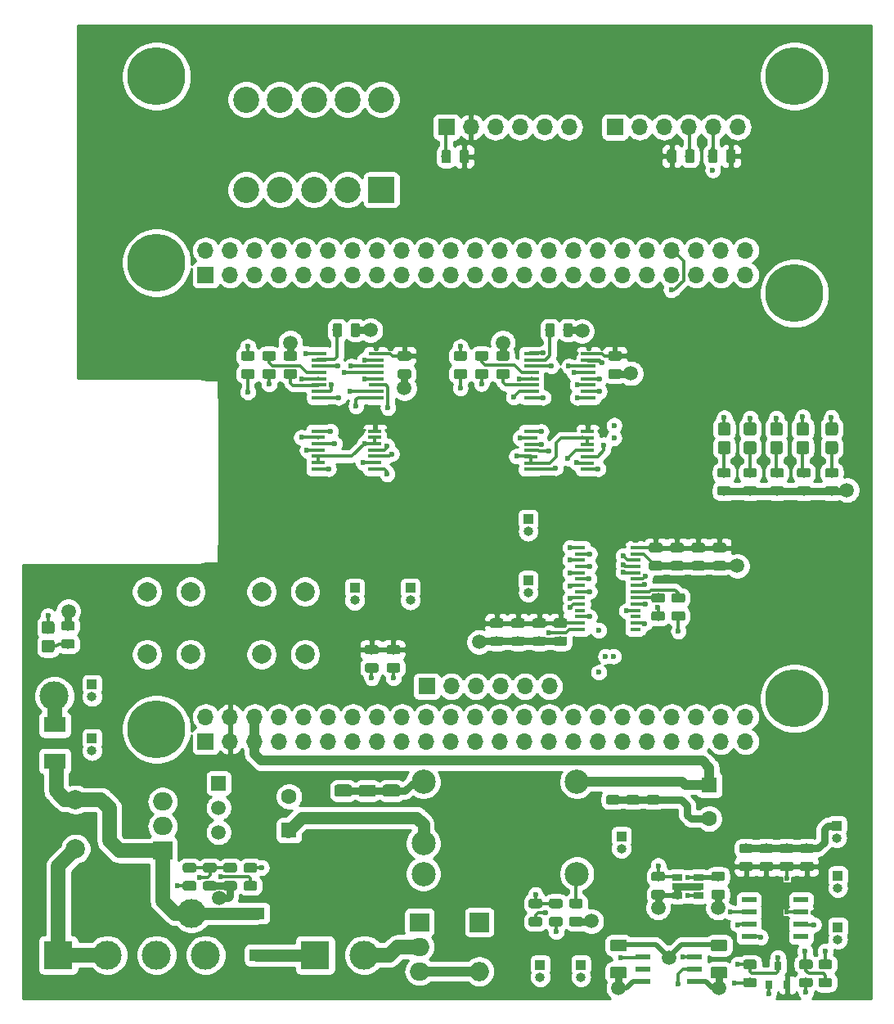
<source format=gtl>
G04 #@! TF.GenerationSoftware,KiCad,Pcbnew,5.0.1-33cea8e~68~ubuntu16.04.1*
G04 #@! TF.CreationDate,2018-11-25T11:29:47-06:00*
G04 #@! TF.ProjectId,BBB_SHIELD_V2,4242425F534849454C445F56322E6B69,rev?*
G04 #@! TF.SameCoordinates,Original*
G04 #@! TF.FileFunction,Copper,L1,Top,Plane*
G04 #@! TF.FilePolarity,Positive*
%FSLAX46Y46*%
G04 Gerber Fmt 4.6, Leading zero omitted, Abs format (unit mm)*
G04 Created by KiCad (PCBNEW 5.0.1-33cea8e~68~ubuntu16.04.1) date Sun 25 Nov 2018 11:29:47 AM CST*
%MOMM*%
%LPD*%
G01*
G04 APERTURE LIST*
G04 #@! TA.AperFunction,ComponentPad*
%ADD10O,1.700000X1.700000*%
G04 #@! TD*
G04 #@! TA.AperFunction,ComponentPad*
%ADD11R,1.700000X1.700000*%
G04 #@! TD*
G04 #@! TA.AperFunction,ComponentPad*
%ADD12C,6.000000*%
G04 #@! TD*
G04 #@! TA.AperFunction,SMDPad,CuDef*
%ADD13R,2.280000X1.620000*%
G04 #@! TD*
G04 #@! TA.AperFunction,SMDPad,CuDef*
%ADD14R,1.600000X1.200000*%
G04 #@! TD*
G04 #@! TA.AperFunction,SMDPad,CuDef*
%ADD15R,1.600000X1.300000*%
G04 #@! TD*
G04 #@! TA.AperFunction,ComponentPad*
%ADD16C,3.000000*%
G04 #@! TD*
G04 #@! TA.AperFunction,ComponentPad*
%ADD17R,3.000000X3.000000*%
G04 #@! TD*
G04 #@! TA.AperFunction,ComponentPad*
%ADD18C,2.700000*%
G04 #@! TD*
G04 #@! TA.AperFunction,ComponentPad*
%ADD19R,2.700000X2.700000*%
G04 #@! TD*
G04 #@! TA.AperFunction,ComponentPad*
%ADD20C,2.500000*%
G04 #@! TD*
G04 #@! TA.AperFunction,ComponentPad*
%ADD21C,1.520000*%
G04 #@! TD*
G04 #@! TA.AperFunction,ComponentPad*
%ADD22R,1.520000X1.520000*%
G04 #@! TD*
G04 #@! TA.AperFunction,Conductor*
%ADD23C,0.100000*%
G04 #@! TD*
G04 #@! TA.AperFunction,SMDPad,CuDef*
%ADD24C,1.250000*%
G04 #@! TD*
G04 #@! TA.AperFunction,ComponentPad*
%ADD25C,1.600000*%
G04 #@! TD*
G04 #@! TA.AperFunction,ComponentPad*
%ADD26R,1.600000X1.600000*%
G04 #@! TD*
G04 #@! TA.AperFunction,SMDPad,CuDef*
%ADD27C,0.975000*%
G04 #@! TD*
G04 #@! TA.AperFunction,ComponentPad*
%ADD28O,2.000000X1.905000*%
G04 #@! TD*
G04 #@! TA.AperFunction,ComponentPad*
%ADD29R,2.000000X1.905000*%
G04 #@! TD*
G04 #@! TA.AperFunction,SMDPad,CuDef*
%ADD30C,1.300000*%
G04 #@! TD*
G04 #@! TA.AperFunction,SMDPad,CuDef*
%ADD31R,0.800000X0.900000*%
G04 #@! TD*
G04 #@! TA.AperFunction,ComponentPad*
%ADD32C,2.000000*%
G04 #@! TD*
G04 #@! TA.AperFunction,ComponentPad*
%ADD33O,2.000000X2.000000*%
G04 #@! TD*
G04 #@! TA.AperFunction,ComponentPad*
%ADD34R,2.000000X2.000000*%
G04 #@! TD*
G04 #@! TA.AperFunction,ComponentPad*
%ADD35O,1.000000X1.000000*%
G04 #@! TD*
G04 #@! TA.AperFunction,ComponentPad*
%ADD36R,1.000000X1.000000*%
G04 #@! TD*
G04 #@! TA.AperFunction,SMDPad,CuDef*
%ADD37R,1.550000X0.600000*%
G04 #@! TD*
G04 #@! TA.AperFunction,SMDPad,CuDef*
%ADD38R,1.060000X0.650000*%
G04 #@! TD*
G04 #@! TA.AperFunction,SMDPad,CuDef*
%ADD39R,1.450000X0.450000*%
G04 #@! TD*
G04 #@! TA.AperFunction,SMDPad,CuDef*
%ADD40R,1.500000X0.450000*%
G04 #@! TD*
G04 #@! TA.AperFunction,SMDPad,CuDef*
%ADD41R,1.100000X0.400000*%
G04 #@! TD*
G04 #@! TA.AperFunction,ViaPad*
%ADD42C,1.500000*%
G04 #@! TD*
G04 #@! TA.AperFunction,ViaPad*
%ADD43C,3.000000*%
G04 #@! TD*
G04 #@! TA.AperFunction,ViaPad*
%ADD44C,0.600000*%
G04 #@! TD*
G04 #@! TA.AperFunction,Conductor*
%ADD45C,0.750000*%
G04 #@! TD*
G04 #@! TA.AperFunction,Conductor*
%ADD46C,0.500000*%
G04 #@! TD*
G04 #@! TA.AperFunction,Conductor*
%ADD47C,0.300000*%
G04 #@! TD*
G04 #@! TA.AperFunction,Conductor*
%ADD48C,1.500000*%
G04 #@! TD*
G04 #@! TA.AperFunction,Conductor*
%ADD49C,0.400000*%
G04 #@! TD*
G04 #@! TA.AperFunction,Conductor*
%ADD50C,1.250000*%
G04 #@! TD*
G04 #@! TA.AperFunction,Conductor*
%ADD51C,1.000000*%
G04 #@! TD*
G04 #@! TA.AperFunction,Conductor*
%ADD52C,0.254000*%
G04 #@! TD*
G04 APERTURE END LIST*
D10*
G04 #@! TO.P,J5,46*
G04 #@! TO.N,GND*
X179940000Y-114270000D03*
G04 #@! TO.P,J5,45*
X179940000Y-116810000D03*
G04 #@! TO.P,J5,44*
X177400000Y-114270000D03*
G04 #@! TO.P,J5,43*
X177400000Y-116810000D03*
G04 #@! TO.P,J5,42*
G04 #@! TO.N,Net-(J5-Pad42)*
X174860000Y-114270000D03*
G04 #@! TO.P,J5,41*
G04 #@! TO.N,Net-(J5-Pad41)*
X174860000Y-116810000D03*
G04 #@! TO.P,J5,40*
G04 #@! TO.N,Net-(J5-Pad40)*
X172320000Y-114270000D03*
G04 #@! TO.P,J5,39*
G04 #@! TO.N,Net-(J5-Pad39)*
X172320000Y-116810000D03*
G04 #@! TO.P,J5,38*
G04 #@! TO.N,Net-(J5-Pad38)*
X169780000Y-114270000D03*
G04 #@! TO.P,J5,37*
G04 #@! TO.N,Net-(J5-Pad37)*
X169780000Y-116810000D03*
G04 #@! TO.P,J5,36*
G04 #@! TO.N,Net-(J5-Pad36)*
X167240000Y-114270000D03*
G04 #@! TO.P,J5,35*
G04 #@! TO.N,Net-(J5-Pad35)*
X167240000Y-116810000D03*
G04 #@! TO.P,J5,34*
G04 #@! TO.N,Net-(J5-Pad34)*
X164700000Y-114270000D03*
G04 #@! TO.P,J5,33*
G04 #@! TO.N,Net-(J5-Pad33)*
X164700000Y-116810000D03*
G04 #@! TO.P,J5,32*
G04 #@! TO.N,Net-(J5-Pad32)*
X162160000Y-114270000D03*
G04 #@! TO.P,J5,31*
G04 #@! TO.N,Net-(J5-Pad31)*
X162160000Y-116810000D03*
G04 #@! TO.P,J5,30*
G04 #@! TO.N,Net-(J5-Pad30)*
X159620000Y-114270000D03*
G04 #@! TO.P,J5,29*
G04 #@! TO.N,Net-(J5-Pad29)*
X159620000Y-116810000D03*
G04 #@! TO.P,J5,28*
G04 #@! TO.N,Net-(J5-Pad28)*
X157080000Y-114270000D03*
G04 #@! TO.P,J5,27*
G04 #@! TO.N,/BB_HEADERS/aux_1*
X157080000Y-116810000D03*
G04 #@! TO.P,J5,26*
G04 #@! TO.N,Net-(J5-Pad26)*
X154540000Y-114270000D03*
G04 #@! TO.P,J5,25*
G04 #@! TO.N,Net-(J5-Pad25)*
X154540000Y-116810000D03*
G04 #@! TO.P,J5,24*
G04 #@! TO.N,Net-(J5-Pad24)*
X152000000Y-114270000D03*
G04 #@! TO.P,J5,23*
G04 #@! TO.N,Net-(J5-Pad23)*
X152000000Y-116810000D03*
G04 #@! TO.P,J5,22*
G04 #@! TO.N,/BB_HEADERS/uart2_rxd_sw*
X149460000Y-114270000D03*
G04 #@! TO.P,J5,21*
G04 #@! TO.N,/BB_HEADERS/uart2_txd_sw*
X149460000Y-116810000D03*
G04 #@! TO.P,J5,20*
G04 #@! TO.N,/BB_HEADERS/SDA1*
X146920000Y-114270000D03*
G04 #@! TO.P,J5,19*
G04 #@! TO.N,/BB_HEADERS/SCL1*
X146920000Y-116810000D03*
G04 #@! TO.P,J5,18*
G04 #@! TO.N,Net-(J5-Pad18)*
X144380000Y-114270000D03*
G04 #@! TO.P,J5,17*
G04 #@! TO.N,Net-(J5-Pad17)*
X144380000Y-116810000D03*
G04 #@! TO.P,J5,16*
G04 #@! TO.N,Net-(J5-Pad16)*
X141840000Y-114270000D03*
G04 #@! TO.P,J5,15*
G04 #@! TO.N,Net-(J5-Pad15)*
X141840000Y-116810000D03*
G04 #@! TO.P,J5,14*
G04 #@! TO.N,Net-(J5-Pad14)*
X139300000Y-114270000D03*
G04 #@! TO.P,J5,13*
G04 #@! TO.N,/BB_HEADERS/uart4_txd_sw*
X139300000Y-116810000D03*
G04 #@! TO.P,J5,12*
G04 #@! TO.N,Net-(J5-Pad12)*
X136760000Y-114270000D03*
G04 #@! TO.P,J5,11*
G04 #@! TO.N,/BB_HEADERS/uart4_rxd_sw*
X136760000Y-116810000D03*
G04 #@! TO.P,J5,10*
G04 #@! TO.N,_SYS_RESETn*
X134220000Y-114270000D03*
G04 #@! TO.P,J5,9*
G04 #@! TO.N,_PWR_BUTT*
X134220000Y-116810000D03*
G04 #@! TO.P,J5,8*
G04 #@! TO.N,Net-(J5-Pad8)*
X131680000Y-114270000D03*
G04 #@! TO.P,J5,7*
G04 #@! TO.N,Net-(J5-Pad7)*
X131680000Y-116810000D03*
G04 #@! TO.P,J5,6*
G04 #@! TO.N,_VDD_5V_PROT*
X129140000Y-114270000D03*
G04 #@! TO.P,J5,5*
X129140000Y-116810000D03*
G04 #@! TO.P,J5,4*
G04 #@! TO.N,_VDD_3V3*
X126600000Y-114270000D03*
G04 #@! TO.P,J5,3*
X126600000Y-116810000D03*
G04 #@! TO.P,J5,2*
G04 #@! TO.N,GND*
X124060000Y-114270000D03*
D11*
G04 #@! TO.P,J5,1*
X124060000Y-116810000D03*
G04 #@! TD*
D12*
G04 #@! TO.P,REF\002A\002A,1*
G04 #@! TO.N,N/C*
X185000000Y-48000000D03*
G04 #@! TD*
G04 #@! TO.P,REF\002A\002A,1*
G04 #@! TO.N,N/C*
X118980000Y-48000000D03*
G04 #@! TD*
G04 #@! TO.P,REF\002A\002A,1*
G04 #@! TO.N,N/C*
X118980000Y-67280000D03*
G04 #@! TD*
G04 #@! TO.P,REF\002A\002A,1*
G04 #@! TO.N,N/C*
X118980000Y-115540000D03*
G04 #@! TD*
G04 #@! TO.P,REF\002A\002A,1*
G04 #@! TO.N,N/C*
X185020000Y-70455000D03*
G04 #@! TD*
G04 #@! TO.P,REF\002A\002A,1*
G04 #@! TO.N,N/C*
X185020000Y-112365000D03*
G04 #@! TD*
D13*
G04 #@! TO.P,D1,2*
G04 #@! TO.N,GND*
X108450000Y-115080000D03*
G04 #@! TO.P,D1,1*
G04 #@! TO.N,_VDD_24V_PROT*
X108450000Y-118830000D03*
G04 #@! TD*
D14*
G04 #@! TO.P,D8,2*
G04 #@! TO.N,_VDD_24V_PROT*
X129400000Y-134580000D03*
D15*
G04 #@! TO.P,D8,1*
G04 #@! TO.N,Net-(D8-Pad1)*
X129400000Y-138900000D03*
G04 #@! TD*
D16*
G04 #@! TO.P,J1,3*
G04 #@! TO.N,GND*
X118980000Y-138900000D03*
G04 #@! TO.P,J1,2*
G04 #@! TO.N,/POWER_PROTECTION/VDD_24V*
X113900000Y-138900000D03*
D17*
G04 #@! TO.P,J1,1*
X108820000Y-138900000D03*
D16*
G04 #@! TO.P,J1,4*
G04 #@! TO.N,GND*
X124060000Y-138900000D03*
G04 #@! TD*
G04 #@! TO.P,J6,2*
G04 #@! TO.N,Net-(J6-Pad2)*
X140480000Y-138900000D03*
D17*
G04 #@! TO.P,J6,1*
G04 #@! TO.N,Net-(D8-Pad1)*
X135400000Y-138900000D03*
G04 #@! TD*
D18*
G04 #@! TO.P,J7,10*
G04 #@! TO.N,/RS232/U2TXD*
X128250000Y-50400000D03*
G04 #@! TO.P,J7,8*
G04 #@! TO.N,/RS232/U2RTSN*
X131750000Y-50400000D03*
G04 #@! TO.P,J7,6*
G04 #@! TO.N,/RS232/U2RXD*
X135250000Y-50400000D03*
G04 #@! TO.P,J7,4*
G04 #@! TO.N,/RS232/U2CTSN*
X138750000Y-50400000D03*
G04 #@! TO.P,J7,9*
G04 #@! TO.N,/RS232/U4TXD*
X128250000Y-59750000D03*
G04 #@! TO.P,J7,7*
G04 #@! TO.N,/RS232/U4RTSN*
X131750000Y-59750000D03*
G04 #@! TO.P,J7,5*
G04 #@! TO.N,/RS232/U4RXD*
X135250000Y-59750000D03*
G04 #@! TO.P,J7,3*
G04 #@! TO.N,/RS232/U4CTSN*
X138750000Y-59750000D03*
G04 #@! TO.P,J7,2*
G04 #@! TO.N,GND*
X142250000Y-50400000D03*
D19*
G04 #@! TO.P,J7,1*
X142250000Y-59750000D03*
G04 #@! TD*
D20*
G04 #@! TO.P,U1,3*
G04 #@! TO.N,Net-(U1-Pad3)*
X146600000Y-130500000D03*
G04 #@! TO.P,U1,4*
G04 #@! TO.N,Net-(R1-Pad1)*
X162480000Y-130500000D03*
G04 #@! TO.P,U1,2*
G04 #@! TO.N,_VDD_24V_PROT*
X146600000Y-127320000D03*
G04 #@! TO.P,U1,1*
G04 #@! TO.N,GND*
X146600000Y-120970000D03*
G04 #@! TO.P,U1,5*
G04 #@! TO.N,_VDD_5V_PROT*
X162480000Y-120970000D03*
G04 #@! TD*
D21*
G04 #@! TO.P,TL1,2*
G04 #@! TO.N,GND*
X125400000Y-123660000D03*
D22*
G04 #@! TO.P,TL1,1*
G04 #@! TO.N,/POWER_PROTECTION/VDD_24V_SHUNT*
X125400000Y-121120000D03*
D21*
G04 #@! TO.P,TL1,3*
G04 #@! TO.N,Net-(C9-Pad1)*
X125400000Y-126200000D03*
G04 #@! TD*
D23*
G04 #@! TO.N,GND*
G04 #@! TO.C,C1*
G36*
X138949504Y-121262146D02*
X138973773Y-121265746D01*
X138997571Y-121271707D01*
X139020671Y-121279972D01*
X139042849Y-121290462D01*
X139063893Y-121303075D01*
X139083598Y-121317689D01*
X139101777Y-121334165D01*
X139118253Y-121352344D01*
X139132867Y-121372049D01*
X139145480Y-121393093D01*
X139155970Y-121415271D01*
X139164235Y-121438371D01*
X139170196Y-121462169D01*
X139173796Y-121486438D01*
X139175000Y-121510942D01*
X139175000Y-122260942D01*
X139173796Y-122285446D01*
X139170196Y-122309715D01*
X139164235Y-122333513D01*
X139155970Y-122356613D01*
X139145480Y-122378791D01*
X139132867Y-122399835D01*
X139118253Y-122419540D01*
X139101777Y-122437719D01*
X139083598Y-122454195D01*
X139063893Y-122468809D01*
X139042849Y-122481422D01*
X139020671Y-122491912D01*
X138997571Y-122500177D01*
X138973773Y-122506138D01*
X138949504Y-122509738D01*
X138925000Y-122510942D01*
X137675000Y-122510942D01*
X137650496Y-122509738D01*
X137626227Y-122506138D01*
X137602429Y-122500177D01*
X137579329Y-122491912D01*
X137557151Y-122481422D01*
X137536107Y-122468809D01*
X137516402Y-122454195D01*
X137498223Y-122437719D01*
X137481747Y-122419540D01*
X137467133Y-122399835D01*
X137454520Y-122378791D01*
X137444030Y-122356613D01*
X137435765Y-122333513D01*
X137429804Y-122309715D01*
X137426204Y-122285446D01*
X137425000Y-122260942D01*
X137425000Y-121510942D01*
X137426204Y-121486438D01*
X137429804Y-121462169D01*
X137435765Y-121438371D01*
X137444030Y-121415271D01*
X137454520Y-121393093D01*
X137467133Y-121372049D01*
X137481747Y-121352344D01*
X137498223Y-121334165D01*
X137516402Y-121317689D01*
X137536107Y-121303075D01*
X137557151Y-121290462D01*
X137579329Y-121279972D01*
X137602429Y-121271707D01*
X137626227Y-121265746D01*
X137650496Y-121262146D01*
X137675000Y-121260942D01*
X138925000Y-121260942D01*
X138949504Y-121262146D01*
X138949504Y-121262146D01*
G37*
D24*
G04 #@! TD*
G04 #@! TO.P,C1,2*
G04 #@! TO.N,GND*
X138300000Y-121885942D03*
D23*
G04 #@! TO.N,_VDD_24V_PROT*
G04 #@! TO.C,C1*
G36*
X138949504Y-124062146D02*
X138973773Y-124065746D01*
X138997571Y-124071707D01*
X139020671Y-124079972D01*
X139042849Y-124090462D01*
X139063893Y-124103075D01*
X139083598Y-124117689D01*
X139101777Y-124134165D01*
X139118253Y-124152344D01*
X139132867Y-124172049D01*
X139145480Y-124193093D01*
X139155970Y-124215271D01*
X139164235Y-124238371D01*
X139170196Y-124262169D01*
X139173796Y-124286438D01*
X139175000Y-124310942D01*
X139175000Y-125060942D01*
X139173796Y-125085446D01*
X139170196Y-125109715D01*
X139164235Y-125133513D01*
X139155970Y-125156613D01*
X139145480Y-125178791D01*
X139132867Y-125199835D01*
X139118253Y-125219540D01*
X139101777Y-125237719D01*
X139083598Y-125254195D01*
X139063893Y-125268809D01*
X139042849Y-125281422D01*
X139020671Y-125291912D01*
X138997571Y-125300177D01*
X138973773Y-125306138D01*
X138949504Y-125309738D01*
X138925000Y-125310942D01*
X137675000Y-125310942D01*
X137650496Y-125309738D01*
X137626227Y-125306138D01*
X137602429Y-125300177D01*
X137579329Y-125291912D01*
X137557151Y-125281422D01*
X137536107Y-125268809D01*
X137516402Y-125254195D01*
X137498223Y-125237719D01*
X137481747Y-125219540D01*
X137467133Y-125199835D01*
X137454520Y-125178791D01*
X137444030Y-125156613D01*
X137435765Y-125133513D01*
X137429804Y-125109715D01*
X137426204Y-125085446D01*
X137425000Y-125060942D01*
X137425000Y-124310942D01*
X137426204Y-124286438D01*
X137429804Y-124262169D01*
X137435765Y-124238371D01*
X137444030Y-124215271D01*
X137454520Y-124193093D01*
X137467133Y-124172049D01*
X137481747Y-124152344D01*
X137498223Y-124134165D01*
X137516402Y-124117689D01*
X137536107Y-124103075D01*
X137557151Y-124090462D01*
X137579329Y-124079972D01*
X137602429Y-124071707D01*
X137626227Y-124065746D01*
X137650496Y-124062146D01*
X137675000Y-124060942D01*
X138925000Y-124060942D01*
X138949504Y-124062146D01*
X138949504Y-124062146D01*
G37*
D24*
G04 #@! TD*
G04 #@! TO.P,C1,1*
G04 #@! TO.N,_VDD_24V_PROT*
X138300000Y-124685942D03*
D23*
G04 #@! TO.N,GND*
G04 #@! TO.C,C2*
G36*
X141449504Y-121276204D02*
X141473773Y-121279804D01*
X141497571Y-121285765D01*
X141520671Y-121294030D01*
X141542849Y-121304520D01*
X141563893Y-121317133D01*
X141583598Y-121331747D01*
X141601777Y-121348223D01*
X141618253Y-121366402D01*
X141632867Y-121386107D01*
X141645480Y-121407151D01*
X141655970Y-121429329D01*
X141664235Y-121452429D01*
X141670196Y-121476227D01*
X141673796Y-121500496D01*
X141675000Y-121525000D01*
X141675000Y-122275000D01*
X141673796Y-122299504D01*
X141670196Y-122323773D01*
X141664235Y-122347571D01*
X141655970Y-122370671D01*
X141645480Y-122392849D01*
X141632867Y-122413893D01*
X141618253Y-122433598D01*
X141601777Y-122451777D01*
X141583598Y-122468253D01*
X141563893Y-122482867D01*
X141542849Y-122495480D01*
X141520671Y-122505970D01*
X141497571Y-122514235D01*
X141473773Y-122520196D01*
X141449504Y-122523796D01*
X141425000Y-122525000D01*
X140175000Y-122525000D01*
X140150496Y-122523796D01*
X140126227Y-122520196D01*
X140102429Y-122514235D01*
X140079329Y-122505970D01*
X140057151Y-122495480D01*
X140036107Y-122482867D01*
X140016402Y-122468253D01*
X139998223Y-122451777D01*
X139981747Y-122433598D01*
X139967133Y-122413893D01*
X139954520Y-122392849D01*
X139944030Y-122370671D01*
X139935765Y-122347571D01*
X139929804Y-122323773D01*
X139926204Y-122299504D01*
X139925000Y-122275000D01*
X139925000Y-121525000D01*
X139926204Y-121500496D01*
X139929804Y-121476227D01*
X139935765Y-121452429D01*
X139944030Y-121429329D01*
X139954520Y-121407151D01*
X139967133Y-121386107D01*
X139981747Y-121366402D01*
X139998223Y-121348223D01*
X140016402Y-121331747D01*
X140036107Y-121317133D01*
X140057151Y-121304520D01*
X140079329Y-121294030D01*
X140102429Y-121285765D01*
X140126227Y-121279804D01*
X140150496Y-121276204D01*
X140175000Y-121275000D01*
X141425000Y-121275000D01*
X141449504Y-121276204D01*
X141449504Y-121276204D01*
G37*
D24*
G04 #@! TD*
G04 #@! TO.P,C2,2*
G04 #@! TO.N,GND*
X140800000Y-121900000D03*
D23*
G04 #@! TO.N,_VDD_24V_PROT*
G04 #@! TO.C,C2*
G36*
X141449504Y-124076204D02*
X141473773Y-124079804D01*
X141497571Y-124085765D01*
X141520671Y-124094030D01*
X141542849Y-124104520D01*
X141563893Y-124117133D01*
X141583598Y-124131747D01*
X141601777Y-124148223D01*
X141618253Y-124166402D01*
X141632867Y-124186107D01*
X141645480Y-124207151D01*
X141655970Y-124229329D01*
X141664235Y-124252429D01*
X141670196Y-124276227D01*
X141673796Y-124300496D01*
X141675000Y-124325000D01*
X141675000Y-125075000D01*
X141673796Y-125099504D01*
X141670196Y-125123773D01*
X141664235Y-125147571D01*
X141655970Y-125170671D01*
X141645480Y-125192849D01*
X141632867Y-125213893D01*
X141618253Y-125233598D01*
X141601777Y-125251777D01*
X141583598Y-125268253D01*
X141563893Y-125282867D01*
X141542849Y-125295480D01*
X141520671Y-125305970D01*
X141497571Y-125314235D01*
X141473773Y-125320196D01*
X141449504Y-125323796D01*
X141425000Y-125325000D01*
X140175000Y-125325000D01*
X140150496Y-125323796D01*
X140126227Y-125320196D01*
X140102429Y-125314235D01*
X140079329Y-125305970D01*
X140057151Y-125295480D01*
X140036107Y-125282867D01*
X140016402Y-125268253D01*
X139998223Y-125251777D01*
X139981747Y-125233598D01*
X139967133Y-125213893D01*
X139954520Y-125192849D01*
X139944030Y-125170671D01*
X139935765Y-125147571D01*
X139929804Y-125123773D01*
X139926204Y-125099504D01*
X139925000Y-125075000D01*
X139925000Y-124325000D01*
X139926204Y-124300496D01*
X139929804Y-124276227D01*
X139935765Y-124252429D01*
X139944030Y-124229329D01*
X139954520Y-124207151D01*
X139967133Y-124186107D01*
X139981747Y-124166402D01*
X139998223Y-124148223D01*
X140016402Y-124131747D01*
X140036107Y-124117133D01*
X140057151Y-124104520D01*
X140079329Y-124094030D01*
X140102429Y-124085765D01*
X140126227Y-124079804D01*
X140150496Y-124076204D01*
X140175000Y-124075000D01*
X141425000Y-124075000D01*
X141449504Y-124076204D01*
X141449504Y-124076204D01*
G37*
D24*
G04 #@! TD*
G04 #@! TO.P,C2,1*
G04 #@! TO.N,_VDD_24V_PROT*
X140800000Y-124700000D03*
D23*
G04 #@! TO.N,GND*
G04 #@! TO.C,C3*
G36*
X143949504Y-121262146D02*
X143973773Y-121265746D01*
X143997571Y-121271707D01*
X144020671Y-121279972D01*
X144042849Y-121290462D01*
X144063893Y-121303075D01*
X144083598Y-121317689D01*
X144101777Y-121334165D01*
X144118253Y-121352344D01*
X144132867Y-121372049D01*
X144145480Y-121393093D01*
X144155970Y-121415271D01*
X144164235Y-121438371D01*
X144170196Y-121462169D01*
X144173796Y-121486438D01*
X144175000Y-121510942D01*
X144175000Y-122260942D01*
X144173796Y-122285446D01*
X144170196Y-122309715D01*
X144164235Y-122333513D01*
X144155970Y-122356613D01*
X144145480Y-122378791D01*
X144132867Y-122399835D01*
X144118253Y-122419540D01*
X144101777Y-122437719D01*
X144083598Y-122454195D01*
X144063893Y-122468809D01*
X144042849Y-122481422D01*
X144020671Y-122491912D01*
X143997571Y-122500177D01*
X143973773Y-122506138D01*
X143949504Y-122509738D01*
X143925000Y-122510942D01*
X142675000Y-122510942D01*
X142650496Y-122509738D01*
X142626227Y-122506138D01*
X142602429Y-122500177D01*
X142579329Y-122491912D01*
X142557151Y-122481422D01*
X142536107Y-122468809D01*
X142516402Y-122454195D01*
X142498223Y-122437719D01*
X142481747Y-122419540D01*
X142467133Y-122399835D01*
X142454520Y-122378791D01*
X142444030Y-122356613D01*
X142435765Y-122333513D01*
X142429804Y-122309715D01*
X142426204Y-122285446D01*
X142425000Y-122260942D01*
X142425000Y-121510942D01*
X142426204Y-121486438D01*
X142429804Y-121462169D01*
X142435765Y-121438371D01*
X142444030Y-121415271D01*
X142454520Y-121393093D01*
X142467133Y-121372049D01*
X142481747Y-121352344D01*
X142498223Y-121334165D01*
X142516402Y-121317689D01*
X142536107Y-121303075D01*
X142557151Y-121290462D01*
X142579329Y-121279972D01*
X142602429Y-121271707D01*
X142626227Y-121265746D01*
X142650496Y-121262146D01*
X142675000Y-121260942D01*
X143925000Y-121260942D01*
X143949504Y-121262146D01*
X143949504Y-121262146D01*
G37*
D24*
G04 #@! TD*
G04 #@! TO.P,C3,2*
G04 #@! TO.N,GND*
X143300000Y-121885942D03*
D23*
G04 #@! TO.N,_VDD_24V_PROT*
G04 #@! TO.C,C3*
G36*
X143949504Y-124062146D02*
X143973773Y-124065746D01*
X143997571Y-124071707D01*
X144020671Y-124079972D01*
X144042849Y-124090462D01*
X144063893Y-124103075D01*
X144083598Y-124117689D01*
X144101777Y-124134165D01*
X144118253Y-124152344D01*
X144132867Y-124172049D01*
X144145480Y-124193093D01*
X144155970Y-124215271D01*
X144164235Y-124238371D01*
X144170196Y-124262169D01*
X144173796Y-124286438D01*
X144175000Y-124310942D01*
X144175000Y-125060942D01*
X144173796Y-125085446D01*
X144170196Y-125109715D01*
X144164235Y-125133513D01*
X144155970Y-125156613D01*
X144145480Y-125178791D01*
X144132867Y-125199835D01*
X144118253Y-125219540D01*
X144101777Y-125237719D01*
X144083598Y-125254195D01*
X144063893Y-125268809D01*
X144042849Y-125281422D01*
X144020671Y-125291912D01*
X143997571Y-125300177D01*
X143973773Y-125306138D01*
X143949504Y-125309738D01*
X143925000Y-125310942D01*
X142675000Y-125310942D01*
X142650496Y-125309738D01*
X142626227Y-125306138D01*
X142602429Y-125300177D01*
X142579329Y-125291912D01*
X142557151Y-125281422D01*
X142536107Y-125268809D01*
X142516402Y-125254195D01*
X142498223Y-125237719D01*
X142481747Y-125219540D01*
X142467133Y-125199835D01*
X142454520Y-125178791D01*
X142444030Y-125156613D01*
X142435765Y-125133513D01*
X142429804Y-125109715D01*
X142426204Y-125085446D01*
X142425000Y-125060942D01*
X142425000Y-124310942D01*
X142426204Y-124286438D01*
X142429804Y-124262169D01*
X142435765Y-124238371D01*
X142444030Y-124215271D01*
X142454520Y-124193093D01*
X142467133Y-124172049D01*
X142481747Y-124152344D01*
X142498223Y-124134165D01*
X142516402Y-124117689D01*
X142536107Y-124103075D01*
X142557151Y-124090462D01*
X142579329Y-124079972D01*
X142602429Y-124071707D01*
X142626227Y-124065746D01*
X142650496Y-124062146D01*
X142675000Y-124060942D01*
X143925000Y-124060942D01*
X143949504Y-124062146D01*
X143949504Y-124062146D01*
G37*
D24*
G04 #@! TD*
G04 #@! TO.P,C3,1*
G04 #@! TO.N,_VDD_24V_PROT*
X143300000Y-124685942D03*
D25*
G04 #@! TO.P,C4,2*
G04 #@! TO.N,GND*
X132700000Y-122500000D03*
D26*
G04 #@! TO.P,C4,1*
G04 #@! TO.N,_VDD_24V_PROT*
X132700000Y-126000000D03*
G04 #@! TD*
D23*
G04 #@! TO.N,GND*
G04 #@! TO.C,C5*
G36*
X166699030Y-122346061D02*
X166722691Y-122349571D01*
X166745895Y-122355383D01*
X166768417Y-122363441D01*
X166790041Y-122373669D01*
X166810558Y-122385966D01*
X166829771Y-122400216D01*
X166847495Y-122416280D01*
X166863559Y-122434004D01*
X166877809Y-122453217D01*
X166890106Y-122473734D01*
X166900334Y-122495358D01*
X166908392Y-122517880D01*
X166914204Y-122541084D01*
X166917714Y-122564745D01*
X166918888Y-122588637D01*
X166918888Y-123076137D01*
X166917714Y-123100029D01*
X166914204Y-123123690D01*
X166908392Y-123146894D01*
X166900334Y-123169416D01*
X166890106Y-123191040D01*
X166877809Y-123211557D01*
X166863559Y-123230770D01*
X166847495Y-123248494D01*
X166829771Y-123264558D01*
X166810558Y-123278808D01*
X166790041Y-123291105D01*
X166768417Y-123301333D01*
X166745895Y-123309391D01*
X166722691Y-123315203D01*
X166699030Y-123318713D01*
X166675138Y-123319887D01*
X165762638Y-123319887D01*
X165738746Y-123318713D01*
X165715085Y-123315203D01*
X165691881Y-123309391D01*
X165669359Y-123301333D01*
X165647735Y-123291105D01*
X165627218Y-123278808D01*
X165608005Y-123264558D01*
X165590281Y-123248494D01*
X165574217Y-123230770D01*
X165559967Y-123211557D01*
X165547670Y-123191040D01*
X165537442Y-123169416D01*
X165529384Y-123146894D01*
X165523572Y-123123690D01*
X165520062Y-123100029D01*
X165518888Y-123076137D01*
X165518888Y-122588637D01*
X165520062Y-122564745D01*
X165523572Y-122541084D01*
X165529384Y-122517880D01*
X165537442Y-122495358D01*
X165547670Y-122473734D01*
X165559967Y-122453217D01*
X165574217Y-122434004D01*
X165590281Y-122416280D01*
X165608005Y-122400216D01*
X165627218Y-122385966D01*
X165647735Y-122373669D01*
X165669359Y-122363441D01*
X165691881Y-122355383D01*
X165715085Y-122349571D01*
X165738746Y-122346061D01*
X165762638Y-122344887D01*
X166675138Y-122344887D01*
X166699030Y-122346061D01*
X166699030Y-122346061D01*
G37*
D27*
G04 #@! TD*
G04 #@! TO.P,C5,2*
G04 #@! TO.N,GND*
X166218888Y-122832387D03*
D23*
G04 #@! TO.N,_VDD_5V_PROT*
G04 #@! TO.C,C5*
G36*
X166699030Y-120471061D02*
X166722691Y-120474571D01*
X166745895Y-120480383D01*
X166768417Y-120488441D01*
X166790041Y-120498669D01*
X166810558Y-120510966D01*
X166829771Y-120525216D01*
X166847495Y-120541280D01*
X166863559Y-120559004D01*
X166877809Y-120578217D01*
X166890106Y-120598734D01*
X166900334Y-120620358D01*
X166908392Y-120642880D01*
X166914204Y-120666084D01*
X166917714Y-120689745D01*
X166918888Y-120713637D01*
X166918888Y-121201137D01*
X166917714Y-121225029D01*
X166914204Y-121248690D01*
X166908392Y-121271894D01*
X166900334Y-121294416D01*
X166890106Y-121316040D01*
X166877809Y-121336557D01*
X166863559Y-121355770D01*
X166847495Y-121373494D01*
X166829771Y-121389558D01*
X166810558Y-121403808D01*
X166790041Y-121416105D01*
X166768417Y-121426333D01*
X166745895Y-121434391D01*
X166722691Y-121440203D01*
X166699030Y-121443713D01*
X166675138Y-121444887D01*
X165762638Y-121444887D01*
X165738746Y-121443713D01*
X165715085Y-121440203D01*
X165691881Y-121434391D01*
X165669359Y-121426333D01*
X165647735Y-121416105D01*
X165627218Y-121403808D01*
X165608005Y-121389558D01*
X165590281Y-121373494D01*
X165574217Y-121355770D01*
X165559967Y-121336557D01*
X165547670Y-121316040D01*
X165537442Y-121294416D01*
X165529384Y-121271894D01*
X165523572Y-121248690D01*
X165520062Y-121225029D01*
X165518888Y-121201137D01*
X165518888Y-120713637D01*
X165520062Y-120689745D01*
X165523572Y-120666084D01*
X165529384Y-120642880D01*
X165537442Y-120620358D01*
X165547670Y-120598734D01*
X165559967Y-120578217D01*
X165574217Y-120559004D01*
X165590281Y-120541280D01*
X165608005Y-120525216D01*
X165627218Y-120510966D01*
X165647735Y-120498669D01*
X165669359Y-120488441D01*
X165691881Y-120480383D01*
X165715085Y-120474571D01*
X165738746Y-120471061D01*
X165762638Y-120469887D01*
X166675138Y-120469887D01*
X166699030Y-120471061D01*
X166699030Y-120471061D01*
G37*
D27*
G04 #@! TD*
G04 #@! TO.P,C5,1*
G04 #@! TO.N,_VDD_5V_PROT*
X166218888Y-120957387D03*
D23*
G04 #@! TO.N,GND*
G04 #@! TO.C,C6*
G36*
X168780142Y-122346061D02*
X168803803Y-122349571D01*
X168827007Y-122355383D01*
X168849529Y-122363441D01*
X168871153Y-122373669D01*
X168891670Y-122385966D01*
X168910883Y-122400216D01*
X168928607Y-122416280D01*
X168944671Y-122434004D01*
X168958921Y-122453217D01*
X168971218Y-122473734D01*
X168981446Y-122495358D01*
X168989504Y-122517880D01*
X168995316Y-122541084D01*
X168998826Y-122564745D01*
X169000000Y-122588637D01*
X169000000Y-123076137D01*
X168998826Y-123100029D01*
X168995316Y-123123690D01*
X168989504Y-123146894D01*
X168981446Y-123169416D01*
X168971218Y-123191040D01*
X168958921Y-123211557D01*
X168944671Y-123230770D01*
X168928607Y-123248494D01*
X168910883Y-123264558D01*
X168891670Y-123278808D01*
X168871153Y-123291105D01*
X168849529Y-123301333D01*
X168827007Y-123309391D01*
X168803803Y-123315203D01*
X168780142Y-123318713D01*
X168756250Y-123319887D01*
X167843750Y-123319887D01*
X167819858Y-123318713D01*
X167796197Y-123315203D01*
X167772993Y-123309391D01*
X167750471Y-123301333D01*
X167728847Y-123291105D01*
X167708330Y-123278808D01*
X167689117Y-123264558D01*
X167671393Y-123248494D01*
X167655329Y-123230770D01*
X167641079Y-123211557D01*
X167628782Y-123191040D01*
X167618554Y-123169416D01*
X167610496Y-123146894D01*
X167604684Y-123123690D01*
X167601174Y-123100029D01*
X167600000Y-123076137D01*
X167600000Y-122588637D01*
X167601174Y-122564745D01*
X167604684Y-122541084D01*
X167610496Y-122517880D01*
X167618554Y-122495358D01*
X167628782Y-122473734D01*
X167641079Y-122453217D01*
X167655329Y-122434004D01*
X167671393Y-122416280D01*
X167689117Y-122400216D01*
X167708330Y-122385966D01*
X167728847Y-122373669D01*
X167750471Y-122363441D01*
X167772993Y-122355383D01*
X167796197Y-122349571D01*
X167819858Y-122346061D01*
X167843750Y-122344887D01*
X168756250Y-122344887D01*
X168780142Y-122346061D01*
X168780142Y-122346061D01*
G37*
D27*
G04 #@! TD*
G04 #@! TO.P,C6,2*
G04 #@! TO.N,GND*
X168300000Y-122832387D03*
D23*
G04 #@! TO.N,_VDD_5V_PROT*
G04 #@! TO.C,C6*
G36*
X168780142Y-120471061D02*
X168803803Y-120474571D01*
X168827007Y-120480383D01*
X168849529Y-120488441D01*
X168871153Y-120498669D01*
X168891670Y-120510966D01*
X168910883Y-120525216D01*
X168928607Y-120541280D01*
X168944671Y-120559004D01*
X168958921Y-120578217D01*
X168971218Y-120598734D01*
X168981446Y-120620358D01*
X168989504Y-120642880D01*
X168995316Y-120666084D01*
X168998826Y-120689745D01*
X169000000Y-120713637D01*
X169000000Y-121201137D01*
X168998826Y-121225029D01*
X168995316Y-121248690D01*
X168989504Y-121271894D01*
X168981446Y-121294416D01*
X168971218Y-121316040D01*
X168958921Y-121336557D01*
X168944671Y-121355770D01*
X168928607Y-121373494D01*
X168910883Y-121389558D01*
X168891670Y-121403808D01*
X168871153Y-121416105D01*
X168849529Y-121426333D01*
X168827007Y-121434391D01*
X168803803Y-121440203D01*
X168780142Y-121443713D01*
X168756250Y-121444887D01*
X167843750Y-121444887D01*
X167819858Y-121443713D01*
X167796197Y-121440203D01*
X167772993Y-121434391D01*
X167750471Y-121426333D01*
X167728847Y-121416105D01*
X167708330Y-121403808D01*
X167689117Y-121389558D01*
X167671393Y-121373494D01*
X167655329Y-121355770D01*
X167641079Y-121336557D01*
X167628782Y-121316040D01*
X167618554Y-121294416D01*
X167610496Y-121271894D01*
X167604684Y-121248690D01*
X167601174Y-121225029D01*
X167600000Y-121201137D01*
X167600000Y-120713637D01*
X167601174Y-120689745D01*
X167604684Y-120666084D01*
X167610496Y-120642880D01*
X167618554Y-120620358D01*
X167628782Y-120598734D01*
X167641079Y-120578217D01*
X167655329Y-120559004D01*
X167671393Y-120541280D01*
X167689117Y-120525216D01*
X167708330Y-120510966D01*
X167728847Y-120498669D01*
X167750471Y-120488441D01*
X167772993Y-120480383D01*
X167796197Y-120474571D01*
X167819858Y-120471061D01*
X167843750Y-120469887D01*
X168756250Y-120469887D01*
X168780142Y-120471061D01*
X168780142Y-120471061D01*
G37*
D27*
G04 #@! TD*
G04 #@! TO.P,C6,1*
G04 #@! TO.N,_VDD_5V_PROT*
X168300000Y-120957387D03*
D23*
G04 #@! TO.N,GND*
G04 #@! TO.C,C7*
G36*
X170880142Y-122346061D02*
X170903803Y-122349571D01*
X170927007Y-122355383D01*
X170949529Y-122363441D01*
X170971153Y-122373669D01*
X170991670Y-122385966D01*
X171010883Y-122400216D01*
X171028607Y-122416280D01*
X171044671Y-122434004D01*
X171058921Y-122453217D01*
X171071218Y-122473734D01*
X171081446Y-122495358D01*
X171089504Y-122517880D01*
X171095316Y-122541084D01*
X171098826Y-122564745D01*
X171100000Y-122588637D01*
X171100000Y-123076137D01*
X171098826Y-123100029D01*
X171095316Y-123123690D01*
X171089504Y-123146894D01*
X171081446Y-123169416D01*
X171071218Y-123191040D01*
X171058921Y-123211557D01*
X171044671Y-123230770D01*
X171028607Y-123248494D01*
X171010883Y-123264558D01*
X170991670Y-123278808D01*
X170971153Y-123291105D01*
X170949529Y-123301333D01*
X170927007Y-123309391D01*
X170903803Y-123315203D01*
X170880142Y-123318713D01*
X170856250Y-123319887D01*
X169943750Y-123319887D01*
X169919858Y-123318713D01*
X169896197Y-123315203D01*
X169872993Y-123309391D01*
X169850471Y-123301333D01*
X169828847Y-123291105D01*
X169808330Y-123278808D01*
X169789117Y-123264558D01*
X169771393Y-123248494D01*
X169755329Y-123230770D01*
X169741079Y-123211557D01*
X169728782Y-123191040D01*
X169718554Y-123169416D01*
X169710496Y-123146894D01*
X169704684Y-123123690D01*
X169701174Y-123100029D01*
X169700000Y-123076137D01*
X169700000Y-122588637D01*
X169701174Y-122564745D01*
X169704684Y-122541084D01*
X169710496Y-122517880D01*
X169718554Y-122495358D01*
X169728782Y-122473734D01*
X169741079Y-122453217D01*
X169755329Y-122434004D01*
X169771393Y-122416280D01*
X169789117Y-122400216D01*
X169808330Y-122385966D01*
X169828847Y-122373669D01*
X169850471Y-122363441D01*
X169872993Y-122355383D01*
X169896197Y-122349571D01*
X169919858Y-122346061D01*
X169943750Y-122344887D01*
X170856250Y-122344887D01*
X170880142Y-122346061D01*
X170880142Y-122346061D01*
G37*
D27*
G04 #@! TD*
G04 #@! TO.P,C7,2*
G04 #@! TO.N,GND*
X170400000Y-122832387D03*
D23*
G04 #@! TO.N,_VDD_5V_PROT*
G04 #@! TO.C,C7*
G36*
X170880142Y-120471061D02*
X170903803Y-120474571D01*
X170927007Y-120480383D01*
X170949529Y-120488441D01*
X170971153Y-120498669D01*
X170991670Y-120510966D01*
X171010883Y-120525216D01*
X171028607Y-120541280D01*
X171044671Y-120559004D01*
X171058921Y-120578217D01*
X171071218Y-120598734D01*
X171081446Y-120620358D01*
X171089504Y-120642880D01*
X171095316Y-120666084D01*
X171098826Y-120689745D01*
X171100000Y-120713637D01*
X171100000Y-121201137D01*
X171098826Y-121225029D01*
X171095316Y-121248690D01*
X171089504Y-121271894D01*
X171081446Y-121294416D01*
X171071218Y-121316040D01*
X171058921Y-121336557D01*
X171044671Y-121355770D01*
X171028607Y-121373494D01*
X171010883Y-121389558D01*
X170991670Y-121403808D01*
X170971153Y-121416105D01*
X170949529Y-121426333D01*
X170927007Y-121434391D01*
X170903803Y-121440203D01*
X170880142Y-121443713D01*
X170856250Y-121444887D01*
X169943750Y-121444887D01*
X169919858Y-121443713D01*
X169896197Y-121440203D01*
X169872993Y-121434391D01*
X169850471Y-121426333D01*
X169828847Y-121416105D01*
X169808330Y-121403808D01*
X169789117Y-121389558D01*
X169771393Y-121373494D01*
X169755329Y-121355770D01*
X169741079Y-121336557D01*
X169728782Y-121316040D01*
X169718554Y-121294416D01*
X169710496Y-121271894D01*
X169704684Y-121248690D01*
X169701174Y-121225029D01*
X169700000Y-121201137D01*
X169700000Y-120713637D01*
X169701174Y-120689745D01*
X169704684Y-120666084D01*
X169710496Y-120642880D01*
X169718554Y-120620358D01*
X169728782Y-120598734D01*
X169741079Y-120578217D01*
X169755329Y-120559004D01*
X169771393Y-120541280D01*
X169789117Y-120525216D01*
X169808330Y-120510966D01*
X169828847Y-120498669D01*
X169850471Y-120488441D01*
X169872993Y-120480383D01*
X169896197Y-120474571D01*
X169919858Y-120471061D01*
X169943750Y-120469887D01*
X170856250Y-120469887D01*
X170880142Y-120471061D01*
X170880142Y-120471061D01*
G37*
D27*
G04 #@! TD*
G04 #@! TO.P,C7,1*
G04 #@! TO.N,_VDD_5V_PROT*
X170400000Y-120957387D03*
D25*
G04 #@! TO.P,C8,2*
G04 #@! TO.N,GND*
X176200000Y-124800000D03*
D26*
G04 #@! TO.P,C8,1*
G04 #@! TO.N,_VDD_5V_PROT*
X176200000Y-121300000D03*
G04 #@! TD*
D23*
G04 #@! TO.N,GND*
G04 #@! TO.C,C9*
G36*
X127080142Y-131251174D02*
X127103803Y-131254684D01*
X127127007Y-131260496D01*
X127149529Y-131268554D01*
X127171153Y-131278782D01*
X127191670Y-131291079D01*
X127210883Y-131305329D01*
X127228607Y-131321393D01*
X127244671Y-131339117D01*
X127258921Y-131358330D01*
X127271218Y-131378847D01*
X127281446Y-131400471D01*
X127289504Y-131422993D01*
X127295316Y-131446197D01*
X127298826Y-131469858D01*
X127300000Y-131493750D01*
X127300000Y-131981250D01*
X127298826Y-132005142D01*
X127295316Y-132028803D01*
X127289504Y-132052007D01*
X127281446Y-132074529D01*
X127271218Y-132096153D01*
X127258921Y-132116670D01*
X127244671Y-132135883D01*
X127228607Y-132153607D01*
X127210883Y-132169671D01*
X127191670Y-132183921D01*
X127171153Y-132196218D01*
X127149529Y-132206446D01*
X127127007Y-132214504D01*
X127103803Y-132220316D01*
X127080142Y-132223826D01*
X127056250Y-132225000D01*
X126143750Y-132225000D01*
X126119858Y-132223826D01*
X126096197Y-132220316D01*
X126072993Y-132214504D01*
X126050471Y-132206446D01*
X126028847Y-132196218D01*
X126008330Y-132183921D01*
X125989117Y-132169671D01*
X125971393Y-132153607D01*
X125955329Y-132135883D01*
X125941079Y-132116670D01*
X125928782Y-132096153D01*
X125918554Y-132074529D01*
X125910496Y-132052007D01*
X125904684Y-132028803D01*
X125901174Y-132005142D01*
X125900000Y-131981250D01*
X125900000Y-131493750D01*
X125901174Y-131469858D01*
X125904684Y-131446197D01*
X125910496Y-131422993D01*
X125918554Y-131400471D01*
X125928782Y-131378847D01*
X125941079Y-131358330D01*
X125955329Y-131339117D01*
X125971393Y-131321393D01*
X125989117Y-131305329D01*
X126008330Y-131291079D01*
X126028847Y-131278782D01*
X126050471Y-131268554D01*
X126072993Y-131260496D01*
X126096197Y-131254684D01*
X126119858Y-131251174D01*
X126143750Y-131250000D01*
X127056250Y-131250000D01*
X127080142Y-131251174D01*
X127080142Y-131251174D01*
G37*
D27*
G04 #@! TD*
G04 #@! TO.P,C9,2*
G04 #@! TO.N,GND*
X126600000Y-131737500D03*
D23*
G04 #@! TO.N,Net-(C9-Pad1)*
G04 #@! TO.C,C9*
G36*
X127080142Y-129376174D02*
X127103803Y-129379684D01*
X127127007Y-129385496D01*
X127149529Y-129393554D01*
X127171153Y-129403782D01*
X127191670Y-129416079D01*
X127210883Y-129430329D01*
X127228607Y-129446393D01*
X127244671Y-129464117D01*
X127258921Y-129483330D01*
X127271218Y-129503847D01*
X127281446Y-129525471D01*
X127289504Y-129547993D01*
X127295316Y-129571197D01*
X127298826Y-129594858D01*
X127300000Y-129618750D01*
X127300000Y-130106250D01*
X127298826Y-130130142D01*
X127295316Y-130153803D01*
X127289504Y-130177007D01*
X127281446Y-130199529D01*
X127271218Y-130221153D01*
X127258921Y-130241670D01*
X127244671Y-130260883D01*
X127228607Y-130278607D01*
X127210883Y-130294671D01*
X127191670Y-130308921D01*
X127171153Y-130321218D01*
X127149529Y-130331446D01*
X127127007Y-130339504D01*
X127103803Y-130345316D01*
X127080142Y-130348826D01*
X127056250Y-130350000D01*
X126143750Y-130350000D01*
X126119858Y-130348826D01*
X126096197Y-130345316D01*
X126072993Y-130339504D01*
X126050471Y-130331446D01*
X126028847Y-130321218D01*
X126008330Y-130308921D01*
X125989117Y-130294671D01*
X125971393Y-130278607D01*
X125955329Y-130260883D01*
X125941079Y-130241670D01*
X125928782Y-130221153D01*
X125918554Y-130199529D01*
X125910496Y-130177007D01*
X125904684Y-130153803D01*
X125901174Y-130130142D01*
X125900000Y-130106250D01*
X125900000Y-129618750D01*
X125901174Y-129594858D01*
X125904684Y-129571197D01*
X125910496Y-129547993D01*
X125918554Y-129525471D01*
X125928782Y-129503847D01*
X125941079Y-129483330D01*
X125955329Y-129464117D01*
X125971393Y-129446393D01*
X125989117Y-129430329D01*
X126008330Y-129416079D01*
X126028847Y-129403782D01*
X126050471Y-129393554D01*
X126072993Y-129385496D01*
X126096197Y-129379684D01*
X126119858Y-129376174D01*
X126143750Y-129375000D01*
X127056250Y-129375000D01*
X127080142Y-129376174D01*
X127080142Y-129376174D01*
G37*
D27*
G04 #@! TD*
G04 #@! TO.P,C9,1*
G04 #@! TO.N,Net-(C9-Pad1)*
X126600000Y-129862500D03*
D23*
G04 #@! TO.N,GND*
G04 #@! TO.C,C10*
G36*
X167449504Y-140076204D02*
X167473773Y-140079804D01*
X167497571Y-140085765D01*
X167520671Y-140094030D01*
X167542849Y-140104520D01*
X167563893Y-140117133D01*
X167583598Y-140131747D01*
X167601777Y-140148223D01*
X167618253Y-140166402D01*
X167632867Y-140186107D01*
X167645480Y-140207151D01*
X167655970Y-140229329D01*
X167664235Y-140252429D01*
X167670196Y-140276227D01*
X167673796Y-140300496D01*
X167675000Y-140325000D01*
X167675000Y-141075000D01*
X167673796Y-141099504D01*
X167670196Y-141123773D01*
X167664235Y-141147571D01*
X167655970Y-141170671D01*
X167645480Y-141192849D01*
X167632867Y-141213893D01*
X167618253Y-141233598D01*
X167601777Y-141251777D01*
X167583598Y-141268253D01*
X167563893Y-141282867D01*
X167542849Y-141295480D01*
X167520671Y-141305970D01*
X167497571Y-141314235D01*
X167473773Y-141320196D01*
X167449504Y-141323796D01*
X167425000Y-141325000D01*
X166175000Y-141325000D01*
X166150496Y-141323796D01*
X166126227Y-141320196D01*
X166102429Y-141314235D01*
X166079329Y-141305970D01*
X166057151Y-141295480D01*
X166036107Y-141282867D01*
X166016402Y-141268253D01*
X165998223Y-141251777D01*
X165981747Y-141233598D01*
X165967133Y-141213893D01*
X165954520Y-141192849D01*
X165944030Y-141170671D01*
X165935765Y-141147571D01*
X165929804Y-141123773D01*
X165926204Y-141099504D01*
X165925000Y-141075000D01*
X165925000Y-140325000D01*
X165926204Y-140300496D01*
X165929804Y-140276227D01*
X165935765Y-140252429D01*
X165944030Y-140229329D01*
X165954520Y-140207151D01*
X165967133Y-140186107D01*
X165981747Y-140166402D01*
X165998223Y-140148223D01*
X166016402Y-140131747D01*
X166036107Y-140117133D01*
X166057151Y-140104520D01*
X166079329Y-140094030D01*
X166102429Y-140085765D01*
X166126227Y-140079804D01*
X166150496Y-140076204D01*
X166175000Y-140075000D01*
X167425000Y-140075000D01*
X167449504Y-140076204D01*
X167449504Y-140076204D01*
G37*
D24*
G04 #@! TD*
G04 #@! TO.P,C10,2*
G04 #@! TO.N,GND*
X166800000Y-140700000D03*
D23*
G04 #@! TO.N,_VDD_24V_PROT*
G04 #@! TO.C,C10*
G36*
X167449504Y-137276204D02*
X167473773Y-137279804D01*
X167497571Y-137285765D01*
X167520671Y-137294030D01*
X167542849Y-137304520D01*
X167563893Y-137317133D01*
X167583598Y-137331747D01*
X167601777Y-137348223D01*
X167618253Y-137366402D01*
X167632867Y-137386107D01*
X167645480Y-137407151D01*
X167655970Y-137429329D01*
X167664235Y-137452429D01*
X167670196Y-137476227D01*
X167673796Y-137500496D01*
X167675000Y-137525000D01*
X167675000Y-138275000D01*
X167673796Y-138299504D01*
X167670196Y-138323773D01*
X167664235Y-138347571D01*
X167655970Y-138370671D01*
X167645480Y-138392849D01*
X167632867Y-138413893D01*
X167618253Y-138433598D01*
X167601777Y-138451777D01*
X167583598Y-138468253D01*
X167563893Y-138482867D01*
X167542849Y-138495480D01*
X167520671Y-138505970D01*
X167497571Y-138514235D01*
X167473773Y-138520196D01*
X167449504Y-138523796D01*
X167425000Y-138525000D01*
X166175000Y-138525000D01*
X166150496Y-138523796D01*
X166126227Y-138520196D01*
X166102429Y-138514235D01*
X166079329Y-138505970D01*
X166057151Y-138495480D01*
X166036107Y-138482867D01*
X166016402Y-138468253D01*
X165998223Y-138451777D01*
X165981747Y-138433598D01*
X165967133Y-138413893D01*
X165954520Y-138392849D01*
X165944030Y-138370671D01*
X165935765Y-138347571D01*
X165929804Y-138323773D01*
X165926204Y-138299504D01*
X165925000Y-138275000D01*
X165925000Y-137525000D01*
X165926204Y-137500496D01*
X165929804Y-137476227D01*
X165935765Y-137452429D01*
X165944030Y-137429329D01*
X165954520Y-137407151D01*
X165967133Y-137386107D01*
X165981747Y-137366402D01*
X165998223Y-137348223D01*
X166016402Y-137331747D01*
X166036107Y-137317133D01*
X166057151Y-137304520D01*
X166079329Y-137294030D01*
X166102429Y-137285765D01*
X166126227Y-137279804D01*
X166150496Y-137276204D01*
X166175000Y-137275000D01*
X167425000Y-137275000D01*
X167449504Y-137276204D01*
X167449504Y-137276204D01*
G37*
D24*
G04 #@! TD*
G04 #@! TO.P,C10,1*
G04 #@! TO.N,_VDD_24V_PROT*
X166800000Y-137900000D03*
D23*
G04 #@! TO.N,GND*
G04 #@! TO.C,C11*
G36*
X177849504Y-140076204D02*
X177873773Y-140079804D01*
X177897571Y-140085765D01*
X177920671Y-140094030D01*
X177942849Y-140104520D01*
X177963893Y-140117133D01*
X177983598Y-140131747D01*
X178001777Y-140148223D01*
X178018253Y-140166402D01*
X178032867Y-140186107D01*
X178045480Y-140207151D01*
X178055970Y-140229329D01*
X178064235Y-140252429D01*
X178070196Y-140276227D01*
X178073796Y-140300496D01*
X178075000Y-140325000D01*
X178075000Y-141075000D01*
X178073796Y-141099504D01*
X178070196Y-141123773D01*
X178064235Y-141147571D01*
X178055970Y-141170671D01*
X178045480Y-141192849D01*
X178032867Y-141213893D01*
X178018253Y-141233598D01*
X178001777Y-141251777D01*
X177983598Y-141268253D01*
X177963893Y-141282867D01*
X177942849Y-141295480D01*
X177920671Y-141305970D01*
X177897571Y-141314235D01*
X177873773Y-141320196D01*
X177849504Y-141323796D01*
X177825000Y-141325000D01*
X176575000Y-141325000D01*
X176550496Y-141323796D01*
X176526227Y-141320196D01*
X176502429Y-141314235D01*
X176479329Y-141305970D01*
X176457151Y-141295480D01*
X176436107Y-141282867D01*
X176416402Y-141268253D01*
X176398223Y-141251777D01*
X176381747Y-141233598D01*
X176367133Y-141213893D01*
X176354520Y-141192849D01*
X176344030Y-141170671D01*
X176335765Y-141147571D01*
X176329804Y-141123773D01*
X176326204Y-141099504D01*
X176325000Y-141075000D01*
X176325000Y-140325000D01*
X176326204Y-140300496D01*
X176329804Y-140276227D01*
X176335765Y-140252429D01*
X176344030Y-140229329D01*
X176354520Y-140207151D01*
X176367133Y-140186107D01*
X176381747Y-140166402D01*
X176398223Y-140148223D01*
X176416402Y-140131747D01*
X176436107Y-140117133D01*
X176457151Y-140104520D01*
X176479329Y-140094030D01*
X176502429Y-140085765D01*
X176526227Y-140079804D01*
X176550496Y-140076204D01*
X176575000Y-140075000D01*
X177825000Y-140075000D01*
X177849504Y-140076204D01*
X177849504Y-140076204D01*
G37*
D24*
G04 #@! TD*
G04 #@! TO.P,C11,2*
G04 #@! TO.N,GND*
X177200000Y-140700000D03*
D23*
G04 #@! TO.N,_VDD_24V_PROT*
G04 #@! TO.C,C11*
G36*
X177849504Y-137276204D02*
X177873773Y-137279804D01*
X177897571Y-137285765D01*
X177920671Y-137294030D01*
X177942849Y-137304520D01*
X177963893Y-137317133D01*
X177983598Y-137331747D01*
X178001777Y-137348223D01*
X178018253Y-137366402D01*
X178032867Y-137386107D01*
X178045480Y-137407151D01*
X178055970Y-137429329D01*
X178064235Y-137452429D01*
X178070196Y-137476227D01*
X178073796Y-137500496D01*
X178075000Y-137525000D01*
X178075000Y-138275000D01*
X178073796Y-138299504D01*
X178070196Y-138323773D01*
X178064235Y-138347571D01*
X178055970Y-138370671D01*
X178045480Y-138392849D01*
X178032867Y-138413893D01*
X178018253Y-138433598D01*
X178001777Y-138451777D01*
X177983598Y-138468253D01*
X177963893Y-138482867D01*
X177942849Y-138495480D01*
X177920671Y-138505970D01*
X177897571Y-138514235D01*
X177873773Y-138520196D01*
X177849504Y-138523796D01*
X177825000Y-138525000D01*
X176575000Y-138525000D01*
X176550496Y-138523796D01*
X176526227Y-138520196D01*
X176502429Y-138514235D01*
X176479329Y-138505970D01*
X176457151Y-138495480D01*
X176436107Y-138482867D01*
X176416402Y-138468253D01*
X176398223Y-138451777D01*
X176381747Y-138433598D01*
X176367133Y-138413893D01*
X176354520Y-138392849D01*
X176344030Y-138370671D01*
X176335765Y-138347571D01*
X176329804Y-138323773D01*
X176326204Y-138299504D01*
X176325000Y-138275000D01*
X176325000Y-137525000D01*
X176326204Y-137500496D01*
X176329804Y-137476227D01*
X176335765Y-137452429D01*
X176344030Y-137429329D01*
X176354520Y-137407151D01*
X176367133Y-137386107D01*
X176381747Y-137366402D01*
X176398223Y-137348223D01*
X176416402Y-137331747D01*
X176436107Y-137317133D01*
X176457151Y-137304520D01*
X176479329Y-137294030D01*
X176502429Y-137285765D01*
X176526227Y-137279804D01*
X176550496Y-137276204D01*
X176575000Y-137275000D01*
X177825000Y-137275000D01*
X177849504Y-137276204D01*
X177849504Y-137276204D01*
G37*
D24*
G04 #@! TD*
G04 #@! TO.P,C11,1*
G04 #@! TO.N,_VDD_24V_PROT*
X177200000Y-137900000D03*
D23*
G04 #@! TO.N,GND*
G04 #@! TO.C,C12*
G36*
X171380142Y-132151174D02*
X171403803Y-132154684D01*
X171427007Y-132160496D01*
X171449529Y-132168554D01*
X171471153Y-132178782D01*
X171491670Y-132191079D01*
X171510883Y-132205329D01*
X171528607Y-132221393D01*
X171544671Y-132239117D01*
X171558921Y-132258330D01*
X171571218Y-132278847D01*
X171581446Y-132300471D01*
X171589504Y-132322993D01*
X171595316Y-132346197D01*
X171598826Y-132369858D01*
X171600000Y-132393750D01*
X171600000Y-132881250D01*
X171598826Y-132905142D01*
X171595316Y-132928803D01*
X171589504Y-132952007D01*
X171581446Y-132974529D01*
X171571218Y-132996153D01*
X171558921Y-133016670D01*
X171544671Y-133035883D01*
X171528607Y-133053607D01*
X171510883Y-133069671D01*
X171491670Y-133083921D01*
X171471153Y-133096218D01*
X171449529Y-133106446D01*
X171427007Y-133114504D01*
X171403803Y-133120316D01*
X171380142Y-133123826D01*
X171356250Y-133125000D01*
X170443750Y-133125000D01*
X170419858Y-133123826D01*
X170396197Y-133120316D01*
X170372993Y-133114504D01*
X170350471Y-133106446D01*
X170328847Y-133096218D01*
X170308330Y-133083921D01*
X170289117Y-133069671D01*
X170271393Y-133053607D01*
X170255329Y-133035883D01*
X170241079Y-133016670D01*
X170228782Y-132996153D01*
X170218554Y-132974529D01*
X170210496Y-132952007D01*
X170204684Y-132928803D01*
X170201174Y-132905142D01*
X170200000Y-132881250D01*
X170200000Y-132393750D01*
X170201174Y-132369858D01*
X170204684Y-132346197D01*
X170210496Y-132322993D01*
X170218554Y-132300471D01*
X170228782Y-132278847D01*
X170241079Y-132258330D01*
X170255329Y-132239117D01*
X170271393Y-132221393D01*
X170289117Y-132205329D01*
X170308330Y-132191079D01*
X170328847Y-132178782D01*
X170350471Y-132168554D01*
X170372993Y-132160496D01*
X170396197Y-132154684D01*
X170419858Y-132151174D01*
X170443750Y-132150000D01*
X171356250Y-132150000D01*
X171380142Y-132151174D01*
X171380142Y-132151174D01*
G37*
D27*
G04 #@! TD*
G04 #@! TO.P,C12,2*
G04 #@! TO.N,GND*
X170900000Y-132637500D03*
D23*
G04 #@! TO.N,/CONTROLLER/3V3_REF*
G04 #@! TO.C,C12*
G36*
X171380142Y-130276174D02*
X171403803Y-130279684D01*
X171427007Y-130285496D01*
X171449529Y-130293554D01*
X171471153Y-130303782D01*
X171491670Y-130316079D01*
X171510883Y-130330329D01*
X171528607Y-130346393D01*
X171544671Y-130364117D01*
X171558921Y-130383330D01*
X171571218Y-130403847D01*
X171581446Y-130425471D01*
X171589504Y-130447993D01*
X171595316Y-130471197D01*
X171598826Y-130494858D01*
X171600000Y-130518750D01*
X171600000Y-131006250D01*
X171598826Y-131030142D01*
X171595316Y-131053803D01*
X171589504Y-131077007D01*
X171581446Y-131099529D01*
X171571218Y-131121153D01*
X171558921Y-131141670D01*
X171544671Y-131160883D01*
X171528607Y-131178607D01*
X171510883Y-131194671D01*
X171491670Y-131208921D01*
X171471153Y-131221218D01*
X171449529Y-131231446D01*
X171427007Y-131239504D01*
X171403803Y-131245316D01*
X171380142Y-131248826D01*
X171356250Y-131250000D01*
X170443750Y-131250000D01*
X170419858Y-131248826D01*
X170396197Y-131245316D01*
X170372993Y-131239504D01*
X170350471Y-131231446D01*
X170328847Y-131221218D01*
X170308330Y-131208921D01*
X170289117Y-131194671D01*
X170271393Y-131178607D01*
X170255329Y-131160883D01*
X170241079Y-131141670D01*
X170228782Y-131121153D01*
X170218554Y-131099529D01*
X170210496Y-131077007D01*
X170204684Y-131053803D01*
X170201174Y-131030142D01*
X170200000Y-131006250D01*
X170200000Y-130518750D01*
X170201174Y-130494858D01*
X170204684Y-130471197D01*
X170210496Y-130447993D01*
X170218554Y-130425471D01*
X170228782Y-130403847D01*
X170241079Y-130383330D01*
X170255329Y-130364117D01*
X170271393Y-130346393D01*
X170289117Y-130330329D01*
X170308330Y-130316079D01*
X170328847Y-130303782D01*
X170350471Y-130293554D01*
X170372993Y-130285496D01*
X170396197Y-130279684D01*
X170419858Y-130276174D01*
X170443750Y-130275000D01*
X171356250Y-130275000D01*
X171380142Y-130276174D01*
X171380142Y-130276174D01*
G37*
D27*
G04 #@! TD*
G04 #@! TO.P,C12,1*
G04 #@! TO.N,/CONTROLLER/3V3_REF*
X170900000Y-130762500D03*
D23*
G04 #@! TO.N,GND*
G04 #@! TO.C,C13*
G36*
X171380142Y-103341174D02*
X171403803Y-103344684D01*
X171427007Y-103350496D01*
X171449529Y-103358554D01*
X171471153Y-103368782D01*
X171491670Y-103381079D01*
X171510883Y-103395329D01*
X171528607Y-103411393D01*
X171544671Y-103429117D01*
X171558921Y-103448330D01*
X171571218Y-103468847D01*
X171581446Y-103490471D01*
X171589504Y-103512993D01*
X171595316Y-103536197D01*
X171598826Y-103559858D01*
X171600000Y-103583750D01*
X171600000Y-104071250D01*
X171598826Y-104095142D01*
X171595316Y-104118803D01*
X171589504Y-104142007D01*
X171581446Y-104164529D01*
X171571218Y-104186153D01*
X171558921Y-104206670D01*
X171544671Y-104225883D01*
X171528607Y-104243607D01*
X171510883Y-104259671D01*
X171491670Y-104273921D01*
X171471153Y-104286218D01*
X171449529Y-104296446D01*
X171427007Y-104304504D01*
X171403803Y-104310316D01*
X171380142Y-104313826D01*
X171356250Y-104315000D01*
X170443750Y-104315000D01*
X170419858Y-104313826D01*
X170396197Y-104310316D01*
X170372993Y-104304504D01*
X170350471Y-104296446D01*
X170328847Y-104286218D01*
X170308330Y-104273921D01*
X170289117Y-104259671D01*
X170271393Y-104243607D01*
X170255329Y-104225883D01*
X170241079Y-104206670D01*
X170228782Y-104186153D01*
X170218554Y-104164529D01*
X170210496Y-104142007D01*
X170204684Y-104118803D01*
X170201174Y-104095142D01*
X170200000Y-104071250D01*
X170200000Y-103583750D01*
X170201174Y-103559858D01*
X170204684Y-103536197D01*
X170210496Y-103512993D01*
X170218554Y-103490471D01*
X170228782Y-103468847D01*
X170241079Y-103448330D01*
X170255329Y-103429117D01*
X170271393Y-103411393D01*
X170289117Y-103395329D01*
X170308330Y-103381079D01*
X170328847Y-103368782D01*
X170350471Y-103358554D01*
X170372993Y-103350496D01*
X170396197Y-103344684D01*
X170419858Y-103341174D01*
X170443750Y-103340000D01*
X171356250Y-103340000D01*
X171380142Y-103341174D01*
X171380142Y-103341174D01*
G37*
D27*
G04 #@! TD*
G04 #@! TO.P,C13,2*
G04 #@! TO.N,GND*
X170900000Y-103827500D03*
D23*
G04 #@! TO.N,Net-(C13-Pad1)*
G04 #@! TO.C,C13*
G36*
X171380142Y-101466174D02*
X171403803Y-101469684D01*
X171427007Y-101475496D01*
X171449529Y-101483554D01*
X171471153Y-101493782D01*
X171491670Y-101506079D01*
X171510883Y-101520329D01*
X171528607Y-101536393D01*
X171544671Y-101554117D01*
X171558921Y-101573330D01*
X171571218Y-101593847D01*
X171581446Y-101615471D01*
X171589504Y-101637993D01*
X171595316Y-101661197D01*
X171598826Y-101684858D01*
X171600000Y-101708750D01*
X171600000Y-102196250D01*
X171598826Y-102220142D01*
X171595316Y-102243803D01*
X171589504Y-102267007D01*
X171581446Y-102289529D01*
X171571218Y-102311153D01*
X171558921Y-102331670D01*
X171544671Y-102350883D01*
X171528607Y-102368607D01*
X171510883Y-102384671D01*
X171491670Y-102398921D01*
X171471153Y-102411218D01*
X171449529Y-102421446D01*
X171427007Y-102429504D01*
X171403803Y-102435316D01*
X171380142Y-102438826D01*
X171356250Y-102440000D01*
X170443750Y-102440000D01*
X170419858Y-102438826D01*
X170396197Y-102435316D01*
X170372993Y-102429504D01*
X170350471Y-102421446D01*
X170328847Y-102411218D01*
X170308330Y-102398921D01*
X170289117Y-102384671D01*
X170271393Y-102368607D01*
X170255329Y-102350883D01*
X170241079Y-102331670D01*
X170228782Y-102311153D01*
X170218554Y-102289529D01*
X170210496Y-102267007D01*
X170204684Y-102243803D01*
X170201174Y-102220142D01*
X170200000Y-102196250D01*
X170200000Y-101708750D01*
X170201174Y-101684858D01*
X170204684Y-101661197D01*
X170210496Y-101637993D01*
X170218554Y-101615471D01*
X170228782Y-101593847D01*
X170241079Y-101573330D01*
X170255329Y-101554117D01*
X170271393Y-101536393D01*
X170289117Y-101520329D01*
X170308330Y-101506079D01*
X170328847Y-101493782D01*
X170350471Y-101483554D01*
X170372993Y-101475496D01*
X170396197Y-101469684D01*
X170419858Y-101466174D01*
X170443750Y-101465000D01*
X171356250Y-101465000D01*
X171380142Y-101466174D01*
X171380142Y-101466174D01*
G37*
D27*
G04 #@! TD*
G04 #@! TO.P,C13,1*
G04 #@! TO.N,Net-(C13-Pad1)*
X170900000Y-101952500D03*
D23*
G04 #@! TO.N,GND*
G04 #@! TO.C,C14*
G36*
X177580142Y-132151174D02*
X177603803Y-132154684D01*
X177627007Y-132160496D01*
X177649529Y-132168554D01*
X177671153Y-132178782D01*
X177691670Y-132191079D01*
X177710883Y-132205329D01*
X177728607Y-132221393D01*
X177744671Y-132239117D01*
X177758921Y-132258330D01*
X177771218Y-132278847D01*
X177781446Y-132300471D01*
X177789504Y-132322993D01*
X177795316Y-132346197D01*
X177798826Y-132369858D01*
X177800000Y-132393750D01*
X177800000Y-132881250D01*
X177798826Y-132905142D01*
X177795316Y-132928803D01*
X177789504Y-132952007D01*
X177781446Y-132974529D01*
X177771218Y-132996153D01*
X177758921Y-133016670D01*
X177744671Y-133035883D01*
X177728607Y-133053607D01*
X177710883Y-133069671D01*
X177691670Y-133083921D01*
X177671153Y-133096218D01*
X177649529Y-133106446D01*
X177627007Y-133114504D01*
X177603803Y-133120316D01*
X177580142Y-133123826D01*
X177556250Y-133125000D01*
X176643750Y-133125000D01*
X176619858Y-133123826D01*
X176596197Y-133120316D01*
X176572993Y-133114504D01*
X176550471Y-133106446D01*
X176528847Y-133096218D01*
X176508330Y-133083921D01*
X176489117Y-133069671D01*
X176471393Y-133053607D01*
X176455329Y-133035883D01*
X176441079Y-133016670D01*
X176428782Y-132996153D01*
X176418554Y-132974529D01*
X176410496Y-132952007D01*
X176404684Y-132928803D01*
X176401174Y-132905142D01*
X176400000Y-132881250D01*
X176400000Y-132393750D01*
X176401174Y-132369858D01*
X176404684Y-132346197D01*
X176410496Y-132322993D01*
X176418554Y-132300471D01*
X176428782Y-132278847D01*
X176441079Y-132258330D01*
X176455329Y-132239117D01*
X176471393Y-132221393D01*
X176489117Y-132205329D01*
X176508330Y-132191079D01*
X176528847Y-132178782D01*
X176550471Y-132168554D01*
X176572993Y-132160496D01*
X176596197Y-132154684D01*
X176619858Y-132151174D01*
X176643750Y-132150000D01*
X177556250Y-132150000D01*
X177580142Y-132151174D01*
X177580142Y-132151174D01*
G37*
D27*
G04 #@! TD*
G04 #@! TO.P,C14,2*
G04 #@! TO.N,GND*
X177100000Y-132637500D03*
D23*
G04 #@! TO.N,_VDD_5V_PROT*
G04 #@! TO.C,C14*
G36*
X177580142Y-130276174D02*
X177603803Y-130279684D01*
X177627007Y-130285496D01*
X177649529Y-130293554D01*
X177671153Y-130303782D01*
X177691670Y-130316079D01*
X177710883Y-130330329D01*
X177728607Y-130346393D01*
X177744671Y-130364117D01*
X177758921Y-130383330D01*
X177771218Y-130403847D01*
X177781446Y-130425471D01*
X177789504Y-130447993D01*
X177795316Y-130471197D01*
X177798826Y-130494858D01*
X177800000Y-130518750D01*
X177800000Y-131006250D01*
X177798826Y-131030142D01*
X177795316Y-131053803D01*
X177789504Y-131077007D01*
X177781446Y-131099529D01*
X177771218Y-131121153D01*
X177758921Y-131141670D01*
X177744671Y-131160883D01*
X177728607Y-131178607D01*
X177710883Y-131194671D01*
X177691670Y-131208921D01*
X177671153Y-131221218D01*
X177649529Y-131231446D01*
X177627007Y-131239504D01*
X177603803Y-131245316D01*
X177580142Y-131248826D01*
X177556250Y-131250000D01*
X176643750Y-131250000D01*
X176619858Y-131248826D01*
X176596197Y-131245316D01*
X176572993Y-131239504D01*
X176550471Y-131231446D01*
X176528847Y-131221218D01*
X176508330Y-131208921D01*
X176489117Y-131194671D01*
X176471393Y-131178607D01*
X176455329Y-131160883D01*
X176441079Y-131141670D01*
X176428782Y-131121153D01*
X176418554Y-131099529D01*
X176410496Y-131077007D01*
X176404684Y-131053803D01*
X176401174Y-131030142D01*
X176400000Y-131006250D01*
X176400000Y-130518750D01*
X176401174Y-130494858D01*
X176404684Y-130471197D01*
X176410496Y-130447993D01*
X176418554Y-130425471D01*
X176428782Y-130403847D01*
X176441079Y-130383330D01*
X176455329Y-130364117D01*
X176471393Y-130346393D01*
X176489117Y-130330329D01*
X176508330Y-130316079D01*
X176528847Y-130303782D01*
X176550471Y-130293554D01*
X176572993Y-130285496D01*
X176596197Y-130279684D01*
X176619858Y-130276174D01*
X176643750Y-130275000D01*
X177556250Y-130275000D01*
X177580142Y-130276174D01*
X177580142Y-130276174D01*
G37*
D27*
G04 #@! TD*
G04 #@! TO.P,C14,1*
G04 #@! TO.N,_VDD_5V_PROT*
X177100000Y-130762500D03*
D23*
G04 #@! TO.N,GND*
G04 #@! TO.C,C15*
G36*
X177737547Y-98147100D02*
X177761208Y-98150610D01*
X177784412Y-98156422D01*
X177806934Y-98164480D01*
X177828558Y-98174708D01*
X177849075Y-98187005D01*
X177868288Y-98201255D01*
X177886012Y-98217319D01*
X177902076Y-98235043D01*
X177916326Y-98254256D01*
X177928623Y-98274773D01*
X177938851Y-98296397D01*
X177946909Y-98318919D01*
X177952721Y-98342123D01*
X177956231Y-98365784D01*
X177957405Y-98389676D01*
X177957405Y-98877176D01*
X177956231Y-98901068D01*
X177952721Y-98924729D01*
X177946909Y-98947933D01*
X177938851Y-98970455D01*
X177928623Y-98992079D01*
X177916326Y-99012596D01*
X177902076Y-99031809D01*
X177886012Y-99049533D01*
X177868288Y-99065597D01*
X177849075Y-99079847D01*
X177828558Y-99092144D01*
X177806934Y-99102372D01*
X177784412Y-99110430D01*
X177761208Y-99116242D01*
X177737547Y-99119752D01*
X177713655Y-99120926D01*
X176801155Y-99120926D01*
X176777263Y-99119752D01*
X176753602Y-99116242D01*
X176730398Y-99110430D01*
X176707876Y-99102372D01*
X176686252Y-99092144D01*
X176665735Y-99079847D01*
X176646522Y-99065597D01*
X176628798Y-99049533D01*
X176612734Y-99031809D01*
X176598484Y-99012596D01*
X176586187Y-98992079D01*
X176575959Y-98970455D01*
X176567901Y-98947933D01*
X176562089Y-98924729D01*
X176558579Y-98901068D01*
X176557405Y-98877176D01*
X176557405Y-98389676D01*
X176558579Y-98365784D01*
X176562089Y-98342123D01*
X176567901Y-98318919D01*
X176575959Y-98296397D01*
X176586187Y-98274773D01*
X176598484Y-98254256D01*
X176612734Y-98235043D01*
X176628798Y-98217319D01*
X176646522Y-98201255D01*
X176665735Y-98187005D01*
X176686252Y-98174708D01*
X176707876Y-98164480D01*
X176730398Y-98156422D01*
X176753602Y-98150610D01*
X176777263Y-98147100D01*
X176801155Y-98145926D01*
X177713655Y-98145926D01*
X177737547Y-98147100D01*
X177737547Y-98147100D01*
G37*
D27*
G04 #@! TD*
G04 #@! TO.P,C15,2*
G04 #@! TO.N,GND*
X177257405Y-98633426D03*
D23*
G04 #@! TO.N,_VDD_3V3*
G04 #@! TO.C,C15*
G36*
X177737547Y-96272100D02*
X177761208Y-96275610D01*
X177784412Y-96281422D01*
X177806934Y-96289480D01*
X177828558Y-96299708D01*
X177849075Y-96312005D01*
X177868288Y-96326255D01*
X177886012Y-96342319D01*
X177902076Y-96360043D01*
X177916326Y-96379256D01*
X177928623Y-96399773D01*
X177938851Y-96421397D01*
X177946909Y-96443919D01*
X177952721Y-96467123D01*
X177956231Y-96490784D01*
X177957405Y-96514676D01*
X177957405Y-97002176D01*
X177956231Y-97026068D01*
X177952721Y-97049729D01*
X177946909Y-97072933D01*
X177938851Y-97095455D01*
X177928623Y-97117079D01*
X177916326Y-97137596D01*
X177902076Y-97156809D01*
X177886012Y-97174533D01*
X177868288Y-97190597D01*
X177849075Y-97204847D01*
X177828558Y-97217144D01*
X177806934Y-97227372D01*
X177784412Y-97235430D01*
X177761208Y-97241242D01*
X177737547Y-97244752D01*
X177713655Y-97245926D01*
X176801155Y-97245926D01*
X176777263Y-97244752D01*
X176753602Y-97241242D01*
X176730398Y-97235430D01*
X176707876Y-97227372D01*
X176686252Y-97217144D01*
X176665735Y-97204847D01*
X176646522Y-97190597D01*
X176628798Y-97174533D01*
X176612734Y-97156809D01*
X176598484Y-97137596D01*
X176586187Y-97117079D01*
X176575959Y-97095455D01*
X176567901Y-97072933D01*
X176562089Y-97049729D01*
X176558579Y-97026068D01*
X176557405Y-97002176D01*
X176557405Y-96514676D01*
X176558579Y-96490784D01*
X176562089Y-96467123D01*
X176567901Y-96443919D01*
X176575959Y-96421397D01*
X176586187Y-96399773D01*
X176598484Y-96379256D01*
X176612734Y-96360043D01*
X176628798Y-96342319D01*
X176646522Y-96326255D01*
X176665735Y-96312005D01*
X176686252Y-96299708D01*
X176707876Y-96289480D01*
X176730398Y-96281422D01*
X176753602Y-96275610D01*
X176777263Y-96272100D01*
X176801155Y-96270926D01*
X177713655Y-96270926D01*
X177737547Y-96272100D01*
X177737547Y-96272100D01*
G37*
D27*
G04 #@! TD*
G04 #@! TO.P,C15,1*
G04 #@! TO.N,_VDD_3V3*
X177257405Y-96758426D03*
D23*
G04 #@! TO.N,GND*
G04 #@! TO.C,C16*
G36*
X175537547Y-98147100D02*
X175561208Y-98150610D01*
X175584412Y-98156422D01*
X175606934Y-98164480D01*
X175628558Y-98174708D01*
X175649075Y-98187005D01*
X175668288Y-98201255D01*
X175686012Y-98217319D01*
X175702076Y-98235043D01*
X175716326Y-98254256D01*
X175728623Y-98274773D01*
X175738851Y-98296397D01*
X175746909Y-98318919D01*
X175752721Y-98342123D01*
X175756231Y-98365784D01*
X175757405Y-98389676D01*
X175757405Y-98877176D01*
X175756231Y-98901068D01*
X175752721Y-98924729D01*
X175746909Y-98947933D01*
X175738851Y-98970455D01*
X175728623Y-98992079D01*
X175716326Y-99012596D01*
X175702076Y-99031809D01*
X175686012Y-99049533D01*
X175668288Y-99065597D01*
X175649075Y-99079847D01*
X175628558Y-99092144D01*
X175606934Y-99102372D01*
X175584412Y-99110430D01*
X175561208Y-99116242D01*
X175537547Y-99119752D01*
X175513655Y-99120926D01*
X174601155Y-99120926D01*
X174577263Y-99119752D01*
X174553602Y-99116242D01*
X174530398Y-99110430D01*
X174507876Y-99102372D01*
X174486252Y-99092144D01*
X174465735Y-99079847D01*
X174446522Y-99065597D01*
X174428798Y-99049533D01*
X174412734Y-99031809D01*
X174398484Y-99012596D01*
X174386187Y-98992079D01*
X174375959Y-98970455D01*
X174367901Y-98947933D01*
X174362089Y-98924729D01*
X174358579Y-98901068D01*
X174357405Y-98877176D01*
X174357405Y-98389676D01*
X174358579Y-98365784D01*
X174362089Y-98342123D01*
X174367901Y-98318919D01*
X174375959Y-98296397D01*
X174386187Y-98274773D01*
X174398484Y-98254256D01*
X174412734Y-98235043D01*
X174428798Y-98217319D01*
X174446522Y-98201255D01*
X174465735Y-98187005D01*
X174486252Y-98174708D01*
X174507876Y-98164480D01*
X174530398Y-98156422D01*
X174553602Y-98150610D01*
X174577263Y-98147100D01*
X174601155Y-98145926D01*
X175513655Y-98145926D01*
X175537547Y-98147100D01*
X175537547Y-98147100D01*
G37*
D27*
G04 #@! TD*
G04 #@! TO.P,C16,2*
G04 #@! TO.N,GND*
X175057405Y-98633426D03*
D23*
G04 #@! TO.N,_VDD_3V3*
G04 #@! TO.C,C16*
G36*
X175537547Y-96272100D02*
X175561208Y-96275610D01*
X175584412Y-96281422D01*
X175606934Y-96289480D01*
X175628558Y-96299708D01*
X175649075Y-96312005D01*
X175668288Y-96326255D01*
X175686012Y-96342319D01*
X175702076Y-96360043D01*
X175716326Y-96379256D01*
X175728623Y-96399773D01*
X175738851Y-96421397D01*
X175746909Y-96443919D01*
X175752721Y-96467123D01*
X175756231Y-96490784D01*
X175757405Y-96514676D01*
X175757405Y-97002176D01*
X175756231Y-97026068D01*
X175752721Y-97049729D01*
X175746909Y-97072933D01*
X175738851Y-97095455D01*
X175728623Y-97117079D01*
X175716326Y-97137596D01*
X175702076Y-97156809D01*
X175686012Y-97174533D01*
X175668288Y-97190597D01*
X175649075Y-97204847D01*
X175628558Y-97217144D01*
X175606934Y-97227372D01*
X175584412Y-97235430D01*
X175561208Y-97241242D01*
X175537547Y-97244752D01*
X175513655Y-97245926D01*
X174601155Y-97245926D01*
X174577263Y-97244752D01*
X174553602Y-97241242D01*
X174530398Y-97235430D01*
X174507876Y-97227372D01*
X174486252Y-97217144D01*
X174465735Y-97204847D01*
X174446522Y-97190597D01*
X174428798Y-97174533D01*
X174412734Y-97156809D01*
X174398484Y-97137596D01*
X174386187Y-97117079D01*
X174375959Y-97095455D01*
X174367901Y-97072933D01*
X174362089Y-97049729D01*
X174358579Y-97026068D01*
X174357405Y-97002176D01*
X174357405Y-96514676D01*
X174358579Y-96490784D01*
X174362089Y-96467123D01*
X174367901Y-96443919D01*
X174375959Y-96421397D01*
X174386187Y-96399773D01*
X174398484Y-96379256D01*
X174412734Y-96360043D01*
X174428798Y-96342319D01*
X174446522Y-96326255D01*
X174465735Y-96312005D01*
X174486252Y-96299708D01*
X174507876Y-96289480D01*
X174530398Y-96281422D01*
X174553602Y-96275610D01*
X174577263Y-96272100D01*
X174601155Y-96270926D01*
X175513655Y-96270926D01*
X175537547Y-96272100D01*
X175537547Y-96272100D01*
G37*
D27*
G04 #@! TD*
G04 #@! TO.P,C16,1*
G04 #@! TO.N,_VDD_3V3*
X175057405Y-96758426D03*
D23*
G04 #@! TO.N,GND*
G04 #@! TO.C,C17*
G36*
X173337547Y-98147100D02*
X173361208Y-98150610D01*
X173384412Y-98156422D01*
X173406934Y-98164480D01*
X173428558Y-98174708D01*
X173449075Y-98187005D01*
X173468288Y-98201255D01*
X173486012Y-98217319D01*
X173502076Y-98235043D01*
X173516326Y-98254256D01*
X173528623Y-98274773D01*
X173538851Y-98296397D01*
X173546909Y-98318919D01*
X173552721Y-98342123D01*
X173556231Y-98365784D01*
X173557405Y-98389676D01*
X173557405Y-98877176D01*
X173556231Y-98901068D01*
X173552721Y-98924729D01*
X173546909Y-98947933D01*
X173538851Y-98970455D01*
X173528623Y-98992079D01*
X173516326Y-99012596D01*
X173502076Y-99031809D01*
X173486012Y-99049533D01*
X173468288Y-99065597D01*
X173449075Y-99079847D01*
X173428558Y-99092144D01*
X173406934Y-99102372D01*
X173384412Y-99110430D01*
X173361208Y-99116242D01*
X173337547Y-99119752D01*
X173313655Y-99120926D01*
X172401155Y-99120926D01*
X172377263Y-99119752D01*
X172353602Y-99116242D01*
X172330398Y-99110430D01*
X172307876Y-99102372D01*
X172286252Y-99092144D01*
X172265735Y-99079847D01*
X172246522Y-99065597D01*
X172228798Y-99049533D01*
X172212734Y-99031809D01*
X172198484Y-99012596D01*
X172186187Y-98992079D01*
X172175959Y-98970455D01*
X172167901Y-98947933D01*
X172162089Y-98924729D01*
X172158579Y-98901068D01*
X172157405Y-98877176D01*
X172157405Y-98389676D01*
X172158579Y-98365784D01*
X172162089Y-98342123D01*
X172167901Y-98318919D01*
X172175959Y-98296397D01*
X172186187Y-98274773D01*
X172198484Y-98254256D01*
X172212734Y-98235043D01*
X172228798Y-98217319D01*
X172246522Y-98201255D01*
X172265735Y-98187005D01*
X172286252Y-98174708D01*
X172307876Y-98164480D01*
X172330398Y-98156422D01*
X172353602Y-98150610D01*
X172377263Y-98147100D01*
X172401155Y-98145926D01*
X173313655Y-98145926D01*
X173337547Y-98147100D01*
X173337547Y-98147100D01*
G37*
D27*
G04 #@! TD*
G04 #@! TO.P,C17,2*
G04 #@! TO.N,GND*
X172857405Y-98633426D03*
D23*
G04 #@! TO.N,_VDD_3V3*
G04 #@! TO.C,C17*
G36*
X173337547Y-96272100D02*
X173361208Y-96275610D01*
X173384412Y-96281422D01*
X173406934Y-96289480D01*
X173428558Y-96299708D01*
X173449075Y-96312005D01*
X173468288Y-96326255D01*
X173486012Y-96342319D01*
X173502076Y-96360043D01*
X173516326Y-96379256D01*
X173528623Y-96399773D01*
X173538851Y-96421397D01*
X173546909Y-96443919D01*
X173552721Y-96467123D01*
X173556231Y-96490784D01*
X173557405Y-96514676D01*
X173557405Y-97002176D01*
X173556231Y-97026068D01*
X173552721Y-97049729D01*
X173546909Y-97072933D01*
X173538851Y-97095455D01*
X173528623Y-97117079D01*
X173516326Y-97137596D01*
X173502076Y-97156809D01*
X173486012Y-97174533D01*
X173468288Y-97190597D01*
X173449075Y-97204847D01*
X173428558Y-97217144D01*
X173406934Y-97227372D01*
X173384412Y-97235430D01*
X173361208Y-97241242D01*
X173337547Y-97244752D01*
X173313655Y-97245926D01*
X172401155Y-97245926D01*
X172377263Y-97244752D01*
X172353602Y-97241242D01*
X172330398Y-97235430D01*
X172307876Y-97227372D01*
X172286252Y-97217144D01*
X172265735Y-97204847D01*
X172246522Y-97190597D01*
X172228798Y-97174533D01*
X172212734Y-97156809D01*
X172198484Y-97137596D01*
X172186187Y-97117079D01*
X172175959Y-97095455D01*
X172167901Y-97072933D01*
X172162089Y-97049729D01*
X172158579Y-97026068D01*
X172157405Y-97002176D01*
X172157405Y-96514676D01*
X172158579Y-96490784D01*
X172162089Y-96467123D01*
X172167901Y-96443919D01*
X172175959Y-96421397D01*
X172186187Y-96399773D01*
X172198484Y-96379256D01*
X172212734Y-96360043D01*
X172228798Y-96342319D01*
X172246522Y-96326255D01*
X172265735Y-96312005D01*
X172286252Y-96299708D01*
X172307876Y-96289480D01*
X172330398Y-96281422D01*
X172353602Y-96275610D01*
X172377263Y-96272100D01*
X172401155Y-96270926D01*
X173313655Y-96270926D01*
X173337547Y-96272100D01*
X173337547Y-96272100D01*
G37*
D27*
G04 #@! TD*
G04 #@! TO.P,C17,1*
G04 #@! TO.N,_VDD_3V3*
X172857405Y-96758426D03*
D23*
G04 #@! TO.N,GND*
G04 #@! TO.C,C18*
G36*
X171137547Y-98147100D02*
X171161208Y-98150610D01*
X171184412Y-98156422D01*
X171206934Y-98164480D01*
X171228558Y-98174708D01*
X171249075Y-98187005D01*
X171268288Y-98201255D01*
X171286012Y-98217319D01*
X171302076Y-98235043D01*
X171316326Y-98254256D01*
X171328623Y-98274773D01*
X171338851Y-98296397D01*
X171346909Y-98318919D01*
X171352721Y-98342123D01*
X171356231Y-98365784D01*
X171357405Y-98389676D01*
X171357405Y-98877176D01*
X171356231Y-98901068D01*
X171352721Y-98924729D01*
X171346909Y-98947933D01*
X171338851Y-98970455D01*
X171328623Y-98992079D01*
X171316326Y-99012596D01*
X171302076Y-99031809D01*
X171286012Y-99049533D01*
X171268288Y-99065597D01*
X171249075Y-99079847D01*
X171228558Y-99092144D01*
X171206934Y-99102372D01*
X171184412Y-99110430D01*
X171161208Y-99116242D01*
X171137547Y-99119752D01*
X171113655Y-99120926D01*
X170201155Y-99120926D01*
X170177263Y-99119752D01*
X170153602Y-99116242D01*
X170130398Y-99110430D01*
X170107876Y-99102372D01*
X170086252Y-99092144D01*
X170065735Y-99079847D01*
X170046522Y-99065597D01*
X170028798Y-99049533D01*
X170012734Y-99031809D01*
X169998484Y-99012596D01*
X169986187Y-98992079D01*
X169975959Y-98970455D01*
X169967901Y-98947933D01*
X169962089Y-98924729D01*
X169958579Y-98901068D01*
X169957405Y-98877176D01*
X169957405Y-98389676D01*
X169958579Y-98365784D01*
X169962089Y-98342123D01*
X169967901Y-98318919D01*
X169975959Y-98296397D01*
X169986187Y-98274773D01*
X169998484Y-98254256D01*
X170012734Y-98235043D01*
X170028798Y-98217319D01*
X170046522Y-98201255D01*
X170065735Y-98187005D01*
X170086252Y-98174708D01*
X170107876Y-98164480D01*
X170130398Y-98156422D01*
X170153602Y-98150610D01*
X170177263Y-98147100D01*
X170201155Y-98145926D01*
X171113655Y-98145926D01*
X171137547Y-98147100D01*
X171137547Y-98147100D01*
G37*
D27*
G04 #@! TD*
G04 #@! TO.P,C18,2*
G04 #@! TO.N,GND*
X170657405Y-98633426D03*
D23*
G04 #@! TO.N,_VDD_3V3*
G04 #@! TO.C,C18*
G36*
X171137547Y-96272100D02*
X171161208Y-96275610D01*
X171184412Y-96281422D01*
X171206934Y-96289480D01*
X171228558Y-96299708D01*
X171249075Y-96312005D01*
X171268288Y-96326255D01*
X171286012Y-96342319D01*
X171302076Y-96360043D01*
X171316326Y-96379256D01*
X171328623Y-96399773D01*
X171338851Y-96421397D01*
X171346909Y-96443919D01*
X171352721Y-96467123D01*
X171356231Y-96490784D01*
X171357405Y-96514676D01*
X171357405Y-97002176D01*
X171356231Y-97026068D01*
X171352721Y-97049729D01*
X171346909Y-97072933D01*
X171338851Y-97095455D01*
X171328623Y-97117079D01*
X171316326Y-97137596D01*
X171302076Y-97156809D01*
X171286012Y-97174533D01*
X171268288Y-97190597D01*
X171249075Y-97204847D01*
X171228558Y-97217144D01*
X171206934Y-97227372D01*
X171184412Y-97235430D01*
X171161208Y-97241242D01*
X171137547Y-97244752D01*
X171113655Y-97245926D01*
X170201155Y-97245926D01*
X170177263Y-97244752D01*
X170153602Y-97241242D01*
X170130398Y-97235430D01*
X170107876Y-97227372D01*
X170086252Y-97217144D01*
X170065735Y-97204847D01*
X170046522Y-97190597D01*
X170028798Y-97174533D01*
X170012734Y-97156809D01*
X169998484Y-97137596D01*
X169986187Y-97117079D01*
X169975959Y-97095455D01*
X169967901Y-97072933D01*
X169962089Y-97049729D01*
X169958579Y-97026068D01*
X169957405Y-97002176D01*
X169957405Y-96514676D01*
X169958579Y-96490784D01*
X169962089Y-96467123D01*
X169967901Y-96443919D01*
X169975959Y-96421397D01*
X169986187Y-96399773D01*
X169998484Y-96379256D01*
X170012734Y-96360043D01*
X170028798Y-96342319D01*
X170046522Y-96326255D01*
X170065735Y-96312005D01*
X170086252Y-96299708D01*
X170107876Y-96289480D01*
X170130398Y-96281422D01*
X170153602Y-96275610D01*
X170177263Y-96272100D01*
X170201155Y-96270926D01*
X171113655Y-96270926D01*
X171137547Y-96272100D01*
X171137547Y-96272100D01*
G37*
D27*
G04 #@! TD*
G04 #@! TO.P,C18,1*
G04 #@! TO.N,_VDD_3V3*
X170657405Y-96758426D03*
D23*
G04 #@! TO.N,GND*
G04 #@! TO.C,C19*
G36*
X154670142Y-105951174D02*
X154693803Y-105954684D01*
X154717007Y-105960496D01*
X154739529Y-105968554D01*
X154761153Y-105978782D01*
X154781670Y-105991079D01*
X154800883Y-106005329D01*
X154818607Y-106021393D01*
X154834671Y-106039117D01*
X154848921Y-106058330D01*
X154861218Y-106078847D01*
X154871446Y-106100471D01*
X154879504Y-106122993D01*
X154885316Y-106146197D01*
X154888826Y-106169858D01*
X154890000Y-106193750D01*
X154890000Y-106681250D01*
X154888826Y-106705142D01*
X154885316Y-106728803D01*
X154879504Y-106752007D01*
X154871446Y-106774529D01*
X154861218Y-106796153D01*
X154848921Y-106816670D01*
X154834671Y-106835883D01*
X154818607Y-106853607D01*
X154800883Y-106869671D01*
X154781670Y-106883921D01*
X154761153Y-106896218D01*
X154739529Y-106906446D01*
X154717007Y-106914504D01*
X154693803Y-106920316D01*
X154670142Y-106923826D01*
X154646250Y-106925000D01*
X153733750Y-106925000D01*
X153709858Y-106923826D01*
X153686197Y-106920316D01*
X153662993Y-106914504D01*
X153640471Y-106906446D01*
X153618847Y-106896218D01*
X153598330Y-106883921D01*
X153579117Y-106869671D01*
X153561393Y-106853607D01*
X153545329Y-106835883D01*
X153531079Y-106816670D01*
X153518782Y-106796153D01*
X153508554Y-106774529D01*
X153500496Y-106752007D01*
X153494684Y-106728803D01*
X153491174Y-106705142D01*
X153490000Y-106681250D01*
X153490000Y-106193750D01*
X153491174Y-106169858D01*
X153494684Y-106146197D01*
X153500496Y-106122993D01*
X153508554Y-106100471D01*
X153518782Y-106078847D01*
X153531079Y-106058330D01*
X153545329Y-106039117D01*
X153561393Y-106021393D01*
X153579117Y-106005329D01*
X153598330Y-105991079D01*
X153618847Y-105978782D01*
X153640471Y-105968554D01*
X153662993Y-105960496D01*
X153686197Y-105954684D01*
X153709858Y-105951174D01*
X153733750Y-105950000D01*
X154646250Y-105950000D01*
X154670142Y-105951174D01*
X154670142Y-105951174D01*
G37*
D27*
G04 #@! TD*
G04 #@! TO.P,C19,2*
G04 #@! TO.N,GND*
X154190000Y-106437500D03*
D23*
G04 #@! TO.N,_VDD_3V3*
G04 #@! TO.C,C19*
G36*
X154670142Y-104076174D02*
X154693803Y-104079684D01*
X154717007Y-104085496D01*
X154739529Y-104093554D01*
X154761153Y-104103782D01*
X154781670Y-104116079D01*
X154800883Y-104130329D01*
X154818607Y-104146393D01*
X154834671Y-104164117D01*
X154848921Y-104183330D01*
X154861218Y-104203847D01*
X154871446Y-104225471D01*
X154879504Y-104247993D01*
X154885316Y-104271197D01*
X154888826Y-104294858D01*
X154890000Y-104318750D01*
X154890000Y-104806250D01*
X154888826Y-104830142D01*
X154885316Y-104853803D01*
X154879504Y-104877007D01*
X154871446Y-104899529D01*
X154861218Y-104921153D01*
X154848921Y-104941670D01*
X154834671Y-104960883D01*
X154818607Y-104978607D01*
X154800883Y-104994671D01*
X154781670Y-105008921D01*
X154761153Y-105021218D01*
X154739529Y-105031446D01*
X154717007Y-105039504D01*
X154693803Y-105045316D01*
X154670142Y-105048826D01*
X154646250Y-105050000D01*
X153733750Y-105050000D01*
X153709858Y-105048826D01*
X153686197Y-105045316D01*
X153662993Y-105039504D01*
X153640471Y-105031446D01*
X153618847Y-105021218D01*
X153598330Y-105008921D01*
X153579117Y-104994671D01*
X153561393Y-104978607D01*
X153545329Y-104960883D01*
X153531079Y-104941670D01*
X153518782Y-104921153D01*
X153508554Y-104899529D01*
X153500496Y-104877007D01*
X153494684Y-104853803D01*
X153491174Y-104830142D01*
X153490000Y-104806250D01*
X153490000Y-104318750D01*
X153491174Y-104294858D01*
X153494684Y-104271197D01*
X153500496Y-104247993D01*
X153508554Y-104225471D01*
X153518782Y-104203847D01*
X153531079Y-104183330D01*
X153545329Y-104164117D01*
X153561393Y-104146393D01*
X153579117Y-104130329D01*
X153598330Y-104116079D01*
X153618847Y-104103782D01*
X153640471Y-104093554D01*
X153662993Y-104085496D01*
X153686197Y-104079684D01*
X153709858Y-104076174D01*
X153733750Y-104075000D01*
X154646250Y-104075000D01*
X154670142Y-104076174D01*
X154670142Y-104076174D01*
G37*
D27*
G04 #@! TD*
G04 #@! TO.P,C19,1*
G04 #@! TO.N,_VDD_3V3*
X154190000Y-104562500D03*
D23*
G04 #@! TO.N,GND*
G04 #@! TO.C,C20*
G36*
X156870142Y-105951174D02*
X156893803Y-105954684D01*
X156917007Y-105960496D01*
X156939529Y-105968554D01*
X156961153Y-105978782D01*
X156981670Y-105991079D01*
X157000883Y-106005329D01*
X157018607Y-106021393D01*
X157034671Y-106039117D01*
X157048921Y-106058330D01*
X157061218Y-106078847D01*
X157071446Y-106100471D01*
X157079504Y-106122993D01*
X157085316Y-106146197D01*
X157088826Y-106169858D01*
X157090000Y-106193750D01*
X157090000Y-106681250D01*
X157088826Y-106705142D01*
X157085316Y-106728803D01*
X157079504Y-106752007D01*
X157071446Y-106774529D01*
X157061218Y-106796153D01*
X157048921Y-106816670D01*
X157034671Y-106835883D01*
X157018607Y-106853607D01*
X157000883Y-106869671D01*
X156981670Y-106883921D01*
X156961153Y-106896218D01*
X156939529Y-106906446D01*
X156917007Y-106914504D01*
X156893803Y-106920316D01*
X156870142Y-106923826D01*
X156846250Y-106925000D01*
X155933750Y-106925000D01*
X155909858Y-106923826D01*
X155886197Y-106920316D01*
X155862993Y-106914504D01*
X155840471Y-106906446D01*
X155818847Y-106896218D01*
X155798330Y-106883921D01*
X155779117Y-106869671D01*
X155761393Y-106853607D01*
X155745329Y-106835883D01*
X155731079Y-106816670D01*
X155718782Y-106796153D01*
X155708554Y-106774529D01*
X155700496Y-106752007D01*
X155694684Y-106728803D01*
X155691174Y-106705142D01*
X155690000Y-106681250D01*
X155690000Y-106193750D01*
X155691174Y-106169858D01*
X155694684Y-106146197D01*
X155700496Y-106122993D01*
X155708554Y-106100471D01*
X155718782Y-106078847D01*
X155731079Y-106058330D01*
X155745329Y-106039117D01*
X155761393Y-106021393D01*
X155779117Y-106005329D01*
X155798330Y-105991079D01*
X155818847Y-105978782D01*
X155840471Y-105968554D01*
X155862993Y-105960496D01*
X155886197Y-105954684D01*
X155909858Y-105951174D01*
X155933750Y-105950000D01*
X156846250Y-105950000D01*
X156870142Y-105951174D01*
X156870142Y-105951174D01*
G37*
D27*
G04 #@! TD*
G04 #@! TO.P,C20,2*
G04 #@! TO.N,GND*
X156390000Y-106437500D03*
D23*
G04 #@! TO.N,_VDD_3V3*
G04 #@! TO.C,C20*
G36*
X156870142Y-104076174D02*
X156893803Y-104079684D01*
X156917007Y-104085496D01*
X156939529Y-104093554D01*
X156961153Y-104103782D01*
X156981670Y-104116079D01*
X157000883Y-104130329D01*
X157018607Y-104146393D01*
X157034671Y-104164117D01*
X157048921Y-104183330D01*
X157061218Y-104203847D01*
X157071446Y-104225471D01*
X157079504Y-104247993D01*
X157085316Y-104271197D01*
X157088826Y-104294858D01*
X157090000Y-104318750D01*
X157090000Y-104806250D01*
X157088826Y-104830142D01*
X157085316Y-104853803D01*
X157079504Y-104877007D01*
X157071446Y-104899529D01*
X157061218Y-104921153D01*
X157048921Y-104941670D01*
X157034671Y-104960883D01*
X157018607Y-104978607D01*
X157000883Y-104994671D01*
X156981670Y-105008921D01*
X156961153Y-105021218D01*
X156939529Y-105031446D01*
X156917007Y-105039504D01*
X156893803Y-105045316D01*
X156870142Y-105048826D01*
X156846250Y-105050000D01*
X155933750Y-105050000D01*
X155909858Y-105048826D01*
X155886197Y-105045316D01*
X155862993Y-105039504D01*
X155840471Y-105031446D01*
X155818847Y-105021218D01*
X155798330Y-105008921D01*
X155779117Y-104994671D01*
X155761393Y-104978607D01*
X155745329Y-104960883D01*
X155731079Y-104941670D01*
X155718782Y-104921153D01*
X155708554Y-104899529D01*
X155700496Y-104877007D01*
X155694684Y-104853803D01*
X155691174Y-104830142D01*
X155690000Y-104806250D01*
X155690000Y-104318750D01*
X155691174Y-104294858D01*
X155694684Y-104271197D01*
X155700496Y-104247993D01*
X155708554Y-104225471D01*
X155718782Y-104203847D01*
X155731079Y-104183330D01*
X155745329Y-104164117D01*
X155761393Y-104146393D01*
X155779117Y-104130329D01*
X155798330Y-104116079D01*
X155818847Y-104103782D01*
X155840471Y-104093554D01*
X155862993Y-104085496D01*
X155886197Y-104079684D01*
X155909858Y-104076174D01*
X155933750Y-104075000D01*
X156846250Y-104075000D01*
X156870142Y-104076174D01*
X156870142Y-104076174D01*
G37*
D27*
G04 #@! TD*
G04 #@! TO.P,C20,1*
G04 #@! TO.N,_VDD_3V3*
X156390000Y-104562500D03*
D23*
G04 #@! TO.N,GND*
G04 #@! TO.C,C21*
G36*
X159070142Y-105951174D02*
X159093803Y-105954684D01*
X159117007Y-105960496D01*
X159139529Y-105968554D01*
X159161153Y-105978782D01*
X159181670Y-105991079D01*
X159200883Y-106005329D01*
X159218607Y-106021393D01*
X159234671Y-106039117D01*
X159248921Y-106058330D01*
X159261218Y-106078847D01*
X159271446Y-106100471D01*
X159279504Y-106122993D01*
X159285316Y-106146197D01*
X159288826Y-106169858D01*
X159290000Y-106193750D01*
X159290000Y-106681250D01*
X159288826Y-106705142D01*
X159285316Y-106728803D01*
X159279504Y-106752007D01*
X159271446Y-106774529D01*
X159261218Y-106796153D01*
X159248921Y-106816670D01*
X159234671Y-106835883D01*
X159218607Y-106853607D01*
X159200883Y-106869671D01*
X159181670Y-106883921D01*
X159161153Y-106896218D01*
X159139529Y-106906446D01*
X159117007Y-106914504D01*
X159093803Y-106920316D01*
X159070142Y-106923826D01*
X159046250Y-106925000D01*
X158133750Y-106925000D01*
X158109858Y-106923826D01*
X158086197Y-106920316D01*
X158062993Y-106914504D01*
X158040471Y-106906446D01*
X158018847Y-106896218D01*
X157998330Y-106883921D01*
X157979117Y-106869671D01*
X157961393Y-106853607D01*
X157945329Y-106835883D01*
X157931079Y-106816670D01*
X157918782Y-106796153D01*
X157908554Y-106774529D01*
X157900496Y-106752007D01*
X157894684Y-106728803D01*
X157891174Y-106705142D01*
X157890000Y-106681250D01*
X157890000Y-106193750D01*
X157891174Y-106169858D01*
X157894684Y-106146197D01*
X157900496Y-106122993D01*
X157908554Y-106100471D01*
X157918782Y-106078847D01*
X157931079Y-106058330D01*
X157945329Y-106039117D01*
X157961393Y-106021393D01*
X157979117Y-106005329D01*
X157998330Y-105991079D01*
X158018847Y-105978782D01*
X158040471Y-105968554D01*
X158062993Y-105960496D01*
X158086197Y-105954684D01*
X158109858Y-105951174D01*
X158133750Y-105950000D01*
X159046250Y-105950000D01*
X159070142Y-105951174D01*
X159070142Y-105951174D01*
G37*
D27*
G04 #@! TD*
G04 #@! TO.P,C21,2*
G04 #@! TO.N,GND*
X158590000Y-106437500D03*
D23*
G04 #@! TO.N,_VDD_3V3*
G04 #@! TO.C,C21*
G36*
X159070142Y-104076174D02*
X159093803Y-104079684D01*
X159117007Y-104085496D01*
X159139529Y-104093554D01*
X159161153Y-104103782D01*
X159181670Y-104116079D01*
X159200883Y-104130329D01*
X159218607Y-104146393D01*
X159234671Y-104164117D01*
X159248921Y-104183330D01*
X159261218Y-104203847D01*
X159271446Y-104225471D01*
X159279504Y-104247993D01*
X159285316Y-104271197D01*
X159288826Y-104294858D01*
X159290000Y-104318750D01*
X159290000Y-104806250D01*
X159288826Y-104830142D01*
X159285316Y-104853803D01*
X159279504Y-104877007D01*
X159271446Y-104899529D01*
X159261218Y-104921153D01*
X159248921Y-104941670D01*
X159234671Y-104960883D01*
X159218607Y-104978607D01*
X159200883Y-104994671D01*
X159181670Y-105008921D01*
X159161153Y-105021218D01*
X159139529Y-105031446D01*
X159117007Y-105039504D01*
X159093803Y-105045316D01*
X159070142Y-105048826D01*
X159046250Y-105050000D01*
X158133750Y-105050000D01*
X158109858Y-105048826D01*
X158086197Y-105045316D01*
X158062993Y-105039504D01*
X158040471Y-105031446D01*
X158018847Y-105021218D01*
X157998330Y-105008921D01*
X157979117Y-104994671D01*
X157961393Y-104978607D01*
X157945329Y-104960883D01*
X157931079Y-104941670D01*
X157918782Y-104921153D01*
X157908554Y-104899529D01*
X157900496Y-104877007D01*
X157894684Y-104853803D01*
X157891174Y-104830142D01*
X157890000Y-104806250D01*
X157890000Y-104318750D01*
X157891174Y-104294858D01*
X157894684Y-104271197D01*
X157900496Y-104247993D01*
X157908554Y-104225471D01*
X157918782Y-104203847D01*
X157931079Y-104183330D01*
X157945329Y-104164117D01*
X157961393Y-104146393D01*
X157979117Y-104130329D01*
X157998330Y-104116079D01*
X158018847Y-104103782D01*
X158040471Y-104093554D01*
X158062993Y-104085496D01*
X158086197Y-104079684D01*
X158109858Y-104076174D01*
X158133750Y-104075000D01*
X159046250Y-104075000D01*
X159070142Y-104076174D01*
X159070142Y-104076174D01*
G37*
D27*
G04 #@! TD*
G04 #@! TO.P,C21,1*
G04 #@! TO.N,_VDD_3V3*
X158590000Y-104562500D03*
D23*
G04 #@! TO.N,GND*
G04 #@! TO.C,C22*
G36*
X161270142Y-105951174D02*
X161293803Y-105954684D01*
X161317007Y-105960496D01*
X161339529Y-105968554D01*
X161361153Y-105978782D01*
X161381670Y-105991079D01*
X161400883Y-106005329D01*
X161418607Y-106021393D01*
X161434671Y-106039117D01*
X161448921Y-106058330D01*
X161461218Y-106078847D01*
X161471446Y-106100471D01*
X161479504Y-106122993D01*
X161485316Y-106146197D01*
X161488826Y-106169858D01*
X161490000Y-106193750D01*
X161490000Y-106681250D01*
X161488826Y-106705142D01*
X161485316Y-106728803D01*
X161479504Y-106752007D01*
X161471446Y-106774529D01*
X161461218Y-106796153D01*
X161448921Y-106816670D01*
X161434671Y-106835883D01*
X161418607Y-106853607D01*
X161400883Y-106869671D01*
X161381670Y-106883921D01*
X161361153Y-106896218D01*
X161339529Y-106906446D01*
X161317007Y-106914504D01*
X161293803Y-106920316D01*
X161270142Y-106923826D01*
X161246250Y-106925000D01*
X160333750Y-106925000D01*
X160309858Y-106923826D01*
X160286197Y-106920316D01*
X160262993Y-106914504D01*
X160240471Y-106906446D01*
X160218847Y-106896218D01*
X160198330Y-106883921D01*
X160179117Y-106869671D01*
X160161393Y-106853607D01*
X160145329Y-106835883D01*
X160131079Y-106816670D01*
X160118782Y-106796153D01*
X160108554Y-106774529D01*
X160100496Y-106752007D01*
X160094684Y-106728803D01*
X160091174Y-106705142D01*
X160090000Y-106681250D01*
X160090000Y-106193750D01*
X160091174Y-106169858D01*
X160094684Y-106146197D01*
X160100496Y-106122993D01*
X160108554Y-106100471D01*
X160118782Y-106078847D01*
X160131079Y-106058330D01*
X160145329Y-106039117D01*
X160161393Y-106021393D01*
X160179117Y-106005329D01*
X160198330Y-105991079D01*
X160218847Y-105978782D01*
X160240471Y-105968554D01*
X160262993Y-105960496D01*
X160286197Y-105954684D01*
X160309858Y-105951174D01*
X160333750Y-105950000D01*
X161246250Y-105950000D01*
X161270142Y-105951174D01*
X161270142Y-105951174D01*
G37*
D27*
G04 #@! TD*
G04 #@! TO.P,C22,2*
G04 #@! TO.N,GND*
X160790000Y-106437500D03*
D23*
G04 #@! TO.N,_VDD_3V3*
G04 #@! TO.C,C22*
G36*
X161270142Y-104076174D02*
X161293803Y-104079684D01*
X161317007Y-104085496D01*
X161339529Y-104093554D01*
X161361153Y-104103782D01*
X161381670Y-104116079D01*
X161400883Y-104130329D01*
X161418607Y-104146393D01*
X161434671Y-104164117D01*
X161448921Y-104183330D01*
X161461218Y-104203847D01*
X161471446Y-104225471D01*
X161479504Y-104247993D01*
X161485316Y-104271197D01*
X161488826Y-104294858D01*
X161490000Y-104318750D01*
X161490000Y-104806250D01*
X161488826Y-104830142D01*
X161485316Y-104853803D01*
X161479504Y-104877007D01*
X161471446Y-104899529D01*
X161461218Y-104921153D01*
X161448921Y-104941670D01*
X161434671Y-104960883D01*
X161418607Y-104978607D01*
X161400883Y-104994671D01*
X161381670Y-105008921D01*
X161361153Y-105021218D01*
X161339529Y-105031446D01*
X161317007Y-105039504D01*
X161293803Y-105045316D01*
X161270142Y-105048826D01*
X161246250Y-105050000D01*
X160333750Y-105050000D01*
X160309858Y-105048826D01*
X160286197Y-105045316D01*
X160262993Y-105039504D01*
X160240471Y-105031446D01*
X160218847Y-105021218D01*
X160198330Y-105008921D01*
X160179117Y-104994671D01*
X160161393Y-104978607D01*
X160145329Y-104960883D01*
X160131079Y-104941670D01*
X160118782Y-104921153D01*
X160108554Y-104899529D01*
X160100496Y-104877007D01*
X160094684Y-104853803D01*
X160091174Y-104830142D01*
X160090000Y-104806250D01*
X160090000Y-104318750D01*
X160091174Y-104294858D01*
X160094684Y-104271197D01*
X160100496Y-104247993D01*
X160108554Y-104225471D01*
X160118782Y-104203847D01*
X160131079Y-104183330D01*
X160145329Y-104164117D01*
X160161393Y-104146393D01*
X160179117Y-104130329D01*
X160198330Y-104116079D01*
X160218847Y-104103782D01*
X160240471Y-104093554D01*
X160262993Y-104085496D01*
X160286197Y-104079684D01*
X160309858Y-104076174D01*
X160333750Y-104075000D01*
X161246250Y-104075000D01*
X161270142Y-104076174D01*
X161270142Y-104076174D01*
G37*
D27*
G04 #@! TD*
G04 #@! TO.P,C22,1*
G04 #@! TO.N,_VDD_3V3*
X160790000Y-104562500D03*
D23*
G04 #@! TO.N,GND*
G04 #@! TO.C,C23*
G36*
X180480142Y-127376174D02*
X180503803Y-127379684D01*
X180527007Y-127385496D01*
X180549529Y-127393554D01*
X180571153Y-127403782D01*
X180591670Y-127416079D01*
X180610883Y-127430329D01*
X180628607Y-127446393D01*
X180644671Y-127464117D01*
X180658921Y-127483330D01*
X180671218Y-127503847D01*
X180681446Y-127525471D01*
X180689504Y-127547993D01*
X180695316Y-127571197D01*
X180698826Y-127594858D01*
X180700000Y-127618750D01*
X180700000Y-128106250D01*
X180698826Y-128130142D01*
X180695316Y-128153803D01*
X180689504Y-128177007D01*
X180681446Y-128199529D01*
X180671218Y-128221153D01*
X180658921Y-128241670D01*
X180644671Y-128260883D01*
X180628607Y-128278607D01*
X180610883Y-128294671D01*
X180591670Y-128308921D01*
X180571153Y-128321218D01*
X180549529Y-128331446D01*
X180527007Y-128339504D01*
X180503803Y-128345316D01*
X180480142Y-128348826D01*
X180456250Y-128350000D01*
X179543750Y-128350000D01*
X179519858Y-128348826D01*
X179496197Y-128345316D01*
X179472993Y-128339504D01*
X179450471Y-128331446D01*
X179428847Y-128321218D01*
X179408330Y-128308921D01*
X179389117Y-128294671D01*
X179371393Y-128278607D01*
X179355329Y-128260883D01*
X179341079Y-128241670D01*
X179328782Y-128221153D01*
X179318554Y-128199529D01*
X179310496Y-128177007D01*
X179304684Y-128153803D01*
X179301174Y-128130142D01*
X179300000Y-128106250D01*
X179300000Y-127618750D01*
X179301174Y-127594858D01*
X179304684Y-127571197D01*
X179310496Y-127547993D01*
X179318554Y-127525471D01*
X179328782Y-127503847D01*
X179341079Y-127483330D01*
X179355329Y-127464117D01*
X179371393Y-127446393D01*
X179389117Y-127430329D01*
X179408330Y-127416079D01*
X179428847Y-127403782D01*
X179450471Y-127393554D01*
X179472993Y-127385496D01*
X179496197Y-127379684D01*
X179519858Y-127376174D01*
X179543750Y-127375000D01*
X180456250Y-127375000D01*
X180480142Y-127376174D01*
X180480142Y-127376174D01*
G37*
D27*
G04 #@! TD*
G04 #@! TO.P,C23,2*
G04 #@! TO.N,GND*
X180000000Y-127862500D03*
D23*
G04 #@! TO.N,_VDD_3V3*
G04 #@! TO.C,C23*
G36*
X180480142Y-129251174D02*
X180503803Y-129254684D01*
X180527007Y-129260496D01*
X180549529Y-129268554D01*
X180571153Y-129278782D01*
X180591670Y-129291079D01*
X180610883Y-129305329D01*
X180628607Y-129321393D01*
X180644671Y-129339117D01*
X180658921Y-129358330D01*
X180671218Y-129378847D01*
X180681446Y-129400471D01*
X180689504Y-129422993D01*
X180695316Y-129446197D01*
X180698826Y-129469858D01*
X180700000Y-129493750D01*
X180700000Y-129981250D01*
X180698826Y-130005142D01*
X180695316Y-130028803D01*
X180689504Y-130052007D01*
X180681446Y-130074529D01*
X180671218Y-130096153D01*
X180658921Y-130116670D01*
X180644671Y-130135883D01*
X180628607Y-130153607D01*
X180610883Y-130169671D01*
X180591670Y-130183921D01*
X180571153Y-130196218D01*
X180549529Y-130206446D01*
X180527007Y-130214504D01*
X180503803Y-130220316D01*
X180480142Y-130223826D01*
X180456250Y-130225000D01*
X179543750Y-130225000D01*
X179519858Y-130223826D01*
X179496197Y-130220316D01*
X179472993Y-130214504D01*
X179450471Y-130206446D01*
X179428847Y-130196218D01*
X179408330Y-130183921D01*
X179389117Y-130169671D01*
X179371393Y-130153607D01*
X179355329Y-130135883D01*
X179341079Y-130116670D01*
X179328782Y-130096153D01*
X179318554Y-130074529D01*
X179310496Y-130052007D01*
X179304684Y-130028803D01*
X179301174Y-130005142D01*
X179300000Y-129981250D01*
X179300000Y-129493750D01*
X179301174Y-129469858D01*
X179304684Y-129446197D01*
X179310496Y-129422993D01*
X179318554Y-129400471D01*
X179328782Y-129378847D01*
X179341079Y-129358330D01*
X179355329Y-129339117D01*
X179371393Y-129321393D01*
X179389117Y-129305329D01*
X179408330Y-129291079D01*
X179428847Y-129278782D01*
X179450471Y-129268554D01*
X179472993Y-129260496D01*
X179496197Y-129254684D01*
X179519858Y-129251174D01*
X179543750Y-129250000D01*
X180456250Y-129250000D01*
X180480142Y-129251174D01*
X180480142Y-129251174D01*
G37*
D27*
G04 #@! TD*
G04 #@! TO.P,C23,1*
G04 #@! TO.N,_VDD_3V3*
X180000000Y-129737500D03*
D23*
G04 #@! TO.N,GND*
G04 #@! TO.C,C24*
G36*
X182580142Y-127376174D02*
X182603803Y-127379684D01*
X182627007Y-127385496D01*
X182649529Y-127393554D01*
X182671153Y-127403782D01*
X182691670Y-127416079D01*
X182710883Y-127430329D01*
X182728607Y-127446393D01*
X182744671Y-127464117D01*
X182758921Y-127483330D01*
X182771218Y-127503847D01*
X182781446Y-127525471D01*
X182789504Y-127547993D01*
X182795316Y-127571197D01*
X182798826Y-127594858D01*
X182800000Y-127618750D01*
X182800000Y-128106250D01*
X182798826Y-128130142D01*
X182795316Y-128153803D01*
X182789504Y-128177007D01*
X182781446Y-128199529D01*
X182771218Y-128221153D01*
X182758921Y-128241670D01*
X182744671Y-128260883D01*
X182728607Y-128278607D01*
X182710883Y-128294671D01*
X182691670Y-128308921D01*
X182671153Y-128321218D01*
X182649529Y-128331446D01*
X182627007Y-128339504D01*
X182603803Y-128345316D01*
X182580142Y-128348826D01*
X182556250Y-128350000D01*
X181643750Y-128350000D01*
X181619858Y-128348826D01*
X181596197Y-128345316D01*
X181572993Y-128339504D01*
X181550471Y-128331446D01*
X181528847Y-128321218D01*
X181508330Y-128308921D01*
X181489117Y-128294671D01*
X181471393Y-128278607D01*
X181455329Y-128260883D01*
X181441079Y-128241670D01*
X181428782Y-128221153D01*
X181418554Y-128199529D01*
X181410496Y-128177007D01*
X181404684Y-128153803D01*
X181401174Y-128130142D01*
X181400000Y-128106250D01*
X181400000Y-127618750D01*
X181401174Y-127594858D01*
X181404684Y-127571197D01*
X181410496Y-127547993D01*
X181418554Y-127525471D01*
X181428782Y-127503847D01*
X181441079Y-127483330D01*
X181455329Y-127464117D01*
X181471393Y-127446393D01*
X181489117Y-127430329D01*
X181508330Y-127416079D01*
X181528847Y-127403782D01*
X181550471Y-127393554D01*
X181572993Y-127385496D01*
X181596197Y-127379684D01*
X181619858Y-127376174D01*
X181643750Y-127375000D01*
X182556250Y-127375000D01*
X182580142Y-127376174D01*
X182580142Y-127376174D01*
G37*
D27*
G04 #@! TD*
G04 #@! TO.P,C24,2*
G04 #@! TO.N,GND*
X182100000Y-127862500D03*
D23*
G04 #@! TO.N,_VDD_3V3*
G04 #@! TO.C,C24*
G36*
X182580142Y-129251174D02*
X182603803Y-129254684D01*
X182627007Y-129260496D01*
X182649529Y-129268554D01*
X182671153Y-129278782D01*
X182691670Y-129291079D01*
X182710883Y-129305329D01*
X182728607Y-129321393D01*
X182744671Y-129339117D01*
X182758921Y-129358330D01*
X182771218Y-129378847D01*
X182781446Y-129400471D01*
X182789504Y-129422993D01*
X182795316Y-129446197D01*
X182798826Y-129469858D01*
X182800000Y-129493750D01*
X182800000Y-129981250D01*
X182798826Y-130005142D01*
X182795316Y-130028803D01*
X182789504Y-130052007D01*
X182781446Y-130074529D01*
X182771218Y-130096153D01*
X182758921Y-130116670D01*
X182744671Y-130135883D01*
X182728607Y-130153607D01*
X182710883Y-130169671D01*
X182691670Y-130183921D01*
X182671153Y-130196218D01*
X182649529Y-130206446D01*
X182627007Y-130214504D01*
X182603803Y-130220316D01*
X182580142Y-130223826D01*
X182556250Y-130225000D01*
X181643750Y-130225000D01*
X181619858Y-130223826D01*
X181596197Y-130220316D01*
X181572993Y-130214504D01*
X181550471Y-130206446D01*
X181528847Y-130196218D01*
X181508330Y-130183921D01*
X181489117Y-130169671D01*
X181471393Y-130153607D01*
X181455329Y-130135883D01*
X181441079Y-130116670D01*
X181428782Y-130096153D01*
X181418554Y-130074529D01*
X181410496Y-130052007D01*
X181404684Y-130028803D01*
X181401174Y-130005142D01*
X181400000Y-129981250D01*
X181400000Y-129493750D01*
X181401174Y-129469858D01*
X181404684Y-129446197D01*
X181410496Y-129422993D01*
X181418554Y-129400471D01*
X181428782Y-129378847D01*
X181441079Y-129358330D01*
X181455329Y-129339117D01*
X181471393Y-129321393D01*
X181489117Y-129305329D01*
X181508330Y-129291079D01*
X181528847Y-129278782D01*
X181550471Y-129268554D01*
X181572993Y-129260496D01*
X181596197Y-129254684D01*
X181619858Y-129251174D01*
X181643750Y-129250000D01*
X182556250Y-129250000D01*
X182580142Y-129251174D01*
X182580142Y-129251174D01*
G37*
D27*
G04 #@! TD*
G04 #@! TO.P,C24,1*
G04 #@! TO.N,_VDD_3V3*
X182100000Y-129737500D03*
D23*
G04 #@! TO.N,GND*
G04 #@! TO.C,C25*
G36*
X184680142Y-127376174D02*
X184703803Y-127379684D01*
X184727007Y-127385496D01*
X184749529Y-127393554D01*
X184771153Y-127403782D01*
X184791670Y-127416079D01*
X184810883Y-127430329D01*
X184828607Y-127446393D01*
X184844671Y-127464117D01*
X184858921Y-127483330D01*
X184871218Y-127503847D01*
X184881446Y-127525471D01*
X184889504Y-127547993D01*
X184895316Y-127571197D01*
X184898826Y-127594858D01*
X184900000Y-127618750D01*
X184900000Y-128106250D01*
X184898826Y-128130142D01*
X184895316Y-128153803D01*
X184889504Y-128177007D01*
X184881446Y-128199529D01*
X184871218Y-128221153D01*
X184858921Y-128241670D01*
X184844671Y-128260883D01*
X184828607Y-128278607D01*
X184810883Y-128294671D01*
X184791670Y-128308921D01*
X184771153Y-128321218D01*
X184749529Y-128331446D01*
X184727007Y-128339504D01*
X184703803Y-128345316D01*
X184680142Y-128348826D01*
X184656250Y-128350000D01*
X183743750Y-128350000D01*
X183719858Y-128348826D01*
X183696197Y-128345316D01*
X183672993Y-128339504D01*
X183650471Y-128331446D01*
X183628847Y-128321218D01*
X183608330Y-128308921D01*
X183589117Y-128294671D01*
X183571393Y-128278607D01*
X183555329Y-128260883D01*
X183541079Y-128241670D01*
X183528782Y-128221153D01*
X183518554Y-128199529D01*
X183510496Y-128177007D01*
X183504684Y-128153803D01*
X183501174Y-128130142D01*
X183500000Y-128106250D01*
X183500000Y-127618750D01*
X183501174Y-127594858D01*
X183504684Y-127571197D01*
X183510496Y-127547993D01*
X183518554Y-127525471D01*
X183528782Y-127503847D01*
X183541079Y-127483330D01*
X183555329Y-127464117D01*
X183571393Y-127446393D01*
X183589117Y-127430329D01*
X183608330Y-127416079D01*
X183628847Y-127403782D01*
X183650471Y-127393554D01*
X183672993Y-127385496D01*
X183696197Y-127379684D01*
X183719858Y-127376174D01*
X183743750Y-127375000D01*
X184656250Y-127375000D01*
X184680142Y-127376174D01*
X184680142Y-127376174D01*
G37*
D27*
G04 #@! TD*
G04 #@! TO.P,C25,2*
G04 #@! TO.N,GND*
X184200000Y-127862500D03*
D23*
G04 #@! TO.N,_VDD_3V3*
G04 #@! TO.C,C25*
G36*
X184680142Y-129251174D02*
X184703803Y-129254684D01*
X184727007Y-129260496D01*
X184749529Y-129268554D01*
X184771153Y-129278782D01*
X184791670Y-129291079D01*
X184810883Y-129305329D01*
X184828607Y-129321393D01*
X184844671Y-129339117D01*
X184858921Y-129358330D01*
X184871218Y-129378847D01*
X184881446Y-129400471D01*
X184889504Y-129422993D01*
X184895316Y-129446197D01*
X184898826Y-129469858D01*
X184900000Y-129493750D01*
X184900000Y-129981250D01*
X184898826Y-130005142D01*
X184895316Y-130028803D01*
X184889504Y-130052007D01*
X184881446Y-130074529D01*
X184871218Y-130096153D01*
X184858921Y-130116670D01*
X184844671Y-130135883D01*
X184828607Y-130153607D01*
X184810883Y-130169671D01*
X184791670Y-130183921D01*
X184771153Y-130196218D01*
X184749529Y-130206446D01*
X184727007Y-130214504D01*
X184703803Y-130220316D01*
X184680142Y-130223826D01*
X184656250Y-130225000D01*
X183743750Y-130225000D01*
X183719858Y-130223826D01*
X183696197Y-130220316D01*
X183672993Y-130214504D01*
X183650471Y-130206446D01*
X183628847Y-130196218D01*
X183608330Y-130183921D01*
X183589117Y-130169671D01*
X183571393Y-130153607D01*
X183555329Y-130135883D01*
X183541079Y-130116670D01*
X183528782Y-130096153D01*
X183518554Y-130074529D01*
X183510496Y-130052007D01*
X183504684Y-130028803D01*
X183501174Y-130005142D01*
X183500000Y-129981250D01*
X183500000Y-129493750D01*
X183501174Y-129469858D01*
X183504684Y-129446197D01*
X183510496Y-129422993D01*
X183518554Y-129400471D01*
X183528782Y-129378847D01*
X183541079Y-129358330D01*
X183555329Y-129339117D01*
X183571393Y-129321393D01*
X183589117Y-129305329D01*
X183608330Y-129291079D01*
X183628847Y-129278782D01*
X183650471Y-129268554D01*
X183672993Y-129260496D01*
X183696197Y-129254684D01*
X183719858Y-129251174D01*
X183743750Y-129250000D01*
X184656250Y-129250000D01*
X184680142Y-129251174D01*
X184680142Y-129251174D01*
G37*
D27*
G04 #@! TD*
G04 #@! TO.P,C25,1*
G04 #@! TO.N,_VDD_3V3*
X184200000Y-129737500D03*
D23*
G04 #@! TO.N,GND*
G04 #@! TO.C,C26*
G36*
X186780142Y-127376174D02*
X186803803Y-127379684D01*
X186827007Y-127385496D01*
X186849529Y-127393554D01*
X186871153Y-127403782D01*
X186891670Y-127416079D01*
X186910883Y-127430329D01*
X186928607Y-127446393D01*
X186944671Y-127464117D01*
X186958921Y-127483330D01*
X186971218Y-127503847D01*
X186981446Y-127525471D01*
X186989504Y-127547993D01*
X186995316Y-127571197D01*
X186998826Y-127594858D01*
X187000000Y-127618750D01*
X187000000Y-128106250D01*
X186998826Y-128130142D01*
X186995316Y-128153803D01*
X186989504Y-128177007D01*
X186981446Y-128199529D01*
X186971218Y-128221153D01*
X186958921Y-128241670D01*
X186944671Y-128260883D01*
X186928607Y-128278607D01*
X186910883Y-128294671D01*
X186891670Y-128308921D01*
X186871153Y-128321218D01*
X186849529Y-128331446D01*
X186827007Y-128339504D01*
X186803803Y-128345316D01*
X186780142Y-128348826D01*
X186756250Y-128350000D01*
X185843750Y-128350000D01*
X185819858Y-128348826D01*
X185796197Y-128345316D01*
X185772993Y-128339504D01*
X185750471Y-128331446D01*
X185728847Y-128321218D01*
X185708330Y-128308921D01*
X185689117Y-128294671D01*
X185671393Y-128278607D01*
X185655329Y-128260883D01*
X185641079Y-128241670D01*
X185628782Y-128221153D01*
X185618554Y-128199529D01*
X185610496Y-128177007D01*
X185604684Y-128153803D01*
X185601174Y-128130142D01*
X185600000Y-128106250D01*
X185600000Y-127618750D01*
X185601174Y-127594858D01*
X185604684Y-127571197D01*
X185610496Y-127547993D01*
X185618554Y-127525471D01*
X185628782Y-127503847D01*
X185641079Y-127483330D01*
X185655329Y-127464117D01*
X185671393Y-127446393D01*
X185689117Y-127430329D01*
X185708330Y-127416079D01*
X185728847Y-127403782D01*
X185750471Y-127393554D01*
X185772993Y-127385496D01*
X185796197Y-127379684D01*
X185819858Y-127376174D01*
X185843750Y-127375000D01*
X186756250Y-127375000D01*
X186780142Y-127376174D01*
X186780142Y-127376174D01*
G37*
D27*
G04 #@! TD*
G04 #@! TO.P,C26,2*
G04 #@! TO.N,GND*
X186300000Y-127862500D03*
D23*
G04 #@! TO.N,_VDD_3V3*
G04 #@! TO.C,C26*
G36*
X186780142Y-129251174D02*
X186803803Y-129254684D01*
X186827007Y-129260496D01*
X186849529Y-129268554D01*
X186871153Y-129278782D01*
X186891670Y-129291079D01*
X186910883Y-129305329D01*
X186928607Y-129321393D01*
X186944671Y-129339117D01*
X186958921Y-129358330D01*
X186971218Y-129378847D01*
X186981446Y-129400471D01*
X186989504Y-129422993D01*
X186995316Y-129446197D01*
X186998826Y-129469858D01*
X187000000Y-129493750D01*
X187000000Y-129981250D01*
X186998826Y-130005142D01*
X186995316Y-130028803D01*
X186989504Y-130052007D01*
X186981446Y-130074529D01*
X186971218Y-130096153D01*
X186958921Y-130116670D01*
X186944671Y-130135883D01*
X186928607Y-130153607D01*
X186910883Y-130169671D01*
X186891670Y-130183921D01*
X186871153Y-130196218D01*
X186849529Y-130206446D01*
X186827007Y-130214504D01*
X186803803Y-130220316D01*
X186780142Y-130223826D01*
X186756250Y-130225000D01*
X185843750Y-130225000D01*
X185819858Y-130223826D01*
X185796197Y-130220316D01*
X185772993Y-130214504D01*
X185750471Y-130206446D01*
X185728847Y-130196218D01*
X185708330Y-130183921D01*
X185689117Y-130169671D01*
X185671393Y-130153607D01*
X185655329Y-130135883D01*
X185641079Y-130116670D01*
X185628782Y-130096153D01*
X185618554Y-130074529D01*
X185610496Y-130052007D01*
X185604684Y-130028803D01*
X185601174Y-130005142D01*
X185600000Y-129981250D01*
X185600000Y-129493750D01*
X185601174Y-129469858D01*
X185604684Y-129446197D01*
X185610496Y-129422993D01*
X185618554Y-129400471D01*
X185628782Y-129378847D01*
X185641079Y-129358330D01*
X185655329Y-129339117D01*
X185671393Y-129321393D01*
X185689117Y-129305329D01*
X185708330Y-129291079D01*
X185728847Y-129278782D01*
X185750471Y-129268554D01*
X185772993Y-129260496D01*
X185796197Y-129254684D01*
X185819858Y-129251174D01*
X185843750Y-129250000D01*
X186756250Y-129250000D01*
X186780142Y-129251174D01*
X186780142Y-129251174D01*
G37*
D27*
G04 #@! TD*
G04 #@! TO.P,C26,1*
G04 #@! TO.N,_VDD_3V3*
X186300000Y-129737500D03*
D23*
G04 #@! TO.N,Net-(C27-Pad2)*
G04 #@! TO.C,C27*
G36*
X128916140Y-76435471D02*
X128939801Y-76438981D01*
X128963005Y-76444793D01*
X128985527Y-76452851D01*
X129007151Y-76463079D01*
X129027668Y-76475376D01*
X129046881Y-76489626D01*
X129064605Y-76505690D01*
X129080669Y-76523414D01*
X129094919Y-76542627D01*
X129107216Y-76563144D01*
X129117444Y-76584768D01*
X129125502Y-76607290D01*
X129131314Y-76630494D01*
X129134824Y-76654155D01*
X129135998Y-76678047D01*
X129135998Y-77165547D01*
X129134824Y-77189439D01*
X129131314Y-77213100D01*
X129125502Y-77236304D01*
X129117444Y-77258826D01*
X129107216Y-77280450D01*
X129094919Y-77300967D01*
X129080669Y-77320180D01*
X129064605Y-77337904D01*
X129046881Y-77353968D01*
X129027668Y-77368218D01*
X129007151Y-77380515D01*
X128985527Y-77390743D01*
X128963005Y-77398801D01*
X128939801Y-77404613D01*
X128916140Y-77408123D01*
X128892248Y-77409297D01*
X127979748Y-77409297D01*
X127955856Y-77408123D01*
X127932195Y-77404613D01*
X127908991Y-77398801D01*
X127886469Y-77390743D01*
X127864845Y-77380515D01*
X127844328Y-77368218D01*
X127825115Y-77353968D01*
X127807391Y-77337904D01*
X127791327Y-77320180D01*
X127777077Y-77300967D01*
X127764780Y-77280450D01*
X127754552Y-77258826D01*
X127746494Y-77236304D01*
X127740682Y-77213100D01*
X127737172Y-77189439D01*
X127735998Y-77165547D01*
X127735998Y-76678047D01*
X127737172Y-76654155D01*
X127740682Y-76630494D01*
X127746494Y-76607290D01*
X127754552Y-76584768D01*
X127764780Y-76563144D01*
X127777077Y-76542627D01*
X127791327Y-76523414D01*
X127807391Y-76505690D01*
X127825115Y-76489626D01*
X127844328Y-76475376D01*
X127864845Y-76463079D01*
X127886469Y-76452851D01*
X127908991Y-76444793D01*
X127932195Y-76438981D01*
X127955856Y-76435471D01*
X127979748Y-76434297D01*
X128892248Y-76434297D01*
X128916140Y-76435471D01*
X128916140Y-76435471D01*
G37*
D27*
G04 #@! TD*
G04 #@! TO.P,C27,2*
G04 #@! TO.N,Net-(C27-Pad2)*
X128435998Y-76921797D03*
D23*
G04 #@! TO.N,Net-(C27-Pad1)*
G04 #@! TO.C,C27*
G36*
X128916140Y-78310471D02*
X128939801Y-78313981D01*
X128963005Y-78319793D01*
X128985527Y-78327851D01*
X129007151Y-78338079D01*
X129027668Y-78350376D01*
X129046881Y-78364626D01*
X129064605Y-78380690D01*
X129080669Y-78398414D01*
X129094919Y-78417627D01*
X129107216Y-78438144D01*
X129117444Y-78459768D01*
X129125502Y-78482290D01*
X129131314Y-78505494D01*
X129134824Y-78529155D01*
X129135998Y-78553047D01*
X129135998Y-79040547D01*
X129134824Y-79064439D01*
X129131314Y-79088100D01*
X129125502Y-79111304D01*
X129117444Y-79133826D01*
X129107216Y-79155450D01*
X129094919Y-79175967D01*
X129080669Y-79195180D01*
X129064605Y-79212904D01*
X129046881Y-79228968D01*
X129027668Y-79243218D01*
X129007151Y-79255515D01*
X128985527Y-79265743D01*
X128963005Y-79273801D01*
X128939801Y-79279613D01*
X128916140Y-79283123D01*
X128892248Y-79284297D01*
X127979748Y-79284297D01*
X127955856Y-79283123D01*
X127932195Y-79279613D01*
X127908991Y-79273801D01*
X127886469Y-79265743D01*
X127864845Y-79255515D01*
X127844328Y-79243218D01*
X127825115Y-79228968D01*
X127807391Y-79212904D01*
X127791327Y-79195180D01*
X127777077Y-79175967D01*
X127764780Y-79155450D01*
X127754552Y-79133826D01*
X127746494Y-79111304D01*
X127740682Y-79088100D01*
X127737172Y-79064439D01*
X127735998Y-79040547D01*
X127735998Y-78553047D01*
X127737172Y-78529155D01*
X127740682Y-78505494D01*
X127746494Y-78482290D01*
X127754552Y-78459768D01*
X127764780Y-78438144D01*
X127777077Y-78417627D01*
X127791327Y-78398414D01*
X127807391Y-78380690D01*
X127825115Y-78364626D01*
X127844328Y-78350376D01*
X127864845Y-78338079D01*
X127886469Y-78327851D01*
X127908991Y-78319793D01*
X127932195Y-78313981D01*
X127955856Y-78310471D01*
X127979748Y-78309297D01*
X128892248Y-78309297D01*
X128916140Y-78310471D01*
X128916140Y-78310471D01*
G37*
D27*
G04 #@! TD*
G04 #@! TO.P,C27,1*
G04 #@! TO.N,Net-(C27-Pad1)*
X128435998Y-78796797D03*
D23*
G04 #@! TO.N,Net-(C28-Pad2)*
G04 #@! TO.C,C28*
G36*
X131116140Y-78310471D02*
X131139801Y-78313981D01*
X131163005Y-78319793D01*
X131185527Y-78327851D01*
X131207151Y-78338079D01*
X131227668Y-78350376D01*
X131246881Y-78364626D01*
X131264605Y-78380690D01*
X131280669Y-78398414D01*
X131294919Y-78417627D01*
X131307216Y-78438144D01*
X131317444Y-78459768D01*
X131325502Y-78482290D01*
X131331314Y-78505494D01*
X131334824Y-78529155D01*
X131335998Y-78553047D01*
X131335998Y-79040547D01*
X131334824Y-79064439D01*
X131331314Y-79088100D01*
X131325502Y-79111304D01*
X131317444Y-79133826D01*
X131307216Y-79155450D01*
X131294919Y-79175967D01*
X131280669Y-79195180D01*
X131264605Y-79212904D01*
X131246881Y-79228968D01*
X131227668Y-79243218D01*
X131207151Y-79255515D01*
X131185527Y-79265743D01*
X131163005Y-79273801D01*
X131139801Y-79279613D01*
X131116140Y-79283123D01*
X131092248Y-79284297D01*
X130179748Y-79284297D01*
X130155856Y-79283123D01*
X130132195Y-79279613D01*
X130108991Y-79273801D01*
X130086469Y-79265743D01*
X130064845Y-79255515D01*
X130044328Y-79243218D01*
X130025115Y-79228968D01*
X130007391Y-79212904D01*
X129991327Y-79195180D01*
X129977077Y-79175967D01*
X129964780Y-79155450D01*
X129954552Y-79133826D01*
X129946494Y-79111304D01*
X129940682Y-79088100D01*
X129937172Y-79064439D01*
X129935998Y-79040547D01*
X129935998Y-78553047D01*
X129937172Y-78529155D01*
X129940682Y-78505494D01*
X129946494Y-78482290D01*
X129954552Y-78459768D01*
X129964780Y-78438144D01*
X129977077Y-78417627D01*
X129991327Y-78398414D01*
X130007391Y-78380690D01*
X130025115Y-78364626D01*
X130044328Y-78350376D01*
X130064845Y-78338079D01*
X130086469Y-78327851D01*
X130108991Y-78319793D01*
X130132195Y-78313981D01*
X130155856Y-78310471D01*
X130179748Y-78309297D01*
X131092248Y-78309297D01*
X131116140Y-78310471D01*
X131116140Y-78310471D01*
G37*
D27*
G04 #@! TD*
G04 #@! TO.P,C28,2*
G04 #@! TO.N,Net-(C28-Pad2)*
X130635998Y-78796797D03*
D23*
G04 #@! TO.N,Net-(C28-Pad1)*
G04 #@! TO.C,C28*
G36*
X131116140Y-76435471D02*
X131139801Y-76438981D01*
X131163005Y-76444793D01*
X131185527Y-76452851D01*
X131207151Y-76463079D01*
X131227668Y-76475376D01*
X131246881Y-76489626D01*
X131264605Y-76505690D01*
X131280669Y-76523414D01*
X131294919Y-76542627D01*
X131307216Y-76563144D01*
X131317444Y-76584768D01*
X131325502Y-76607290D01*
X131331314Y-76630494D01*
X131334824Y-76654155D01*
X131335998Y-76678047D01*
X131335998Y-77165547D01*
X131334824Y-77189439D01*
X131331314Y-77213100D01*
X131325502Y-77236304D01*
X131317444Y-77258826D01*
X131307216Y-77280450D01*
X131294919Y-77300967D01*
X131280669Y-77320180D01*
X131264605Y-77337904D01*
X131246881Y-77353968D01*
X131227668Y-77368218D01*
X131207151Y-77380515D01*
X131185527Y-77390743D01*
X131163005Y-77398801D01*
X131139801Y-77404613D01*
X131116140Y-77408123D01*
X131092248Y-77409297D01*
X130179748Y-77409297D01*
X130155856Y-77408123D01*
X130132195Y-77404613D01*
X130108991Y-77398801D01*
X130086469Y-77390743D01*
X130064845Y-77380515D01*
X130044328Y-77368218D01*
X130025115Y-77353968D01*
X130007391Y-77337904D01*
X129991327Y-77320180D01*
X129977077Y-77300967D01*
X129964780Y-77280450D01*
X129954552Y-77258826D01*
X129946494Y-77236304D01*
X129940682Y-77213100D01*
X129937172Y-77189439D01*
X129935998Y-77165547D01*
X129935998Y-76678047D01*
X129937172Y-76654155D01*
X129940682Y-76630494D01*
X129946494Y-76607290D01*
X129954552Y-76584768D01*
X129964780Y-76563144D01*
X129977077Y-76542627D01*
X129991327Y-76523414D01*
X130007391Y-76505690D01*
X130025115Y-76489626D01*
X130044328Y-76475376D01*
X130064845Y-76463079D01*
X130086469Y-76452851D01*
X130108991Y-76444793D01*
X130132195Y-76438981D01*
X130155856Y-76435471D01*
X130179748Y-76434297D01*
X131092248Y-76434297D01*
X131116140Y-76435471D01*
X131116140Y-76435471D01*
G37*
D27*
G04 #@! TD*
G04 #@! TO.P,C28,1*
G04 #@! TO.N,Net-(C28-Pad1)*
X130635998Y-76921797D03*
D23*
G04 #@! TO.N,Net-(C29-Pad2)*
G04 #@! TO.C,C29*
G36*
X133316140Y-78310471D02*
X133339801Y-78313981D01*
X133363005Y-78319793D01*
X133385527Y-78327851D01*
X133407151Y-78338079D01*
X133427668Y-78350376D01*
X133446881Y-78364626D01*
X133464605Y-78380690D01*
X133480669Y-78398414D01*
X133494919Y-78417627D01*
X133507216Y-78438144D01*
X133517444Y-78459768D01*
X133525502Y-78482290D01*
X133531314Y-78505494D01*
X133534824Y-78529155D01*
X133535998Y-78553047D01*
X133535998Y-79040547D01*
X133534824Y-79064439D01*
X133531314Y-79088100D01*
X133525502Y-79111304D01*
X133517444Y-79133826D01*
X133507216Y-79155450D01*
X133494919Y-79175967D01*
X133480669Y-79195180D01*
X133464605Y-79212904D01*
X133446881Y-79228968D01*
X133427668Y-79243218D01*
X133407151Y-79255515D01*
X133385527Y-79265743D01*
X133363005Y-79273801D01*
X133339801Y-79279613D01*
X133316140Y-79283123D01*
X133292248Y-79284297D01*
X132379748Y-79284297D01*
X132355856Y-79283123D01*
X132332195Y-79279613D01*
X132308991Y-79273801D01*
X132286469Y-79265743D01*
X132264845Y-79255515D01*
X132244328Y-79243218D01*
X132225115Y-79228968D01*
X132207391Y-79212904D01*
X132191327Y-79195180D01*
X132177077Y-79175967D01*
X132164780Y-79155450D01*
X132154552Y-79133826D01*
X132146494Y-79111304D01*
X132140682Y-79088100D01*
X132137172Y-79064439D01*
X132135998Y-79040547D01*
X132135998Y-78553047D01*
X132137172Y-78529155D01*
X132140682Y-78505494D01*
X132146494Y-78482290D01*
X132154552Y-78459768D01*
X132164780Y-78438144D01*
X132177077Y-78417627D01*
X132191327Y-78398414D01*
X132207391Y-78380690D01*
X132225115Y-78364626D01*
X132244328Y-78350376D01*
X132264845Y-78338079D01*
X132286469Y-78327851D01*
X132308991Y-78319793D01*
X132332195Y-78313981D01*
X132355856Y-78310471D01*
X132379748Y-78309297D01*
X133292248Y-78309297D01*
X133316140Y-78310471D01*
X133316140Y-78310471D01*
G37*
D27*
G04 #@! TD*
G04 #@! TO.P,C29,2*
G04 #@! TO.N,Net-(C29-Pad2)*
X132835998Y-78796797D03*
D23*
G04 #@! TO.N,GND*
G04 #@! TO.C,C29*
G36*
X133316140Y-76435471D02*
X133339801Y-76438981D01*
X133363005Y-76444793D01*
X133385527Y-76452851D01*
X133407151Y-76463079D01*
X133427668Y-76475376D01*
X133446881Y-76489626D01*
X133464605Y-76505690D01*
X133480669Y-76523414D01*
X133494919Y-76542627D01*
X133507216Y-76563144D01*
X133517444Y-76584768D01*
X133525502Y-76607290D01*
X133531314Y-76630494D01*
X133534824Y-76654155D01*
X133535998Y-76678047D01*
X133535998Y-77165547D01*
X133534824Y-77189439D01*
X133531314Y-77213100D01*
X133525502Y-77236304D01*
X133517444Y-77258826D01*
X133507216Y-77280450D01*
X133494919Y-77300967D01*
X133480669Y-77320180D01*
X133464605Y-77337904D01*
X133446881Y-77353968D01*
X133427668Y-77368218D01*
X133407151Y-77380515D01*
X133385527Y-77390743D01*
X133363005Y-77398801D01*
X133339801Y-77404613D01*
X133316140Y-77408123D01*
X133292248Y-77409297D01*
X132379748Y-77409297D01*
X132355856Y-77408123D01*
X132332195Y-77404613D01*
X132308991Y-77398801D01*
X132286469Y-77390743D01*
X132264845Y-77380515D01*
X132244328Y-77368218D01*
X132225115Y-77353968D01*
X132207391Y-77337904D01*
X132191327Y-77320180D01*
X132177077Y-77300967D01*
X132164780Y-77280450D01*
X132154552Y-77258826D01*
X132146494Y-77236304D01*
X132140682Y-77213100D01*
X132137172Y-77189439D01*
X132135998Y-77165547D01*
X132135998Y-76678047D01*
X132137172Y-76654155D01*
X132140682Y-76630494D01*
X132146494Y-76607290D01*
X132154552Y-76584768D01*
X132164780Y-76563144D01*
X132177077Y-76542627D01*
X132191327Y-76523414D01*
X132207391Y-76505690D01*
X132225115Y-76489626D01*
X132244328Y-76475376D01*
X132264845Y-76463079D01*
X132286469Y-76452851D01*
X132308991Y-76444793D01*
X132332195Y-76438981D01*
X132355856Y-76435471D01*
X132379748Y-76434297D01*
X133292248Y-76434297D01*
X133316140Y-76435471D01*
X133316140Y-76435471D01*
G37*
D27*
G04 #@! TD*
G04 #@! TO.P,C29,1*
G04 #@! TO.N,GND*
X132835998Y-76921797D03*
D23*
G04 #@! TO.N,GND*
G04 #@! TO.C,C30*
G36*
X145116140Y-78310471D02*
X145139801Y-78313981D01*
X145163005Y-78319793D01*
X145185527Y-78327851D01*
X145207151Y-78338079D01*
X145227668Y-78350376D01*
X145246881Y-78364626D01*
X145264605Y-78380690D01*
X145280669Y-78398414D01*
X145294919Y-78417627D01*
X145307216Y-78438144D01*
X145317444Y-78459768D01*
X145325502Y-78482290D01*
X145331314Y-78505494D01*
X145334824Y-78529155D01*
X145335998Y-78553047D01*
X145335998Y-79040547D01*
X145334824Y-79064439D01*
X145331314Y-79088100D01*
X145325502Y-79111304D01*
X145317444Y-79133826D01*
X145307216Y-79155450D01*
X145294919Y-79175967D01*
X145280669Y-79195180D01*
X145264605Y-79212904D01*
X145246881Y-79228968D01*
X145227668Y-79243218D01*
X145207151Y-79255515D01*
X145185527Y-79265743D01*
X145163005Y-79273801D01*
X145139801Y-79279613D01*
X145116140Y-79283123D01*
X145092248Y-79284297D01*
X144179748Y-79284297D01*
X144155856Y-79283123D01*
X144132195Y-79279613D01*
X144108991Y-79273801D01*
X144086469Y-79265743D01*
X144064845Y-79255515D01*
X144044328Y-79243218D01*
X144025115Y-79228968D01*
X144007391Y-79212904D01*
X143991327Y-79195180D01*
X143977077Y-79175967D01*
X143964780Y-79155450D01*
X143954552Y-79133826D01*
X143946494Y-79111304D01*
X143940682Y-79088100D01*
X143937172Y-79064439D01*
X143935998Y-79040547D01*
X143935998Y-78553047D01*
X143937172Y-78529155D01*
X143940682Y-78505494D01*
X143946494Y-78482290D01*
X143954552Y-78459768D01*
X143964780Y-78438144D01*
X143977077Y-78417627D01*
X143991327Y-78398414D01*
X144007391Y-78380690D01*
X144025115Y-78364626D01*
X144044328Y-78350376D01*
X144064845Y-78338079D01*
X144086469Y-78327851D01*
X144108991Y-78319793D01*
X144132195Y-78313981D01*
X144155856Y-78310471D01*
X144179748Y-78309297D01*
X145092248Y-78309297D01*
X145116140Y-78310471D01*
X145116140Y-78310471D01*
G37*
D27*
G04 #@! TD*
G04 #@! TO.P,C30,2*
G04 #@! TO.N,GND*
X144635998Y-78796797D03*
D23*
G04 #@! TO.N,_VDD_3V3*
G04 #@! TO.C,C30*
G36*
X145116140Y-76435471D02*
X145139801Y-76438981D01*
X145163005Y-76444793D01*
X145185527Y-76452851D01*
X145207151Y-76463079D01*
X145227668Y-76475376D01*
X145246881Y-76489626D01*
X145264605Y-76505690D01*
X145280669Y-76523414D01*
X145294919Y-76542627D01*
X145307216Y-76563144D01*
X145317444Y-76584768D01*
X145325502Y-76607290D01*
X145331314Y-76630494D01*
X145334824Y-76654155D01*
X145335998Y-76678047D01*
X145335998Y-77165547D01*
X145334824Y-77189439D01*
X145331314Y-77213100D01*
X145325502Y-77236304D01*
X145317444Y-77258826D01*
X145307216Y-77280450D01*
X145294919Y-77300967D01*
X145280669Y-77320180D01*
X145264605Y-77337904D01*
X145246881Y-77353968D01*
X145227668Y-77368218D01*
X145207151Y-77380515D01*
X145185527Y-77390743D01*
X145163005Y-77398801D01*
X145139801Y-77404613D01*
X145116140Y-77408123D01*
X145092248Y-77409297D01*
X144179748Y-77409297D01*
X144155856Y-77408123D01*
X144132195Y-77404613D01*
X144108991Y-77398801D01*
X144086469Y-77390743D01*
X144064845Y-77380515D01*
X144044328Y-77368218D01*
X144025115Y-77353968D01*
X144007391Y-77337904D01*
X143991327Y-77320180D01*
X143977077Y-77300967D01*
X143964780Y-77280450D01*
X143954552Y-77258826D01*
X143946494Y-77236304D01*
X143940682Y-77213100D01*
X143937172Y-77189439D01*
X143935998Y-77165547D01*
X143935998Y-76678047D01*
X143937172Y-76654155D01*
X143940682Y-76630494D01*
X143946494Y-76607290D01*
X143954552Y-76584768D01*
X143964780Y-76563144D01*
X143977077Y-76542627D01*
X143991327Y-76523414D01*
X144007391Y-76505690D01*
X144025115Y-76489626D01*
X144044328Y-76475376D01*
X144064845Y-76463079D01*
X144086469Y-76452851D01*
X144108991Y-76444793D01*
X144132195Y-76438981D01*
X144155856Y-76435471D01*
X144179748Y-76434297D01*
X145092248Y-76434297D01*
X145116140Y-76435471D01*
X145116140Y-76435471D01*
G37*
D27*
G04 #@! TD*
G04 #@! TO.P,C30,1*
G04 #@! TO.N,_VDD_3V3*
X144635998Y-76921797D03*
D23*
G04 #@! TO.N,Net-(C31-Pad2)*
G04 #@! TO.C,C31*
G36*
X137966140Y-73560471D02*
X137989801Y-73563981D01*
X138013005Y-73569793D01*
X138035527Y-73577851D01*
X138057151Y-73588079D01*
X138077668Y-73600376D01*
X138096881Y-73614626D01*
X138114605Y-73630690D01*
X138130669Y-73648414D01*
X138144919Y-73667627D01*
X138157216Y-73688144D01*
X138167444Y-73709768D01*
X138175502Y-73732290D01*
X138181314Y-73755494D01*
X138184824Y-73779155D01*
X138185998Y-73803047D01*
X138185998Y-74715547D01*
X138184824Y-74739439D01*
X138181314Y-74763100D01*
X138175502Y-74786304D01*
X138167444Y-74808826D01*
X138157216Y-74830450D01*
X138144919Y-74850967D01*
X138130669Y-74870180D01*
X138114605Y-74887904D01*
X138096881Y-74903968D01*
X138077668Y-74918218D01*
X138057151Y-74930515D01*
X138035527Y-74940743D01*
X138013005Y-74948801D01*
X137989801Y-74954613D01*
X137966140Y-74958123D01*
X137942248Y-74959297D01*
X137454748Y-74959297D01*
X137430856Y-74958123D01*
X137407195Y-74954613D01*
X137383991Y-74948801D01*
X137361469Y-74940743D01*
X137339845Y-74930515D01*
X137319328Y-74918218D01*
X137300115Y-74903968D01*
X137282391Y-74887904D01*
X137266327Y-74870180D01*
X137252077Y-74850967D01*
X137239780Y-74830450D01*
X137229552Y-74808826D01*
X137221494Y-74786304D01*
X137215682Y-74763100D01*
X137212172Y-74739439D01*
X137210998Y-74715547D01*
X137210998Y-73803047D01*
X137212172Y-73779155D01*
X137215682Y-73755494D01*
X137221494Y-73732290D01*
X137229552Y-73709768D01*
X137239780Y-73688144D01*
X137252077Y-73667627D01*
X137266327Y-73648414D01*
X137282391Y-73630690D01*
X137300115Y-73614626D01*
X137319328Y-73600376D01*
X137339845Y-73588079D01*
X137361469Y-73577851D01*
X137383991Y-73569793D01*
X137407195Y-73563981D01*
X137430856Y-73560471D01*
X137454748Y-73559297D01*
X137942248Y-73559297D01*
X137966140Y-73560471D01*
X137966140Y-73560471D01*
G37*
D27*
G04 #@! TD*
G04 #@! TO.P,C31,2*
G04 #@! TO.N,Net-(C31-Pad2)*
X137698498Y-74259297D03*
D23*
G04 #@! TO.N,GND*
G04 #@! TO.C,C31*
G36*
X139841140Y-73560471D02*
X139864801Y-73563981D01*
X139888005Y-73569793D01*
X139910527Y-73577851D01*
X139932151Y-73588079D01*
X139952668Y-73600376D01*
X139971881Y-73614626D01*
X139989605Y-73630690D01*
X140005669Y-73648414D01*
X140019919Y-73667627D01*
X140032216Y-73688144D01*
X140042444Y-73709768D01*
X140050502Y-73732290D01*
X140056314Y-73755494D01*
X140059824Y-73779155D01*
X140060998Y-73803047D01*
X140060998Y-74715547D01*
X140059824Y-74739439D01*
X140056314Y-74763100D01*
X140050502Y-74786304D01*
X140042444Y-74808826D01*
X140032216Y-74830450D01*
X140019919Y-74850967D01*
X140005669Y-74870180D01*
X139989605Y-74887904D01*
X139971881Y-74903968D01*
X139952668Y-74918218D01*
X139932151Y-74930515D01*
X139910527Y-74940743D01*
X139888005Y-74948801D01*
X139864801Y-74954613D01*
X139841140Y-74958123D01*
X139817248Y-74959297D01*
X139329748Y-74959297D01*
X139305856Y-74958123D01*
X139282195Y-74954613D01*
X139258991Y-74948801D01*
X139236469Y-74940743D01*
X139214845Y-74930515D01*
X139194328Y-74918218D01*
X139175115Y-74903968D01*
X139157391Y-74887904D01*
X139141327Y-74870180D01*
X139127077Y-74850967D01*
X139114780Y-74830450D01*
X139104552Y-74808826D01*
X139096494Y-74786304D01*
X139090682Y-74763100D01*
X139087172Y-74739439D01*
X139085998Y-74715547D01*
X139085998Y-73803047D01*
X139087172Y-73779155D01*
X139090682Y-73755494D01*
X139096494Y-73732290D01*
X139104552Y-73709768D01*
X139114780Y-73688144D01*
X139127077Y-73667627D01*
X139141327Y-73648414D01*
X139157391Y-73630690D01*
X139175115Y-73614626D01*
X139194328Y-73600376D01*
X139214845Y-73588079D01*
X139236469Y-73577851D01*
X139258991Y-73569793D01*
X139282195Y-73563981D01*
X139305856Y-73560471D01*
X139329748Y-73559297D01*
X139817248Y-73559297D01*
X139841140Y-73560471D01*
X139841140Y-73560471D01*
G37*
D27*
G04 #@! TD*
G04 #@! TO.P,C31,1*
G04 #@! TO.N,GND*
X139573498Y-74259297D03*
D23*
G04 #@! TO.N,Net-(C32-Pad2)*
G04 #@! TO.C,C32*
G36*
X150916140Y-78310471D02*
X150939801Y-78313981D01*
X150963005Y-78319793D01*
X150985527Y-78327851D01*
X151007151Y-78338079D01*
X151027668Y-78350376D01*
X151046881Y-78364626D01*
X151064605Y-78380690D01*
X151080669Y-78398414D01*
X151094919Y-78417627D01*
X151107216Y-78438144D01*
X151117444Y-78459768D01*
X151125502Y-78482290D01*
X151131314Y-78505494D01*
X151134824Y-78529155D01*
X151135998Y-78553047D01*
X151135998Y-79040547D01*
X151134824Y-79064439D01*
X151131314Y-79088100D01*
X151125502Y-79111304D01*
X151117444Y-79133826D01*
X151107216Y-79155450D01*
X151094919Y-79175967D01*
X151080669Y-79195180D01*
X151064605Y-79212904D01*
X151046881Y-79228968D01*
X151027668Y-79243218D01*
X151007151Y-79255515D01*
X150985527Y-79265743D01*
X150963005Y-79273801D01*
X150939801Y-79279613D01*
X150916140Y-79283123D01*
X150892248Y-79284297D01*
X149979748Y-79284297D01*
X149955856Y-79283123D01*
X149932195Y-79279613D01*
X149908991Y-79273801D01*
X149886469Y-79265743D01*
X149864845Y-79255515D01*
X149844328Y-79243218D01*
X149825115Y-79228968D01*
X149807391Y-79212904D01*
X149791327Y-79195180D01*
X149777077Y-79175967D01*
X149764780Y-79155450D01*
X149754552Y-79133826D01*
X149746494Y-79111304D01*
X149740682Y-79088100D01*
X149737172Y-79064439D01*
X149735998Y-79040547D01*
X149735998Y-78553047D01*
X149737172Y-78529155D01*
X149740682Y-78505494D01*
X149746494Y-78482290D01*
X149754552Y-78459768D01*
X149764780Y-78438144D01*
X149777077Y-78417627D01*
X149791327Y-78398414D01*
X149807391Y-78380690D01*
X149825115Y-78364626D01*
X149844328Y-78350376D01*
X149864845Y-78338079D01*
X149886469Y-78327851D01*
X149908991Y-78319793D01*
X149932195Y-78313981D01*
X149955856Y-78310471D01*
X149979748Y-78309297D01*
X150892248Y-78309297D01*
X150916140Y-78310471D01*
X150916140Y-78310471D01*
G37*
D27*
G04 #@! TD*
G04 #@! TO.P,C32,2*
G04 #@! TO.N,Net-(C32-Pad2)*
X150435998Y-78796797D03*
D23*
G04 #@! TO.N,Net-(C32-Pad1)*
G04 #@! TO.C,C32*
G36*
X150916140Y-76435471D02*
X150939801Y-76438981D01*
X150963005Y-76444793D01*
X150985527Y-76452851D01*
X151007151Y-76463079D01*
X151027668Y-76475376D01*
X151046881Y-76489626D01*
X151064605Y-76505690D01*
X151080669Y-76523414D01*
X151094919Y-76542627D01*
X151107216Y-76563144D01*
X151117444Y-76584768D01*
X151125502Y-76607290D01*
X151131314Y-76630494D01*
X151134824Y-76654155D01*
X151135998Y-76678047D01*
X151135998Y-77165547D01*
X151134824Y-77189439D01*
X151131314Y-77213100D01*
X151125502Y-77236304D01*
X151117444Y-77258826D01*
X151107216Y-77280450D01*
X151094919Y-77300967D01*
X151080669Y-77320180D01*
X151064605Y-77337904D01*
X151046881Y-77353968D01*
X151027668Y-77368218D01*
X151007151Y-77380515D01*
X150985527Y-77390743D01*
X150963005Y-77398801D01*
X150939801Y-77404613D01*
X150916140Y-77408123D01*
X150892248Y-77409297D01*
X149979748Y-77409297D01*
X149955856Y-77408123D01*
X149932195Y-77404613D01*
X149908991Y-77398801D01*
X149886469Y-77390743D01*
X149864845Y-77380515D01*
X149844328Y-77368218D01*
X149825115Y-77353968D01*
X149807391Y-77337904D01*
X149791327Y-77320180D01*
X149777077Y-77300967D01*
X149764780Y-77280450D01*
X149754552Y-77258826D01*
X149746494Y-77236304D01*
X149740682Y-77213100D01*
X149737172Y-77189439D01*
X149735998Y-77165547D01*
X149735998Y-76678047D01*
X149737172Y-76654155D01*
X149740682Y-76630494D01*
X149746494Y-76607290D01*
X149754552Y-76584768D01*
X149764780Y-76563144D01*
X149777077Y-76542627D01*
X149791327Y-76523414D01*
X149807391Y-76505690D01*
X149825115Y-76489626D01*
X149844328Y-76475376D01*
X149864845Y-76463079D01*
X149886469Y-76452851D01*
X149908991Y-76444793D01*
X149932195Y-76438981D01*
X149955856Y-76435471D01*
X149979748Y-76434297D01*
X150892248Y-76434297D01*
X150916140Y-76435471D01*
X150916140Y-76435471D01*
G37*
D27*
G04 #@! TD*
G04 #@! TO.P,C32,1*
G04 #@! TO.N,Net-(C32-Pad1)*
X150435998Y-76921797D03*
D23*
G04 #@! TO.N,Net-(C33-Pad2)*
G04 #@! TO.C,C33*
G36*
X153116140Y-78310471D02*
X153139801Y-78313981D01*
X153163005Y-78319793D01*
X153185527Y-78327851D01*
X153207151Y-78338079D01*
X153227668Y-78350376D01*
X153246881Y-78364626D01*
X153264605Y-78380690D01*
X153280669Y-78398414D01*
X153294919Y-78417627D01*
X153307216Y-78438144D01*
X153317444Y-78459768D01*
X153325502Y-78482290D01*
X153331314Y-78505494D01*
X153334824Y-78529155D01*
X153335998Y-78553047D01*
X153335998Y-79040547D01*
X153334824Y-79064439D01*
X153331314Y-79088100D01*
X153325502Y-79111304D01*
X153317444Y-79133826D01*
X153307216Y-79155450D01*
X153294919Y-79175967D01*
X153280669Y-79195180D01*
X153264605Y-79212904D01*
X153246881Y-79228968D01*
X153227668Y-79243218D01*
X153207151Y-79255515D01*
X153185527Y-79265743D01*
X153163005Y-79273801D01*
X153139801Y-79279613D01*
X153116140Y-79283123D01*
X153092248Y-79284297D01*
X152179748Y-79284297D01*
X152155856Y-79283123D01*
X152132195Y-79279613D01*
X152108991Y-79273801D01*
X152086469Y-79265743D01*
X152064845Y-79255515D01*
X152044328Y-79243218D01*
X152025115Y-79228968D01*
X152007391Y-79212904D01*
X151991327Y-79195180D01*
X151977077Y-79175967D01*
X151964780Y-79155450D01*
X151954552Y-79133826D01*
X151946494Y-79111304D01*
X151940682Y-79088100D01*
X151937172Y-79064439D01*
X151935998Y-79040547D01*
X151935998Y-78553047D01*
X151937172Y-78529155D01*
X151940682Y-78505494D01*
X151946494Y-78482290D01*
X151954552Y-78459768D01*
X151964780Y-78438144D01*
X151977077Y-78417627D01*
X151991327Y-78398414D01*
X152007391Y-78380690D01*
X152025115Y-78364626D01*
X152044328Y-78350376D01*
X152064845Y-78338079D01*
X152086469Y-78327851D01*
X152108991Y-78319793D01*
X152132195Y-78313981D01*
X152155856Y-78310471D01*
X152179748Y-78309297D01*
X153092248Y-78309297D01*
X153116140Y-78310471D01*
X153116140Y-78310471D01*
G37*
D27*
G04 #@! TD*
G04 #@! TO.P,C33,2*
G04 #@! TO.N,Net-(C33-Pad2)*
X152635998Y-78796797D03*
D23*
G04 #@! TO.N,Net-(C33-Pad1)*
G04 #@! TO.C,C33*
G36*
X153116140Y-76435471D02*
X153139801Y-76438981D01*
X153163005Y-76444793D01*
X153185527Y-76452851D01*
X153207151Y-76463079D01*
X153227668Y-76475376D01*
X153246881Y-76489626D01*
X153264605Y-76505690D01*
X153280669Y-76523414D01*
X153294919Y-76542627D01*
X153307216Y-76563144D01*
X153317444Y-76584768D01*
X153325502Y-76607290D01*
X153331314Y-76630494D01*
X153334824Y-76654155D01*
X153335998Y-76678047D01*
X153335998Y-77165547D01*
X153334824Y-77189439D01*
X153331314Y-77213100D01*
X153325502Y-77236304D01*
X153317444Y-77258826D01*
X153307216Y-77280450D01*
X153294919Y-77300967D01*
X153280669Y-77320180D01*
X153264605Y-77337904D01*
X153246881Y-77353968D01*
X153227668Y-77368218D01*
X153207151Y-77380515D01*
X153185527Y-77390743D01*
X153163005Y-77398801D01*
X153139801Y-77404613D01*
X153116140Y-77408123D01*
X153092248Y-77409297D01*
X152179748Y-77409297D01*
X152155856Y-77408123D01*
X152132195Y-77404613D01*
X152108991Y-77398801D01*
X152086469Y-77390743D01*
X152064845Y-77380515D01*
X152044328Y-77368218D01*
X152025115Y-77353968D01*
X152007391Y-77337904D01*
X151991327Y-77320180D01*
X151977077Y-77300967D01*
X151964780Y-77280450D01*
X151954552Y-77258826D01*
X151946494Y-77236304D01*
X151940682Y-77213100D01*
X151937172Y-77189439D01*
X151935998Y-77165547D01*
X151935998Y-76678047D01*
X151937172Y-76654155D01*
X151940682Y-76630494D01*
X151946494Y-76607290D01*
X151954552Y-76584768D01*
X151964780Y-76563144D01*
X151977077Y-76542627D01*
X151991327Y-76523414D01*
X152007391Y-76505690D01*
X152025115Y-76489626D01*
X152044328Y-76475376D01*
X152064845Y-76463079D01*
X152086469Y-76452851D01*
X152108991Y-76444793D01*
X152132195Y-76438981D01*
X152155856Y-76435471D01*
X152179748Y-76434297D01*
X153092248Y-76434297D01*
X153116140Y-76435471D01*
X153116140Y-76435471D01*
G37*
D27*
G04 #@! TD*
G04 #@! TO.P,C33,1*
G04 #@! TO.N,Net-(C33-Pad1)*
X152635998Y-76921797D03*
D23*
G04 #@! TO.N,Net-(C34-Pad2)*
G04 #@! TO.C,C34*
G36*
X155316140Y-78310471D02*
X155339801Y-78313981D01*
X155363005Y-78319793D01*
X155385527Y-78327851D01*
X155407151Y-78338079D01*
X155427668Y-78350376D01*
X155446881Y-78364626D01*
X155464605Y-78380690D01*
X155480669Y-78398414D01*
X155494919Y-78417627D01*
X155507216Y-78438144D01*
X155517444Y-78459768D01*
X155525502Y-78482290D01*
X155531314Y-78505494D01*
X155534824Y-78529155D01*
X155535998Y-78553047D01*
X155535998Y-79040547D01*
X155534824Y-79064439D01*
X155531314Y-79088100D01*
X155525502Y-79111304D01*
X155517444Y-79133826D01*
X155507216Y-79155450D01*
X155494919Y-79175967D01*
X155480669Y-79195180D01*
X155464605Y-79212904D01*
X155446881Y-79228968D01*
X155427668Y-79243218D01*
X155407151Y-79255515D01*
X155385527Y-79265743D01*
X155363005Y-79273801D01*
X155339801Y-79279613D01*
X155316140Y-79283123D01*
X155292248Y-79284297D01*
X154379748Y-79284297D01*
X154355856Y-79283123D01*
X154332195Y-79279613D01*
X154308991Y-79273801D01*
X154286469Y-79265743D01*
X154264845Y-79255515D01*
X154244328Y-79243218D01*
X154225115Y-79228968D01*
X154207391Y-79212904D01*
X154191327Y-79195180D01*
X154177077Y-79175967D01*
X154164780Y-79155450D01*
X154154552Y-79133826D01*
X154146494Y-79111304D01*
X154140682Y-79088100D01*
X154137172Y-79064439D01*
X154135998Y-79040547D01*
X154135998Y-78553047D01*
X154137172Y-78529155D01*
X154140682Y-78505494D01*
X154146494Y-78482290D01*
X154154552Y-78459768D01*
X154164780Y-78438144D01*
X154177077Y-78417627D01*
X154191327Y-78398414D01*
X154207391Y-78380690D01*
X154225115Y-78364626D01*
X154244328Y-78350376D01*
X154264845Y-78338079D01*
X154286469Y-78327851D01*
X154308991Y-78319793D01*
X154332195Y-78313981D01*
X154355856Y-78310471D01*
X154379748Y-78309297D01*
X155292248Y-78309297D01*
X155316140Y-78310471D01*
X155316140Y-78310471D01*
G37*
D27*
G04 #@! TD*
G04 #@! TO.P,C34,2*
G04 #@! TO.N,Net-(C34-Pad2)*
X154835998Y-78796797D03*
D23*
G04 #@! TO.N,GND*
G04 #@! TO.C,C34*
G36*
X155316140Y-76435471D02*
X155339801Y-76438981D01*
X155363005Y-76444793D01*
X155385527Y-76452851D01*
X155407151Y-76463079D01*
X155427668Y-76475376D01*
X155446881Y-76489626D01*
X155464605Y-76505690D01*
X155480669Y-76523414D01*
X155494919Y-76542627D01*
X155507216Y-76563144D01*
X155517444Y-76584768D01*
X155525502Y-76607290D01*
X155531314Y-76630494D01*
X155534824Y-76654155D01*
X155535998Y-76678047D01*
X155535998Y-77165547D01*
X155534824Y-77189439D01*
X155531314Y-77213100D01*
X155525502Y-77236304D01*
X155517444Y-77258826D01*
X155507216Y-77280450D01*
X155494919Y-77300967D01*
X155480669Y-77320180D01*
X155464605Y-77337904D01*
X155446881Y-77353968D01*
X155427668Y-77368218D01*
X155407151Y-77380515D01*
X155385527Y-77390743D01*
X155363005Y-77398801D01*
X155339801Y-77404613D01*
X155316140Y-77408123D01*
X155292248Y-77409297D01*
X154379748Y-77409297D01*
X154355856Y-77408123D01*
X154332195Y-77404613D01*
X154308991Y-77398801D01*
X154286469Y-77390743D01*
X154264845Y-77380515D01*
X154244328Y-77368218D01*
X154225115Y-77353968D01*
X154207391Y-77337904D01*
X154191327Y-77320180D01*
X154177077Y-77300967D01*
X154164780Y-77280450D01*
X154154552Y-77258826D01*
X154146494Y-77236304D01*
X154140682Y-77213100D01*
X154137172Y-77189439D01*
X154135998Y-77165547D01*
X154135998Y-76678047D01*
X154137172Y-76654155D01*
X154140682Y-76630494D01*
X154146494Y-76607290D01*
X154154552Y-76584768D01*
X154164780Y-76563144D01*
X154177077Y-76542627D01*
X154191327Y-76523414D01*
X154207391Y-76505690D01*
X154225115Y-76489626D01*
X154244328Y-76475376D01*
X154264845Y-76463079D01*
X154286469Y-76452851D01*
X154308991Y-76444793D01*
X154332195Y-76438981D01*
X154355856Y-76435471D01*
X154379748Y-76434297D01*
X155292248Y-76434297D01*
X155316140Y-76435471D01*
X155316140Y-76435471D01*
G37*
D27*
G04 #@! TD*
G04 #@! TO.P,C34,1*
G04 #@! TO.N,GND*
X154835998Y-76921797D03*
D23*
G04 #@! TO.N,GND*
G04 #@! TO.C,C35*
G36*
X166916140Y-78310471D02*
X166939801Y-78313981D01*
X166963005Y-78319793D01*
X166985527Y-78327851D01*
X167007151Y-78338079D01*
X167027668Y-78350376D01*
X167046881Y-78364626D01*
X167064605Y-78380690D01*
X167080669Y-78398414D01*
X167094919Y-78417627D01*
X167107216Y-78438144D01*
X167117444Y-78459768D01*
X167125502Y-78482290D01*
X167131314Y-78505494D01*
X167134824Y-78529155D01*
X167135998Y-78553047D01*
X167135998Y-79040547D01*
X167134824Y-79064439D01*
X167131314Y-79088100D01*
X167125502Y-79111304D01*
X167117444Y-79133826D01*
X167107216Y-79155450D01*
X167094919Y-79175967D01*
X167080669Y-79195180D01*
X167064605Y-79212904D01*
X167046881Y-79228968D01*
X167027668Y-79243218D01*
X167007151Y-79255515D01*
X166985527Y-79265743D01*
X166963005Y-79273801D01*
X166939801Y-79279613D01*
X166916140Y-79283123D01*
X166892248Y-79284297D01*
X165979748Y-79284297D01*
X165955856Y-79283123D01*
X165932195Y-79279613D01*
X165908991Y-79273801D01*
X165886469Y-79265743D01*
X165864845Y-79255515D01*
X165844328Y-79243218D01*
X165825115Y-79228968D01*
X165807391Y-79212904D01*
X165791327Y-79195180D01*
X165777077Y-79175967D01*
X165764780Y-79155450D01*
X165754552Y-79133826D01*
X165746494Y-79111304D01*
X165740682Y-79088100D01*
X165737172Y-79064439D01*
X165735998Y-79040547D01*
X165735998Y-78553047D01*
X165737172Y-78529155D01*
X165740682Y-78505494D01*
X165746494Y-78482290D01*
X165754552Y-78459768D01*
X165764780Y-78438144D01*
X165777077Y-78417627D01*
X165791327Y-78398414D01*
X165807391Y-78380690D01*
X165825115Y-78364626D01*
X165844328Y-78350376D01*
X165864845Y-78338079D01*
X165886469Y-78327851D01*
X165908991Y-78319793D01*
X165932195Y-78313981D01*
X165955856Y-78310471D01*
X165979748Y-78309297D01*
X166892248Y-78309297D01*
X166916140Y-78310471D01*
X166916140Y-78310471D01*
G37*
D27*
G04 #@! TD*
G04 #@! TO.P,C35,2*
G04 #@! TO.N,GND*
X166435998Y-78796797D03*
D23*
G04 #@! TO.N,_VDD_3V3*
G04 #@! TO.C,C35*
G36*
X166916140Y-76435471D02*
X166939801Y-76438981D01*
X166963005Y-76444793D01*
X166985527Y-76452851D01*
X167007151Y-76463079D01*
X167027668Y-76475376D01*
X167046881Y-76489626D01*
X167064605Y-76505690D01*
X167080669Y-76523414D01*
X167094919Y-76542627D01*
X167107216Y-76563144D01*
X167117444Y-76584768D01*
X167125502Y-76607290D01*
X167131314Y-76630494D01*
X167134824Y-76654155D01*
X167135998Y-76678047D01*
X167135998Y-77165547D01*
X167134824Y-77189439D01*
X167131314Y-77213100D01*
X167125502Y-77236304D01*
X167117444Y-77258826D01*
X167107216Y-77280450D01*
X167094919Y-77300967D01*
X167080669Y-77320180D01*
X167064605Y-77337904D01*
X167046881Y-77353968D01*
X167027668Y-77368218D01*
X167007151Y-77380515D01*
X166985527Y-77390743D01*
X166963005Y-77398801D01*
X166939801Y-77404613D01*
X166916140Y-77408123D01*
X166892248Y-77409297D01*
X165979748Y-77409297D01*
X165955856Y-77408123D01*
X165932195Y-77404613D01*
X165908991Y-77398801D01*
X165886469Y-77390743D01*
X165864845Y-77380515D01*
X165844328Y-77368218D01*
X165825115Y-77353968D01*
X165807391Y-77337904D01*
X165791327Y-77320180D01*
X165777077Y-77300967D01*
X165764780Y-77280450D01*
X165754552Y-77258826D01*
X165746494Y-77236304D01*
X165740682Y-77213100D01*
X165737172Y-77189439D01*
X165735998Y-77165547D01*
X165735998Y-76678047D01*
X165737172Y-76654155D01*
X165740682Y-76630494D01*
X165746494Y-76607290D01*
X165754552Y-76584768D01*
X165764780Y-76563144D01*
X165777077Y-76542627D01*
X165791327Y-76523414D01*
X165807391Y-76505690D01*
X165825115Y-76489626D01*
X165844328Y-76475376D01*
X165864845Y-76463079D01*
X165886469Y-76452851D01*
X165908991Y-76444793D01*
X165932195Y-76438981D01*
X165955856Y-76435471D01*
X165979748Y-76434297D01*
X166892248Y-76434297D01*
X166916140Y-76435471D01*
X166916140Y-76435471D01*
G37*
D27*
G04 #@! TD*
G04 #@! TO.P,C35,1*
G04 #@! TO.N,_VDD_3V3*
X166435998Y-76921797D03*
D23*
G04 #@! TO.N,Net-(C36-Pad2)*
G04 #@! TO.C,C36*
G36*
X159966140Y-73560471D02*
X159989801Y-73563981D01*
X160013005Y-73569793D01*
X160035527Y-73577851D01*
X160057151Y-73588079D01*
X160077668Y-73600376D01*
X160096881Y-73614626D01*
X160114605Y-73630690D01*
X160130669Y-73648414D01*
X160144919Y-73667627D01*
X160157216Y-73688144D01*
X160167444Y-73709768D01*
X160175502Y-73732290D01*
X160181314Y-73755494D01*
X160184824Y-73779155D01*
X160185998Y-73803047D01*
X160185998Y-74715547D01*
X160184824Y-74739439D01*
X160181314Y-74763100D01*
X160175502Y-74786304D01*
X160167444Y-74808826D01*
X160157216Y-74830450D01*
X160144919Y-74850967D01*
X160130669Y-74870180D01*
X160114605Y-74887904D01*
X160096881Y-74903968D01*
X160077668Y-74918218D01*
X160057151Y-74930515D01*
X160035527Y-74940743D01*
X160013005Y-74948801D01*
X159989801Y-74954613D01*
X159966140Y-74958123D01*
X159942248Y-74959297D01*
X159454748Y-74959297D01*
X159430856Y-74958123D01*
X159407195Y-74954613D01*
X159383991Y-74948801D01*
X159361469Y-74940743D01*
X159339845Y-74930515D01*
X159319328Y-74918218D01*
X159300115Y-74903968D01*
X159282391Y-74887904D01*
X159266327Y-74870180D01*
X159252077Y-74850967D01*
X159239780Y-74830450D01*
X159229552Y-74808826D01*
X159221494Y-74786304D01*
X159215682Y-74763100D01*
X159212172Y-74739439D01*
X159210998Y-74715547D01*
X159210998Y-73803047D01*
X159212172Y-73779155D01*
X159215682Y-73755494D01*
X159221494Y-73732290D01*
X159229552Y-73709768D01*
X159239780Y-73688144D01*
X159252077Y-73667627D01*
X159266327Y-73648414D01*
X159282391Y-73630690D01*
X159300115Y-73614626D01*
X159319328Y-73600376D01*
X159339845Y-73588079D01*
X159361469Y-73577851D01*
X159383991Y-73569793D01*
X159407195Y-73563981D01*
X159430856Y-73560471D01*
X159454748Y-73559297D01*
X159942248Y-73559297D01*
X159966140Y-73560471D01*
X159966140Y-73560471D01*
G37*
D27*
G04 #@! TD*
G04 #@! TO.P,C36,2*
G04 #@! TO.N,Net-(C36-Pad2)*
X159698498Y-74259297D03*
D23*
G04 #@! TO.N,GND*
G04 #@! TO.C,C36*
G36*
X161841140Y-73560471D02*
X161864801Y-73563981D01*
X161888005Y-73569793D01*
X161910527Y-73577851D01*
X161932151Y-73588079D01*
X161952668Y-73600376D01*
X161971881Y-73614626D01*
X161989605Y-73630690D01*
X162005669Y-73648414D01*
X162019919Y-73667627D01*
X162032216Y-73688144D01*
X162042444Y-73709768D01*
X162050502Y-73732290D01*
X162056314Y-73755494D01*
X162059824Y-73779155D01*
X162060998Y-73803047D01*
X162060998Y-74715547D01*
X162059824Y-74739439D01*
X162056314Y-74763100D01*
X162050502Y-74786304D01*
X162042444Y-74808826D01*
X162032216Y-74830450D01*
X162019919Y-74850967D01*
X162005669Y-74870180D01*
X161989605Y-74887904D01*
X161971881Y-74903968D01*
X161952668Y-74918218D01*
X161932151Y-74930515D01*
X161910527Y-74940743D01*
X161888005Y-74948801D01*
X161864801Y-74954613D01*
X161841140Y-74958123D01*
X161817248Y-74959297D01*
X161329748Y-74959297D01*
X161305856Y-74958123D01*
X161282195Y-74954613D01*
X161258991Y-74948801D01*
X161236469Y-74940743D01*
X161214845Y-74930515D01*
X161194328Y-74918218D01*
X161175115Y-74903968D01*
X161157391Y-74887904D01*
X161141327Y-74870180D01*
X161127077Y-74850967D01*
X161114780Y-74830450D01*
X161104552Y-74808826D01*
X161096494Y-74786304D01*
X161090682Y-74763100D01*
X161087172Y-74739439D01*
X161085998Y-74715547D01*
X161085998Y-73803047D01*
X161087172Y-73779155D01*
X161090682Y-73755494D01*
X161096494Y-73732290D01*
X161104552Y-73709768D01*
X161114780Y-73688144D01*
X161127077Y-73667627D01*
X161141327Y-73648414D01*
X161157391Y-73630690D01*
X161175115Y-73614626D01*
X161194328Y-73600376D01*
X161214845Y-73588079D01*
X161236469Y-73577851D01*
X161258991Y-73569793D01*
X161282195Y-73563981D01*
X161305856Y-73560471D01*
X161329748Y-73559297D01*
X161817248Y-73559297D01*
X161841140Y-73560471D01*
X161841140Y-73560471D01*
G37*
D27*
G04 #@! TD*
G04 #@! TO.P,C36,1*
G04 #@! TO.N,GND*
X161573498Y-74259297D03*
D28*
G04 #@! TO.P,D2,3*
G04 #@! TO.N,/POWER_PROTECTION/VDD_24V_SHUNT*
X119600000Y-123020000D03*
G04 #@! TO.P,D2,2*
G04 #@! TO.N,GND*
X119600000Y-125560000D03*
D29*
G04 #@! TO.P,D2,1*
G04 #@! TO.N,_VDD_24V_PROT*
X119600000Y-128100000D03*
G04 #@! TD*
D23*
G04 #@! TO.N,/CONTROLLER/PWM_HTBT*
G04 #@! TO.C,D3*
G36*
X189295976Y-83821602D02*
X189320245Y-83825202D01*
X189344043Y-83831163D01*
X189367143Y-83839428D01*
X189389321Y-83849918D01*
X189410365Y-83862531D01*
X189430070Y-83877145D01*
X189448249Y-83893621D01*
X189464725Y-83911800D01*
X189479339Y-83931505D01*
X189491952Y-83952549D01*
X189502442Y-83974727D01*
X189510707Y-83997827D01*
X189516668Y-84021625D01*
X189520268Y-84045894D01*
X189521472Y-84070398D01*
X189521472Y-84895398D01*
X189520268Y-84919902D01*
X189516668Y-84944171D01*
X189510707Y-84967969D01*
X189502442Y-84991069D01*
X189491952Y-85013247D01*
X189479339Y-85034291D01*
X189464725Y-85053996D01*
X189448249Y-85072175D01*
X189430070Y-85088651D01*
X189410365Y-85103265D01*
X189389321Y-85115878D01*
X189367143Y-85126368D01*
X189344043Y-85134633D01*
X189320245Y-85140594D01*
X189295976Y-85144194D01*
X189271472Y-85145398D01*
X188471472Y-85145398D01*
X188446968Y-85144194D01*
X188422699Y-85140594D01*
X188398901Y-85134633D01*
X188375801Y-85126368D01*
X188353623Y-85115878D01*
X188332579Y-85103265D01*
X188312874Y-85088651D01*
X188294695Y-85072175D01*
X188278219Y-85053996D01*
X188263605Y-85034291D01*
X188250992Y-85013247D01*
X188240502Y-84991069D01*
X188232237Y-84967969D01*
X188226276Y-84944171D01*
X188222676Y-84919902D01*
X188221472Y-84895398D01*
X188221472Y-84070398D01*
X188222676Y-84045894D01*
X188226276Y-84021625D01*
X188232237Y-83997827D01*
X188240502Y-83974727D01*
X188250992Y-83952549D01*
X188263605Y-83931505D01*
X188278219Y-83911800D01*
X188294695Y-83893621D01*
X188312874Y-83877145D01*
X188332579Y-83862531D01*
X188353623Y-83849918D01*
X188375801Y-83839428D01*
X188398901Y-83831163D01*
X188422699Y-83825202D01*
X188446968Y-83821602D01*
X188471472Y-83820398D01*
X189271472Y-83820398D01*
X189295976Y-83821602D01*
X189295976Y-83821602D01*
G37*
D30*
G04 #@! TD*
G04 #@! TO.P,D3,2*
G04 #@! TO.N,/CONTROLLER/PWM_HTBT*
X188871472Y-84482898D03*
D23*
G04 #@! TO.N,Net-(D3-Pad1)*
G04 #@! TO.C,D3*
G36*
X189295976Y-85746602D02*
X189320245Y-85750202D01*
X189344043Y-85756163D01*
X189367143Y-85764428D01*
X189389321Y-85774918D01*
X189410365Y-85787531D01*
X189430070Y-85802145D01*
X189448249Y-85818621D01*
X189464725Y-85836800D01*
X189479339Y-85856505D01*
X189491952Y-85877549D01*
X189502442Y-85899727D01*
X189510707Y-85922827D01*
X189516668Y-85946625D01*
X189520268Y-85970894D01*
X189521472Y-85995398D01*
X189521472Y-86820398D01*
X189520268Y-86844902D01*
X189516668Y-86869171D01*
X189510707Y-86892969D01*
X189502442Y-86916069D01*
X189491952Y-86938247D01*
X189479339Y-86959291D01*
X189464725Y-86978996D01*
X189448249Y-86997175D01*
X189430070Y-87013651D01*
X189410365Y-87028265D01*
X189389321Y-87040878D01*
X189367143Y-87051368D01*
X189344043Y-87059633D01*
X189320245Y-87065594D01*
X189295976Y-87069194D01*
X189271472Y-87070398D01*
X188471472Y-87070398D01*
X188446968Y-87069194D01*
X188422699Y-87065594D01*
X188398901Y-87059633D01*
X188375801Y-87051368D01*
X188353623Y-87040878D01*
X188332579Y-87028265D01*
X188312874Y-87013651D01*
X188294695Y-86997175D01*
X188278219Y-86978996D01*
X188263605Y-86959291D01*
X188250992Y-86938247D01*
X188240502Y-86916069D01*
X188232237Y-86892969D01*
X188226276Y-86869171D01*
X188222676Y-86844902D01*
X188221472Y-86820398D01*
X188221472Y-85995398D01*
X188222676Y-85970894D01*
X188226276Y-85946625D01*
X188232237Y-85922827D01*
X188240502Y-85899727D01*
X188250992Y-85877549D01*
X188263605Y-85856505D01*
X188278219Y-85836800D01*
X188294695Y-85818621D01*
X188312874Y-85802145D01*
X188332579Y-85787531D01*
X188353623Y-85774918D01*
X188375801Y-85764428D01*
X188398901Y-85756163D01*
X188422699Y-85750202D01*
X188446968Y-85746602D01*
X188471472Y-85745398D01*
X189271472Y-85745398D01*
X189295976Y-85746602D01*
X189295976Y-85746602D01*
G37*
D30*
G04 #@! TD*
G04 #@! TO.P,D3,1*
G04 #@! TO.N,Net-(D3-Pad1)*
X188871472Y-86407898D03*
D23*
G04 #@! TO.N,/CONTROLLER/HMI1\005CRB15*
G04 #@! TO.C,D4*
G36*
X178173556Y-83821602D02*
X178197825Y-83825202D01*
X178221623Y-83831163D01*
X178244723Y-83839428D01*
X178266901Y-83849918D01*
X178287945Y-83862531D01*
X178307650Y-83877145D01*
X178325829Y-83893621D01*
X178342305Y-83911800D01*
X178356919Y-83931505D01*
X178369532Y-83952549D01*
X178380022Y-83974727D01*
X178388287Y-83997827D01*
X178394248Y-84021625D01*
X178397848Y-84045894D01*
X178399052Y-84070398D01*
X178399052Y-84895398D01*
X178397848Y-84919902D01*
X178394248Y-84944171D01*
X178388287Y-84967969D01*
X178380022Y-84991069D01*
X178369532Y-85013247D01*
X178356919Y-85034291D01*
X178342305Y-85053996D01*
X178325829Y-85072175D01*
X178307650Y-85088651D01*
X178287945Y-85103265D01*
X178266901Y-85115878D01*
X178244723Y-85126368D01*
X178221623Y-85134633D01*
X178197825Y-85140594D01*
X178173556Y-85144194D01*
X178149052Y-85145398D01*
X177349052Y-85145398D01*
X177324548Y-85144194D01*
X177300279Y-85140594D01*
X177276481Y-85134633D01*
X177253381Y-85126368D01*
X177231203Y-85115878D01*
X177210159Y-85103265D01*
X177190454Y-85088651D01*
X177172275Y-85072175D01*
X177155799Y-85053996D01*
X177141185Y-85034291D01*
X177128572Y-85013247D01*
X177118082Y-84991069D01*
X177109817Y-84967969D01*
X177103856Y-84944171D01*
X177100256Y-84919902D01*
X177099052Y-84895398D01*
X177099052Y-84070398D01*
X177100256Y-84045894D01*
X177103856Y-84021625D01*
X177109817Y-83997827D01*
X177118082Y-83974727D01*
X177128572Y-83952549D01*
X177141185Y-83931505D01*
X177155799Y-83911800D01*
X177172275Y-83893621D01*
X177190454Y-83877145D01*
X177210159Y-83862531D01*
X177231203Y-83849918D01*
X177253381Y-83839428D01*
X177276481Y-83831163D01*
X177300279Y-83825202D01*
X177324548Y-83821602D01*
X177349052Y-83820398D01*
X178149052Y-83820398D01*
X178173556Y-83821602D01*
X178173556Y-83821602D01*
G37*
D30*
G04 #@! TD*
G04 #@! TO.P,D4,2*
G04 #@! TO.N,/CONTROLLER/HMI1\005CRB15*
X177749052Y-84482898D03*
D23*
G04 #@! TO.N,Net-(D4-Pad1)*
G04 #@! TO.C,D4*
G36*
X178173556Y-85746602D02*
X178197825Y-85750202D01*
X178221623Y-85756163D01*
X178244723Y-85764428D01*
X178266901Y-85774918D01*
X178287945Y-85787531D01*
X178307650Y-85802145D01*
X178325829Y-85818621D01*
X178342305Y-85836800D01*
X178356919Y-85856505D01*
X178369532Y-85877549D01*
X178380022Y-85899727D01*
X178388287Y-85922827D01*
X178394248Y-85946625D01*
X178397848Y-85970894D01*
X178399052Y-85995398D01*
X178399052Y-86820398D01*
X178397848Y-86844902D01*
X178394248Y-86869171D01*
X178388287Y-86892969D01*
X178380022Y-86916069D01*
X178369532Y-86938247D01*
X178356919Y-86959291D01*
X178342305Y-86978996D01*
X178325829Y-86997175D01*
X178307650Y-87013651D01*
X178287945Y-87028265D01*
X178266901Y-87040878D01*
X178244723Y-87051368D01*
X178221623Y-87059633D01*
X178197825Y-87065594D01*
X178173556Y-87069194D01*
X178149052Y-87070398D01*
X177349052Y-87070398D01*
X177324548Y-87069194D01*
X177300279Y-87065594D01*
X177276481Y-87059633D01*
X177253381Y-87051368D01*
X177231203Y-87040878D01*
X177210159Y-87028265D01*
X177190454Y-87013651D01*
X177172275Y-86997175D01*
X177155799Y-86978996D01*
X177141185Y-86959291D01*
X177128572Y-86938247D01*
X177118082Y-86916069D01*
X177109817Y-86892969D01*
X177103856Y-86869171D01*
X177100256Y-86844902D01*
X177099052Y-86820398D01*
X177099052Y-85995398D01*
X177100256Y-85970894D01*
X177103856Y-85946625D01*
X177109817Y-85922827D01*
X177118082Y-85899727D01*
X177128572Y-85877549D01*
X177141185Y-85856505D01*
X177155799Y-85836800D01*
X177172275Y-85818621D01*
X177190454Y-85802145D01*
X177210159Y-85787531D01*
X177231203Y-85774918D01*
X177253381Y-85764428D01*
X177276481Y-85756163D01*
X177300279Y-85750202D01*
X177324548Y-85746602D01*
X177349052Y-85745398D01*
X178149052Y-85745398D01*
X178173556Y-85746602D01*
X178173556Y-85746602D01*
G37*
D30*
G04 #@! TD*
G04 #@! TO.P,D4,1*
G04 #@! TO.N,Net-(D4-Pad1)*
X177749052Y-86407898D03*
D23*
G04 #@! TO.N,/CONTROLLER/HMI2\005CRB14*
G04 #@! TO.C,D5*
G36*
X180845976Y-83821602D02*
X180870245Y-83825202D01*
X180894043Y-83831163D01*
X180917143Y-83839428D01*
X180939321Y-83849918D01*
X180960365Y-83862531D01*
X180980070Y-83877145D01*
X180998249Y-83893621D01*
X181014725Y-83911800D01*
X181029339Y-83931505D01*
X181041952Y-83952549D01*
X181052442Y-83974727D01*
X181060707Y-83997827D01*
X181066668Y-84021625D01*
X181070268Y-84045894D01*
X181071472Y-84070398D01*
X181071472Y-84895398D01*
X181070268Y-84919902D01*
X181066668Y-84944171D01*
X181060707Y-84967969D01*
X181052442Y-84991069D01*
X181041952Y-85013247D01*
X181029339Y-85034291D01*
X181014725Y-85053996D01*
X180998249Y-85072175D01*
X180980070Y-85088651D01*
X180960365Y-85103265D01*
X180939321Y-85115878D01*
X180917143Y-85126368D01*
X180894043Y-85134633D01*
X180870245Y-85140594D01*
X180845976Y-85144194D01*
X180821472Y-85145398D01*
X180021472Y-85145398D01*
X179996968Y-85144194D01*
X179972699Y-85140594D01*
X179948901Y-85134633D01*
X179925801Y-85126368D01*
X179903623Y-85115878D01*
X179882579Y-85103265D01*
X179862874Y-85088651D01*
X179844695Y-85072175D01*
X179828219Y-85053996D01*
X179813605Y-85034291D01*
X179800992Y-85013247D01*
X179790502Y-84991069D01*
X179782237Y-84967969D01*
X179776276Y-84944171D01*
X179772676Y-84919902D01*
X179771472Y-84895398D01*
X179771472Y-84070398D01*
X179772676Y-84045894D01*
X179776276Y-84021625D01*
X179782237Y-83997827D01*
X179790502Y-83974727D01*
X179800992Y-83952549D01*
X179813605Y-83931505D01*
X179828219Y-83911800D01*
X179844695Y-83893621D01*
X179862874Y-83877145D01*
X179882579Y-83862531D01*
X179903623Y-83849918D01*
X179925801Y-83839428D01*
X179948901Y-83831163D01*
X179972699Y-83825202D01*
X179996968Y-83821602D01*
X180021472Y-83820398D01*
X180821472Y-83820398D01*
X180845976Y-83821602D01*
X180845976Y-83821602D01*
G37*
D30*
G04 #@! TD*
G04 #@! TO.P,D5,2*
G04 #@! TO.N,/CONTROLLER/HMI2\005CRB14*
X180421472Y-84482898D03*
D23*
G04 #@! TO.N,Net-(D5-Pad1)*
G04 #@! TO.C,D5*
G36*
X180845976Y-85746602D02*
X180870245Y-85750202D01*
X180894043Y-85756163D01*
X180917143Y-85764428D01*
X180939321Y-85774918D01*
X180960365Y-85787531D01*
X180980070Y-85802145D01*
X180998249Y-85818621D01*
X181014725Y-85836800D01*
X181029339Y-85856505D01*
X181041952Y-85877549D01*
X181052442Y-85899727D01*
X181060707Y-85922827D01*
X181066668Y-85946625D01*
X181070268Y-85970894D01*
X181071472Y-85995398D01*
X181071472Y-86820398D01*
X181070268Y-86844902D01*
X181066668Y-86869171D01*
X181060707Y-86892969D01*
X181052442Y-86916069D01*
X181041952Y-86938247D01*
X181029339Y-86959291D01*
X181014725Y-86978996D01*
X180998249Y-86997175D01*
X180980070Y-87013651D01*
X180960365Y-87028265D01*
X180939321Y-87040878D01*
X180917143Y-87051368D01*
X180894043Y-87059633D01*
X180870245Y-87065594D01*
X180845976Y-87069194D01*
X180821472Y-87070398D01*
X180021472Y-87070398D01*
X179996968Y-87069194D01*
X179972699Y-87065594D01*
X179948901Y-87059633D01*
X179925801Y-87051368D01*
X179903623Y-87040878D01*
X179882579Y-87028265D01*
X179862874Y-87013651D01*
X179844695Y-86997175D01*
X179828219Y-86978996D01*
X179813605Y-86959291D01*
X179800992Y-86938247D01*
X179790502Y-86916069D01*
X179782237Y-86892969D01*
X179776276Y-86869171D01*
X179772676Y-86844902D01*
X179771472Y-86820398D01*
X179771472Y-85995398D01*
X179772676Y-85970894D01*
X179776276Y-85946625D01*
X179782237Y-85922827D01*
X179790502Y-85899727D01*
X179800992Y-85877549D01*
X179813605Y-85856505D01*
X179828219Y-85836800D01*
X179844695Y-85818621D01*
X179862874Y-85802145D01*
X179882579Y-85787531D01*
X179903623Y-85774918D01*
X179925801Y-85764428D01*
X179948901Y-85756163D01*
X179972699Y-85750202D01*
X179996968Y-85746602D01*
X180021472Y-85745398D01*
X180821472Y-85745398D01*
X180845976Y-85746602D01*
X180845976Y-85746602D01*
G37*
D30*
G04 #@! TD*
G04 #@! TO.P,D5,1*
G04 #@! TO.N,Net-(D5-Pad1)*
X180421472Y-86407898D03*
D23*
G04 #@! TO.N,/CONTROLLER/HMI3\005CRB13*
G04 #@! TO.C,D6*
G36*
X186295976Y-83821602D02*
X186320245Y-83825202D01*
X186344043Y-83831163D01*
X186367143Y-83839428D01*
X186389321Y-83849918D01*
X186410365Y-83862531D01*
X186430070Y-83877145D01*
X186448249Y-83893621D01*
X186464725Y-83911800D01*
X186479339Y-83931505D01*
X186491952Y-83952549D01*
X186502442Y-83974727D01*
X186510707Y-83997827D01*
X186516668Y-84021625D01*
X186520268Y-84045894D01*
X186521472Y-84070398D01*
X186521472Y-84895398D01*
X186520268Y-84919902D01*
X186516668Y-84944171D01*
X186510707Y-84967969D01*
X186502442Y-84991069D01*
X186491952Y-85013247D01*
X186479339Y-85034291D01*
X186464725Y-85053996D01*
X186448249Y-85072175D01*
X186430070Y-85088651D01*
X186410365Y-85103265D01*
X186389321Y-85115878D01*
X186367143Y-85126368D01*
X186344043Y-85134633D01*
X186320245Y-85140594D01*
X186295976Y-85144194D01*
X186271472Y-85145398D01*
X185471472Y-85145398D01*
X185446968Y-85144194D01*
X185422699Y-85140594D01*
X185398901Y-85134633D01*
X185375801Y-85126368D01*
X185353623Y-85115878D01*
X185332579Y-85103265D01*
X185312874Y-85088651D01*
X185294695Y-85072175D01*
X185278219Y-85053996D01*
X185263605Y-85034291D01*
X185250992Y-85013247D01*
X185240502Y-84991069D01*
X185232237Y-84967969D01*
X185226276Y-84944171D01*
X185222676Y-84919902D01*
X185221472Y-84895398D01*
X185221472Y-84070398D01*
X185222676Y-84045894D01*
X185226276Y-84021625D01*
X185232237Y-83997827D01*
X185240502Y-83974727D01*
X185250992Y-83952549D01*
X185263605Y-83931505D01*
X185278219Y-83911800D01*
X185294695Y-83893621D01*
X185312874Y-83877145D01*
X185332579Y-83862531D01*
X185353623Y-83849918D01*
X185375801Y-83839428D01*
X185398901Y-83831163D01*
X185422699Y-83825202D01*
X185446968Y-83821602D01*
X185471472Y-83820398D01*
X186271472Y-83820398D01*
X186295976Y-83821602D01*
X186295976Y-83821602D01*
G37*
D30*
G04 #@! TD*
G04 #@! TO.P,D6,2*
G04 #@! TO.N,/CONTROLLER/HMI3\005CRB13*
X185871472Y-84482898D03*
D23*
G04 #@! TO.N,Net-(D6-Pad1)*
G04 #@! TO.C,D6*
G36*
X186295976Y-85746602D02*
X186320245Y-85750202D01*
X186344043Y-85756163D01*
X186367143Y-85764428D01*
X186389321Y-85774918D01*
X186410365Y-85787531D01*
X186430070Y-85802145D01*
X186448249Y-85818621D01*
X186464725Y-85836800D01*
X186479339Y-85856505D01*
X186491952Y-85877549D01*
X186502442Y-85899727D01*
X186510707Y-85922827D01*
X186516668Y-85946625D01*
X186520268Y-85970894D01*
X186521472Y-85995398D01*
X186521472Y-86820398D01*
X186520268Y-86844902D01*
X186516668Y-86869171D01*
X186510707Y-86892969D01*
X186502442Y-86916069D01*
X186491952Y-86938247D01*
X186479339Y-86959291D01*
X186464725Y-86978996D01*
X186448249Y-86997175D01*
X186430070Y-87013651D01*
X186410365Y-87028265D01*
X186389321Y-87040878D01*
X186367143Y-87051368D01*
X186344043Y-87059633D01*
X186320245Y-87065594D01*
X186295976Y-87069194D01*
X186271472Y-87070398D01*
X185471472Y-87070398D01*
X185446968Y-87069194D01*
X185422699Y-87065594D01*
X185398901Y-87059633D01*
X185375801Y-87051368D01*
X185353623Y-87040878D01*
X185332579Y-87028265D01*
X185312874Y-87013651D01*
X185294695Y-86997175D01*
X185278219Y-86978996D01*
X185263605Y-86959291D01*
X185250992Y-86938247D01*
X185240502Y-86916069D01*
X185232237Y-86892969D01*
X185226276Y-86869171D01*
X185222676Y-86844902D01*
X185221472Y-86820398D01*
X185221472Y-85995398D01*
X185222676Y-85970894D01*
X185226276Y-85946625D01*
X185232237Y-85922827D01*
X185240502Y-85899727D01*
X185250992Y-85877549D01*
X185263605Y-85856505D01*
X185278219Y-85836800D01*
X185294695Y-85818621D01*
X185312874Y-85802145D01*
X185332579Y-85787531D01*
X185353623Y-85774918D01*
X185375801Y-85764428D01*
X185398901Y-85756163D01*
X185422699Y-85750202D01*
X185446968Y-85746602D01*
X185471472Y-85745398D01*
X186271472Y-85745398D01*
X186295976Y-85746602D01*
X186295976Y-85746602D01*
G37*
D30*
G04 #@! TD*
G04 #@! TO.P,D6,1*
G04 #@! TO.N,Net-(D6-Pad1)*
X185871472Y-86407898D03*
D23*
G04 #@! TO.N,Net-(D7-Pad2)*
G04 #@! TO.C,D7*
G36*
X183573556Y-83821602D02*
X183597825Y-83825202D01*
X183621623Y-83831163D01*
X183644723Y-83839428D01*
X183666901Y-83849918D01*
X183687945Y-83862531D01*
X183707650Y-83877145D01*
X183725829Y-83893621D01*
X183742305Y-83911800D01*
X183756919Y-83931505D01*
X183769532Y-83952549D01*
X183780022Y-83974727D01*
X183788287Y-83997827D01*
X183794248Y-84021625D01*
X183797848Y-84045894D01*
X183799052Y-84070398D01*
X183799052Y-84895398D01*
X183797848Y-84919902D01*
X183794248Y-84944171D01*
X183788287Y-84967969D01*
X183780022Y-84991069D01*
X183769532Y-85013247D01*
X183756919Y-85034291D01*
X183742305Y-85053996D01*
X183725829Y-85072175D01*
X183707650Y-85088651D01*
X183687945Y-85103265D01*
X183666901Y-85115878D01*
X183644723Y-85126368D01*
X183621623Y-85134633D01*
X183597825Y-85140594D01*
X183573556Y-85144194D01*
X183549052Y-85145398D01*
X182749052Y-85145398D01*
X182724548Y-85144194D01*
X182700279Y-85140594D01*
X182676481Y-85134633D01*
X182653381Y-85126368D01*
X182631203Y-85115878D01*
X182610159Y-85103265D01*
X182590454Y-85088651D01*
X182572275Y-85072175D01*
X182555799Y-85053996D01*
X182541185Y-85034291D01*
X182528572Y-85013247D01*
X182518082Y-84991069D01*
X182509817Y-84967969D01*
X182503856Y-84944171D01*
X182500256Y-84919902D01*
X182499052Y-84895398D01*
X182499052Y-84070398D01*
X182500256Y-84045894D01*
X182503856Y-84021625D01*
X182509817Y-83997827D01*
X182518082Y-83974727D01*
X182528572Y-83952549D01*
X182541185Y-83931505D01*
X182555799Y-83911800D01*
X182572275Y-83893621D01*
X182590454Y-83877145D01*
X182610159Y-83862531D01*
X182631203Y-83849918D01*
X182653381Y-83839428D01*
X182676481Y-83831163D01*
X182700279Y-83825202D01*
X182724548Y-83821602D01*
X182749052Y-83820398D01*
X183549052Y-83820398D01*
X183573556Y-83821602D01*
X183573556Y-83821602D01*
G37*
D30*
G04 #@! TD*
G04 #@! TO.P,D7,2*
G04 #@! TO.N,Net-(D7-Pad2)*
X183149052Y-84482898D03*
D23*
G04 #@! TO.N,Net-(D7-Pad1)*
G04 #@! TO.C,D7*
G36*
X183573556Y-85746602D02*
X183597825Y-85750202D01*
X183621623Y-85756163D01*
X183644723Y-85764428D01*
X183666901Y-85774918D01*
X183687945Y-85787531D01*
X183707650Y-85802145D01*
X183725829Y-85818621D01*
X183742305Y-85836800D01*
X183756919Y-85856505D01*
X183769532Y-85877549D01*
X183780022Y-85899727D01*
X183788287Y-85922827D01*
X183794248Y-85946625D01*
X183797848Y-85970894D01*
X183799052Y-85995398D01*
X183799052Y-86820398D01*
X183797848Y-86844902D01*
X183794248Y-86869171D01*
X183788287Y-86892969D01*
X183780022Y-86916069D01*
X183769532Y-86938247D01*
X183756919Y-86959291D01*
X183742305Y-86978996D01*
X183725829Y-86997175D01*
X183707650Y-87013651D01*
X183687945Y-87028265D01*
X183666901Y-87040878D01*
X183644723Y-87051368D01*
X183621623Y-87059633D01*
X183597825Y-87065594D01*
X183573556Y-87069194D01*
X183549052Y-87070398D01*
X182749052Y-87070398D01*
X182724548Y-87069194D01*
X182700279Y-87065594D01*
X182676481Y-87059633D01*
X182653381Y-87051368D01*
X182631203Y-87040878D01*
X182610159Y-87028265D01*
X182590454Y-87013651D01*
X182572275Y-86997175D01*
X182555799Y-86978996D01*
X182541185Y-86959291D01*
X182528572Y-86938247D01*
X182518082Y-86916069D01*
X182509817Y-86892969D01*
X182503856Y-86869171D01*
X182500256Y-86844902D01*
X182499052Y-86820398D01*
X182499052Y-85995398D01*
X182500256Y-85970894D01*
X182503856Y-85946625D01*
X182509817Y-85922827D01*
X182518082Y-85899727D01*
X182528572Y-85877549D01*
X182541185Y-85856505D01*
X182555799Y-85836800D01*
X182572275Y-85818621D01*
X182590454Y-85802145D01*
X182610159Y-85787531D01*
X182631203Y-85774918D01*
X182653381Y-85764428D01*
X182676481Y-85756163D01*
X182700279Y-85750202D01*
X182724548Y-85746602D01*
X182749052Y-85745398D01*
X183549052Y-85745398D01*
X183573556Y-85746602D01*
X183573556Y-85746602D01*
G37*
D30*
G04 #@! TD*
G04 #@! TO.P,D7,1*
G04 #@! TO.N,Net-(D7-Pad1)*
X183149052Y-86407898D03*
D31*
G04 #@! TO.P,D9,3*
G04 #@! TO.N,Net-(D9-Pad3)*
X183300000Y-140000000D03*
G04 #@! TO.P,D9,2*
G04 #@! TO.N,_VDD_3V3*
X184250000Y-142000000D03*
G04 #@! TO.P,D9,1*
G04 #@! TO.N,GND*
X182350000Y-142000000D03*
G04 #@! TD*
D32*
G04 #@! TO.P,F1,2*
G04 #@! TO.N,_VDD_24V_PROT*
X110610000Y-122820000D03*
G04 #@! TO.P,F1,1*
G04 #@! TO.N,/POWER_PROTECTION/VDD_24V*
X110600000Y-127900000D03*
G04 #@! TD*
D10*
G04 #@! TO.P,J2,6*
G04 #@! TO.N,GND*
X161700000Y-53250000D03*
G04 #@! TO.P,J2,5*
G04 #@! TO.N,/CONTROLLER/PGEC*
X159160000Y-53250000D03*
G04 #@! TO.P,J2,4*
G04 #@! TO.N,/CONTROLLER/PGED*
X156620000Y-53250000D03*
G04 #@! TO.P,J2,3*
G04 #@! TO.N,GND*
X154080000Y-53250000D03*
G04 #@! TO.P,J2,2*
G04 #@! TO.N,_VDD_3V3*
X151540000Y-53250000D03*
D11*
G04 #@! TO.P,J2,1*
G04 #@! TO.N,/CONTROLLER/~MCLR*
X149000000Y-53250000D03*
G04 #@! TD*
D10*
G04 #@! TO.P,J3,6*
G04 #@! TO.N,Net-(J3-Pad6)*
X179150000Y-53250000D03*
G04 #@! TO.P,J3,5*
G04 #@! TO.N,/CONTROLLER/U1TX*
X176610000Y-53250000D03*
G04 #@! TO.P,J3,4*
G04 #@! TO.N,/CONTROLLER/U1RX*
X174070000Y-53250000D03*
G04 #@! TO.P,J3,3*
G04 #@! TO.N,Net-(J3-Pad3)*
X171530000Y-53250000D03*
G04 #@! TO.P,J3,2*
G04 #@! TO.N,Net-(J3-Pad2)*
X168990000Y-53250000D03*
D11*
G04 #@! TO.P,J3,1*
G04 #@! TO.N,GND*
X166450000Y-53250000D03*
G04 #@! TD*
D10*
G04 #@! TO.P,J4,46*
G04 #@! TO.N,Net-(J4-Pad46)*
X179940000Y-66010000D03*
G04 #@! TO.P,J4,45*
G04 #@! TO.N,Net-(J4-Pad45)*
X179940000Y-68550000D03*
G04 #@! TO.P,J4,44*
G04 #@! TO.N,Net-(J4-Pad44)*
X177400000Y-66010000D03*
G04 #@! TO.P,J4,43*
G04 #@! TO.N,Net-(J4-Pad43)*
X177400000Y-68550000D03*
G04 #@! TO.P,J4,42*
G04 #@! TO.N,Net-(J4-Pad42)*
X174860000Y-66010000D03*
G04 #@! TO.P,J4,41*
G04 #@! TO.N,Net-(J4-Pad41)*
X174860000Y-68550000D03*
G04 #@! TO.P,J4,40*
G04 #@! TO.N,/BB_HEADERS/enable*
X172320000Y-66010000D03*
G04 #@! TO.P,J4,39*
G04 #@! TO.N,/BB_HEADERS/aux_2*
X172320000Y-68550000D03*
G04 #@! TO.P,J4,38*
G04 #@! TO.N,/BB_HEADERS/uart2_rtsn_sw*
X169780000Y-66010000D03*
G04 #@! TO.P,J4,37*
G04 #@! TO.N,/BB_HEADERS/uart2_ctsn_sw*
X169780000Y-68550000D03*
G04 #@! TO.P,J4,36*
G04 #@! TO.N,Net-(J4-Pad36)*
X167240000Y-66010000D03*
G04 #@! TO.P,J4,35*
G04 #@! TO.N,/BB_HEADERS/uart4_ctsn_sw*
X167240000Y-68550000D03*
G04 #@! TO.P,J4,34*
G04 #@! TO.N,Net-(J4-Pad34)*
X164700000Y-66010000D03*
G04 #@! TO.P,J4,33*
G04 #@! TO.N,/BB_HEADERS/uart4_rtsn_sw*
X164700000Y-68550000D03*
G04 #@! TO.P,J4,32*
G04 #@! TO.N,Net-(J4-Pad32)*
X162160000Y-66010000D03*
G04 #@! TO.P,J4,31*
G04 #@! TO.N,Net-(J4-Pad31)*
X162160000Y-68550000D03*
G04 #@! TO.P,J4,30*
G04 #@! TO.N,Net-(J4-Pad30)*
X159620000Y-66010000D03*
G04 #@! TO.P,J4,29*
G04 #@! TO.N,Net-(J4-Pad29)*
X159620000Y-68550000D03*
G04 #@! TO.P,J4,28*
G04 #@! TO.N,Net-(J4-Pad28)*
X157080000Y-66010000D03*
G04 #@! TO.P,J4,27*
G04 #@! TO.N,Net-(J4-Pad27)*
X157080000Y-68550000D03*
G04 #@! TO.P,J4,26*
G04 #@! TO.N,Net-(J4-Pad26)*
X154540000Y-66010000D03*
G04 #@! TO.P,J4,25*
G04 #@! TO.N,Net-(J4-Pad25)*
X154540000Y-68550000D03*
G04 #@! TO.P,J4,24*
G04 #@! TO.N,Net-(J4-Pad24)*
X152000000Y-66010000D03*
G04 #@! TO.P,J4,23*
G04 #@! TO.N,Net-(J4-Pad23)*
X152000000Y-68550000D03*
G04 #@! TO.P,J4,22*
G04 #@! TO.N,Net-(J4-Pad22)*
X149460000Y-66010000D03*
G04 #@! TO.P,J4,21*
G04 #@! TO.N,Net-(J4-Pad21)*
X149460000Y-68550000D03*
G04 #@! TO.P,J4,20*
G04 #@! TO.N,Net-(J4-Pad20)*
X146920000Y-66010000D03*
G04 #@! TO.P,J4,19*
G04 #@! TO.N,Net-(J4-Pad19)*
X146920000Y-68550000D03*
G04 #@! TO.P,J4,18*
G04 #@! TO.N,Net-(J4-Pad18)*
X144380000Y-66010000D03*
G04 #@! TO.P,J4,17*
G04 #@! TO.N,Net-(J4-Pad17)*
X144380000Y-68550000D03*
G04 #@! TO.P,J4,16*
G04 #@! TO.N,Net-(J4-Pad16)*
X141840000Y-66010000D03*
G04 #@! TO.P,J4,15*
G04 #@! TO.N,Net-(J4-Pad15)*
X141840000Y-68550000D03*
G04 #@! TO.P,J4,14*
G04 #@! TO.N,Net-(J4-Pad14)*
X139300000Y-66010000D03*
G04 #@! TO.P,J4,13*
G04 #@! TO.N,Net-(J4-Pad13)*
X139300000Y-68550000D03*
G04 #@! TO.P,J4,12*
G04 #@! TO.N,Net-(J4-Pad12)*
X136760000Y-66010000D03*
G04 #@! TO.P,J4,11*
G04 #@! TO.N,Net-(J4-Pad11)*
X136760000Y-68550000D03*
G04 #@! TO.P,J4,10*
G04 #@! TO.N,Net-(J4-Pad10)*
X134220000Y-66010000D03*
G04 #@! TO.P,J4,9*
G04 #@! TO.N,Net-(J4-Pad9)*
X134220000Y-68550000D03*
G04 #@! TO.P,J4,8*
G04 #@! TO.N,Net-(J4-Pad8)*
X131680000Y-66010000D03*
G04 #@! TO.P,J4,7*
G04 #@! TO.N,Net-(J4-Pad7)*
X131680000Y-68550000D03*
G04 #@! TO.P,J4,6*
G04 #@! TO.N,Net-(J4-Pad6)*
X129140000Y-66010000D03*
G04 #@! TO.P,J4,5*
G04 #@! TO.N,Net-(J4-Pad5)*
X129140000Y-68550000D03*
G04 #@! TO.P,J4,4*
G04 #@! TO.N,Net-(J4-Pad4)*
X126600000Y-66010000D03*
G04 #@! TO.P,J4,3*
G04 #@! TO.N,Net-(J4-Pad3)*
X126600000Y-68550000D03*
G04 #@! TO.P,J4,2*
G04 #@! TO.N,GND*
X124060000Y-66010000D03*
D11*
G04 #@! TO.P,J4,1*
X124060000Y-68550000D03*
G04 #@! TD*
D23*
G04 #@! TO.N,_VDD_24V_PROT*
G04 #@! TO.C,LED1*
G36*
X108184504Y-104356003D02*
X108208773Y-104359603D01*
X108232571Y-104365564D01*
X108255671Y-104373829D01*
X108277849Y-104384319D01*
X108298893Y-104396932D01*
X108318598Y-104411546D01*
X108336777Y-104428022D01*
X108353253Y-104446201D01*
X108367867Y-104465906D01*
X108380480Y-104486950D01*
X108390970Y-104509128D01*
X108399235Y-104532228D01*
X108405196Y-104556026D01*
X108408796Y-104580295D01*
X108410000Y-104604799D01*
X108410000Y-105429799D01*
X108408796Y-105454303D01*
X108405196Y-105478572D01*
X108399235Y-105502370D01*
X108390970Y-105525470D01*
X108380480Y-105547648D01*
X108367867Y-105568692D01*
X108353253Y-105588397D01*
X108336777Y-105606576D01*
X108318598Y-105623052D01*
X108298893Y-105637666D01*
X108277849Y-105650279D01*
X108255671Y-105660769D01*
X108232571Y-105669034D01*
X108208773Y-105674995D01*
X108184504Y-105678595D01*
X108160000Y-105679799D01*
X107360000Y-105679799D01*
X107335496Y-105678595D01*
X107311227Y-105674995D01*
X107287429Y-105669034D01*
X107264329Y-105660769D01*
X107242151Y-105650279D01*
X107221107Y-105637666D01*
X107201402Y-105623052D01*
X107183223Y-105606576D01*
X107166747Y-105588397D01*
X107152133Y-105568692D01*
X107139520Y-105547648D01*
X107129030Y-105525470D01*
X107120765Y-105502370D01*
X107114804Y-105478572D01*
X107111204Y-105454303D01*
X107110000Y-105429799D01*
X107110000Y-104604799D01*
X107111204Y-104580295D01*
X107114804Y-104556026D01*
X107120765Y-104532228D01*
X107129030Y-104509128D01*
X107139520Y-104486950D01*
X107152133Y-104465906D01*
X107166747Y-104446201D01*
X107183223Y-104428022D01*
X107201402Y-104411546D01*
X107221107Y-104396932D01*
X107242151Y-104384319D01*
X107264329Y-104373829D01*
X107287429Y-104365564D01*
X107311227Y-104359603D01*
X107335496Y-104356003D01*
X107360000Y-104354799D01*
X108160000Y-104354799D01*
X108184504Y-104356003D01*
X108184504Y-104356003D01*
G37*
D30*
G04 #@! TD*
G04 #@! TO.P,LED1,2*
G04 #@! TO.N,_VDD_24V_PROT*
X107760000Y-105017299D03*
D23*
G04 #@! TO.N,Net-(LED1-Pad1)*
G04 #@! TO.C,LED1*
G36*
X108184504Y-106281003D02*
X108208773Y-106284603D01*
X108232571Y-106290564D01*
X108255671Y-106298829D01*
X108277849Y-106309319D01*
X108298893Y-106321932D01*
X108318598Y-106336546D01*
X108336777Y-106353022D01*
X108353253Y-106371201D01*
X108367867Y-106390906D01*
X108380480Y-106411950D01*
X108390970Y-106434128D01*
X108399235Y-106457228D01*
X108405196Y-106481026D01*
X108408796Y-106505295D01*
X108410000Y-106529799D01*
X108410000Y-107354799D01*
X108408796Y-107379303D01*
X108405196Y-107403572D01*
X108399235Y-107427370D01*
X108390970Y-107450470D01*
X108380480Y-107472648D01*
X108367867Y-107493692D01*
X108353253Y-107513397D01*
X108336777Y-107531576D01*
X108318598Y-107548052D01*
X108298893Y-107562666D01*
X108277849Y-107575279D01*
X108255671Y-107585769D01*
X108232571Y-107594034D01*
X108208773Y-107599995D01*
X108184504Y-107603595D01*
X108160000Y-107604799D01*
X107360000Y-107604799D01*
X107335496Y-107603595D01*
X107311227Y-107599995D01*
X107287429Y-107594034D01*
X107264329Y-107585769D01*
X107242151Y-107575279D01*
X107221107Y-107562666D01*
X107201402Y-107548052D01*
X107183223Y-107531576D01*
X107166747Y-107513397D01*
X107152133Y-107493692D01*
X107139520Y-107472648D01*
X107129030Y-107450470D01*
X107120765Y-107427370D01*
X107114804Y-107403572D01*
X107111204Y-107379303D01*
X107110000Y-107354799D01*
X107110000Y-106529799D01*
X107111204Y-106505295D01*
X107114804Y-106481026D01*
X107120765Y-106457228D01*
X107129030Y-106434128D01*
X107139520Y-106411950D01*
X107152133Y-106390906D01*
X107166747Y-106371201D01*
X107183223Y-106353022D01*
X107201402Y-106336546D01*
X107221107Y-106321932D01*
X107242151Y-106309319D01*
X107264329Y-106298829D01*
X107287429Y-106290564D01*
X107311227Y-106284603D01*
X107335496Y-106281003D01*
X107360000Y-106279799D01*
X108160000Y-106279799D01*
X108184504Y-106281003D01*
X108184504Y-106281003D01*
G37*
D30*
G04 #@! TD*
G04 #@! TO.P,LED1,1*
G04 #@! TO.N,Net-(LED1-Pad1)*
X107760000Y-106942299D03*
D28*
G04 #@! TO.P,Q1,3*
G04 #@! TO.N,Net-(Q1-Pad3)*
X146200000Y-140580000D03*
G04 #@! TO.P,Q1,2*
G04 #@! TO.N,Net-(J6-Pad2)*
X146200000Y-138040000D03*
D29*
G04 #@! TO.P,Q1,1*
G04 #@! TO.N,Net-(Q1-Pad1)*
X146200000Y-135500000D03*
G04 #@! TD*
D23*
G04 #@! TO.N,GND*
G04 #@! TO.C,R1*
G36*
X162880142Y-134951174D02*
X162903803Y-134954684D01*
X162927007Y-134960496D01*
X162949529Y-134968554D01*
X162971153Y-134978782D01*
X162991670Y-134991079D01*
X163010883Y-135005329D01*
X163028607Y-135021393D01*
X163044671Y-135039117D01*
X163058921Y-135058330D01*
X163071218Y-135078847D01*
X163081446Y-135100471D01*
X163089504Y-135122993D01*
X163095316Y-135146197D01*
X163098826Y-135169858D01*
X163100000Y-135193750D01*
X163100000Y-135681250D01*
X163098826Y-135705142D01*
X163095316Y-135728803D01*
X163089504Y-135752007D01*
X163081446Y-135774529D01*
X163071218Y-135796153D01*
X163058921Y-135816670D01*
X163044671Y-135835883D01*
X163028607Y-135853607D01*
X163010883Y-135869671D01*
X162991670Y-135883921D01*
X162971153Y-135896218D01*
X162949529Y-135906446D01*
X162927007Y-135914504D01*
X162903803Y-135920316D01*
X162880142Y-135923826D01*
X162856250Y-135925000D01*
X161943750Y-135925000D01*
X161919858Y-135923826D01*
X161896197Y-135920316D01*
X161872993Y-135914504D01*
X161850471Y-135906446D01*
X161828847Y-135896218D01*
X161808330Y-135883921D01*
X161789117Y-135869671D01*
X161771393Y-135853607D01*
X161755329Y-135835883D01*
X161741079Y-135816670D01*
X161728782Y-135796153D01*
X161718554Y-135774529D01*
X161710496Y-135752007D01*
X161704684Y-135728803D01*
X161701174Y-135705142D01*
X161700000Y-135681250D01*
X161700000Y-135193750D01*
X161701174Y-135169858D01*
X161704684Y-135146197D01*
X161710496Y-135122993D01*
X161718554Y-135100471D01*
X161728782Y-135078847D01*
X161741079Y-135058330D01*
X161755329Y-135039117D01*
X161771393Y-135021393D01*
X161789117Y-135005329D01*
X161808330Y-134991079D01*
X161828847Y-134978782D01*
X161850471Y-134968554D01*
X161872993Y-134960496D01*
X161896197Y-134954684D01*
X161919858Y-134951174D01*
X161943750Y-134950000D01*
X162856250Y-134950000D01*
X162880142Y-134951174D01*
X162880142Y-134951174D01*
G37*
D27*
G04 #@! TD*
G04 #@! TO.P,R1,2*
G04 #@! TO.N,GND*
X162400000Y-135437500D03*
D23*
G04 #@! TO.N,Net-(R1-Pad1)*
G04 #@! TO.C,R1*
G36*
X162880142Y-133076174D02*
X162903803Y-133079684D01*
X162927007Y-133085496D01*
X162949529Y-133093554D01*
X162971153Y-133103782D01*
X162991670Y-133116079D01*
X163010883Y-133130329D01*
X163028607Y-133146393D01*
X163044671Y-133164117D01*
X163058921Y-133183330D01*
X163071218Y-133203847D01*
X163081446Y-133225471D01*
X163089504Y-133247993D01*
X163095316Y-133271197D01*
X163098826Y-133294858D01*
X163100000Y-133318750D01*
X163100000Y-133806250D01*
X163098826Y-133830142D01*
X163095316Y-133853803D01*
X163089504Y-133877007D01*
X163081446Y-133899529D01*
X163071218Y-133921153D01*
X163058921Y-133941670D01*
X163044671Y-133960883D01*
X163028607Y-133978607D01*
X163010883Y-133994671D01*
X162991670Y-134008921D01*
X162971153Y-134021218D01*
X162949529Y-134031446D01*
X162927007Y-134039504D01*
X162903803Y-134045316D01*
X162880142Y-134048826D01*
X162856250Y-134050000D01*
X161943750Y-134050000D01*
X161919858Y-134048826D01*
X161896197Y-134045316D01*
X161872993Y-134039504D01*
X161850471Y-134031446D01*
X161828847Y-134021218D01*
X161808330Y-134008921D01*
X161789117Y-133994671D01*
X161771393Y-133978607D01*
X161755329Y-133960883D01*
X161741079Y-133941670D01*
X161728782Y-133921153D01*
X161718554Y-133899529D01*
X161710496Y-133877007D01*
X161704684Y-133853803D01*
X161701174Y-133830142D01*
X161700000Y-133806250D01*
X161700000Y-133318750D01*
X161701174Y-133294858D01*
X161704684Y-133271197D01*
X161710496Y-133247993D01*
X161718554Y-133225471D01*
X161728782Y-133203847D01*
X161741079Y-133183330D01*
X161755329Y-133164117D01*
X161771393Y-133146393D01*
X161789117Y-133130329D01*
X161808330Y-133116079D01*
X161828847Y-133103782D01*
X161850471Y-133093554D01*
X161872993Y-133085496D01*
X161896197Y-133079684D01*
X161919858Y-133076174D01*
X161943750Y-133075000D01*
X162856250Y-133075000D01*
X162880142Y-133076174D01*
X162880142Y-133076174D01*
G37*
D27*
G04 #@! TD*
G04 #@! TO.P,R1,1*
G04 #@! TO.N,Net-(R1-Pad1)*
X162400000Y-133562500D03*
D23*
G04 #@! TO.N,Net-(C9-Pad1)*
G04 #@! TO.C,R2*
G36*
X122880142Y-129376174D02*
X122903803Y-129379684D01*
X122927007Y-129385496D01*
X122949529Y-129393554D01*
X122971153Y-129403782D01*
X122991670Y-129416079D01*
X123010883Y-129430329D01*
X123028607Y-129446393D01*
X123044671Y-129464117D01*
X123058921Y-129483330D01*
X123071218Y-129503847D01*
X123081446Y-129525471D01*
X123089504Y-129547993D01*
X123095316Y-129571197D01*
X123098826Y-129594858D01*
X123100000Y-129618750D01*
X123100000Y-130106250D01*
X123098826Y-130130142D01*
X123095316Y-130153803D01*
X123089504Y-130177007D01*
X123081446Y-130199529D01*
X123071218Y-130221153D01*
X123058921Y-130241670D01*
X123044671Y-130260883D01*
X123028607Y-130278607D01*
X123010883Y-130294671D01*
X122991670Y-130308921D01*
X122971153Y-130321218D01*
X122949529Y-130331446D01*
X122927007Y-130339504D01*
X122903803Y-130345316D01*
X122880142Y-130348826D01*
X122856250Y-130350000D01*
X121943750Y-130350000D01*
X121919858Y-130348826D01*
X121896197Y-130345316D01*
X121872993Y-130339504D01*
X121850471Y-130331446D01*
X121828847Y-130321218D01*
X121808330Y-130308921D01*
X121789117Y-130294671D01*
X121771393Y-130278607D01*
X121755329Y-130260883D01*
X121741079Y-130241670D01*
X121728782Y-130221153D01*
X121718554Y-130199529D01*
X121710496Y-130177007D01*
X121704684Y-130153803D01*
X121701174Y-130130142D01*
X121700000Y-130106250D01*
X121700000Y-129618750D01*
X121701174Y-129594858D01*
X121704684Y-129571197D01*
X121710496Y-129547993D01*
X121718554Y-129525471D01*
X121728782Y-129503847D01*
X121741079Y-129483330D01*
X121755329Y-129464117D01*
X121771393Y-129446393D01*
X121789117Y-129430329D01*
X121808330Y-129416079D01*
X121828847Y-129403782D01*
X121850471Y-129393554D01*
X121872993Y-129385496D01*
X121896197Y-129379684D01*
X121919858Y-129376174D01*
X121943750Y-129375000D01*
X122856250Y-129375000D01*
X122880142Y-129376174D01*
X122880142Y-129376174D01*
G37*
D27*
G04 #@! TD*
G04 #@! TO.P,R2,2*
G04 #@! TO.N,Net-(C9-Pad1)*
X122400000Y-129862500D03*
D23*
G04 #@! TO.N,_VDD_24V_PROT*
G04 #@! TO.C,R2*
G36*
X122880142Y-131251174D02*
X122903803Y-131254684D01*
X122927007Y-131260496D01*
X122949529Y-131268554D01*
X122971153Y-131278782D01*
X122991670Y-131291079D01*
X123010883Y-131305329D01*
X123028607Y-131321393D01*
X123044671Y-131339117D01*
X123058921Y-131358330D01*
X123071218Y-131378847D01*
X123081446Y-131400471D01*
X123089504Y-131422993D01*
X123095316Y-131446197D01*
X123098826Y-131469858D01*
X123100000Y-131493750D01*
X123100000Y-131981250D01*
X123098826Y-132005142D01*
X123095316Y-132028803D01*
X123089504Y-132052007D01*
X123081446Y-132074529D01*
X123071218Y-132096153D01*
X123058921Y-132116670D01*
X123044671Y-132135883D01*
X123028607Y-132153607D01*
X123010883Y-132169671D01*
X122991670Y-132183921D01*
X122971153Y-132196218D01*
X122949529Y-132206446D01*
X122927007Y-132214504D01*
X122903803Y-132220316D01*
X122880142Y-132223826D01*
X122856250Y-132225000D01*
X121943750Y-132225000D01*
X121919858Y-132223826D01*
X121896197Y-132220316D01*
X121872993Y-132214504D01*
X121850471Y-132206446D01*
X121828847Y-132196218D01*
X121808330Y-132183921D01*
X121789117Y-132169671D01*
X121771393Y-132153607D01*
X121755329Y-132135883D01*
X121741079Y-132116670D01*
X121728782Y-132096153D01*
X121718554Y-132074529D01*
X121710496Y-132052007D01*
X121704684Y-132028803D01*
X121701174Y-132005142D01*
X121700000Y-131981250D01*
X121700000Y-131493750D01*
X121701174Y-131469858D01*
X121704684Y-131446197D01*
X121710496Y-131422993D01*
X121718554Y-131400471D01*
X121728782Y-131378847D01*
X121741079Y-131358330D01*
X121755329Y-131339117D01*
X121771393Y-131321393D01*
X121789117Y-131305329D01*
X121808330Y-131291079D01*
X121828847Y-131278782D01*
X121850471Y-131268554D01*
X121872993Y-131260496D01*
X121896197Y-131254684D01*
X121919858Y-131251174D01*
X121943750Y-131250000D01*
X122856250Y-131250000D01*
X122880142Y-131251174D01*
X122880142Y-131251174D01*
G37*
D27*
G04 #@! TD*
G04 #@! TO.P,R2,1*
G04 #@! TO.N,_VDD_24V_PROT*
X122400000Y-131737500D03*
D23*
G04 #@! TO.N,GND*
G04 #@! TO.C,R3*
G36*
X124980142Y-131251174D02*
X125003803Y-131254684D01*
X125027007Y-131260496D01*
X125049529Y-131268554D01*
X125071153Y-131278782D01*
X125091670Y-131291079D01*
X125110883Y-131305329D01*
X125128607Y-131321393D01*
X125144671Y-131339117D01*
X125158921Y-131358330D01*
X125171218Y-131378847D01*
X125181446Y-131400471D01*
X125189504Y-131422993D01*
X125195316Y-131446197D01*
X125198826Y-131469858D01*
X125200000Y-131493750D01*
X125200000Y-131981250D01*
X125198826Y-132005142D01*
X125195316Y-132028803D01*
X125189504Y-132052007D01*
X125181446Y-132074529D01*
X125171218Y-132096153D01*
X125158921Y-132116670D01*
X125144671Y-132135883D01*
X125128607Y-132153607D01*
X125110883Y-132169671D01*
X125091670Y-132183921D01*
X125071153Y-132196218D01*
X125049529Y-132206446D01*
X125027007Y-132214504D01*
X125003803Y-132220316D01*
X124980142Y-132223826D01*
X124956250Y-132225000D01*
X124043750Y-132225000D01*
X124019858Y-132223826D01*
X123996197Y-132220316D01*
X123972993Y-132214504D01*
X123950471Y-132206446D01*
X123928847Y-132196218D01*
X123908330Y-132183921D01*
X123889117Y-132169671D01*
X123871393Y-132153607D01*
X123855329Y-132135883D01*
X123841079Y-132116670D01*
X123828782Y-132096153D01*
X123818554Y-132074529D01*
X123810496Y-132052007D01*
X123804684Y-132028803D01*
X123801174Y-132005142D01*
X123800000Y-131981250D01*
X123800000Y-131493750D01*
X123801174Y-131469858D01*
X123804684Y-131446197D01*
X123810496Y-131422993D01*
X123818554Y-131400471D01*
X123828782Y-131378847D01*
X123841079Y-131358330D01*
X123855329Y-131339117D01*
X123871393Y-131321393D01*
X123889117Y-131305329D01*
X123908330Y-131291079D01*
X123928847Y-131278782D01*
X123950471Y-131268554D01*
X123972993Y-131260496D01*
X123996197Y-131254684D01*
X124019858Y-131251174D01*
X124043750Y-131250000D01*
X124956250Y-131250000D01*
X124980142Y-131251174D01*
X124980142Y-131251174D01*
G37*
D27*
G04 #@! TD*
G04 #@! TO.P,R3,2*
G04 #@! TO.N,GND*
X124500000Y-131737500D03*
D23*
G04 #@! TO.N,Net-(C9-Pad1)*
G04 #@! TO.C,R3*
G36*
X124980142Y-129376174D02*
X125003803Y-129379684D01*
X125027007Y-129385496D01*
X125049529Y-129393554D01*
X125071153Y-129403782D01*
X125091670Y-129416079D01*
X125110883Y-129430329D01*
X125128607Y-129446393D01*
X125144671Y-129464117D01*
X125158921Y-129483330D01*
X125171218Y-129503847D01*
X125181446Y-129525471D01*
X125189504Y-129547993D01*
X125195316Y-129571197D01*
X125198826Y-129594858D01*
X125200000Y-129618750D01*
X125200000Y-130106250D01*
X125198826Y-130130142D01*
X125195316Y-130153803D01*
X125189504Y-130177007D01*
X125181446Y-130199529D01*
X125171218Y-130221153D01*
X125158921Y-130241670D01*
X125144671Y-130260883D01*
X125128607Y-130278607D01*
X125110883Y-130294671D01*
X125091670Y-130308921D01*
X125071153Y-130321218D01*
X125049529Y-130331446D01*
X125027007Y-130339504D01*
X125003803Y-130345316D01*
X124980142Y-130348826D01*
X124956250Y-130350000D01*
X124043750Y-130350000D01*
X124019858Y-130348826D01*
X123996197Y-130345316D01*
X123972993Y-130339504D01*
X123950471Y-130331446D01*
X123928847Y-130321218D01*
X123908330Y-130308921D01*
X123889117Y-130294671D01*
X123871393Y-130278607D01*
X123855329Y-130260883D01*
X123841079Y-130241670D01*
X123828782Y-130221153D01*
X123818554Y-130199529D01*
X123810496Y-130177007D01*
X123804684Y-130153803D01*
X123801174Y-130130142D01*
X123800000Y-130106250D01*
X123800000Y-129618750D01*
X123801174Y-129594858D01*
X123804684Y-129571197D01*
X123810496Y-129547993D01*
X123818554Y-129525471D01*
X123828782Y-129503847D01*
X123841079Y-129483330D01*
X123855329Y-129464117D01*
X123871393Y-129446393D01*
X123889117Y-129430329D01*
X123908330Y-129416079D01*
X123928847Y-129403782D01*
X123950471Y-129393554D01*
X123972993Y-129385496D01*
X123996197Y-129379684D01*
X124019858Y-129376174D01*
X124043750Y-129375000D01*
X124956250Y-129375000D01*
X124980142Y-129376174D01*
X124980142Y-129376174D01*
G37*
D27*
G04 #@! TD*
G04 #@! TO.P,R3,1*
G04 #@! TO.N,Net-(C9-Pad1)*
X124500000Y-129862500D03*
D23*
G04 #@! TO.N,/POWER_PROTECTION/VDD_24V_SHUNT*
G04 #@! TO.C,R4*
G36*
X129180142Y-129376174D02*
X129203803Y-129379684D01*
X129227007Y-129385496D01*
X129249529Y-129393554D01*
X129271153Y-129403782D01*
X129291670Y-129416079D01*
X129310883Y-129430329D01*
X129328607Y-129446393D01*
X129344671Y-129464117D01*
X129358921Y-129483330D01*
X129371218Y-129503847D01*
X129381446Y-129525471D01*
X129389504Y-129547993D01*
X129395316Y-129571197D01*
X129398826Y-129594858D01*
X129400000Y-129618750D01*
X129400000Y-130106250D01*
X129398826Y-130130142D01*
X129395316Y-130153803D01*
X129389504Y-130177007D01*
X129381446Y-130199529D01*
X129371218Y-130221153D01*
X129358921Y-130241670D01*
X129344671Y-130260883D01*
X129328607Y-130278607D01*
X129310883Y-130294671D01*
X129291670Y-130308921D01*
X129271153Y-130321218D01*
X129249529Y-130331446D01*
X129227007Y-130339504D01*
X129203803Y-130345316D01*
X129180142Y-130348826D01*
X129156250Y-130350000D01*
X128243750Y-130350000D01*
X128219858Y-130348826D01*
X128196197Y-130345316D01*
X128172993Y-130339504D01*
X128150471Y-130331446D01*
X128128847Y-130321218D01*
X128108330Y-130308921D01*
X128089117Y-130294671D01*
X128071393Y-130278607D01*
X128055329Y-130260883D01*
X128041079Y-130241670D01*
X128028782Y-130221153D01*
X128018554Y-130199529D01*
X128010496Y-130177007D01*
X128004684Y-130153803D01*
X128001174Y-130130142D01*
X128000000Y-130106250D01*
X128000000Y-129618750D01*
X128001174Y-129594858D01*
X128004684Y-129571197D01*
X128010496Y-129547993D01*
X128018554Y-129525471D01*
X128028782Y-129503847D01*
X128041079Y-129483330D01*
X128055329Y-129464117D01*
X128071393Y-129446393D01*
X128089117Y-129430329D01*
X128108330Y-129416079D01*
X128128847Y-129403782D01*
X128150471Y-129393554D01*
X128172993Y-129385496D01*
X128196197Y-129379684D01*
X128219858Y-129376174D01*
X128243750Y-129375000D01*
X129156250Y-129375000D01*
X129180142Y-129376174D01*
X129180142Y-129376174D01*
G37*
D27*
G04 #@! TD*
G04 #@! TO.P,R4,2*
G04 #@! TO.N,/POWER_PROTECTION/VDD_24V_SHUNT*
X128700000Y-129862500D03*
D23*
G04 #@! TO.N,_VDD_24V_PROT*
G04 #@! TO.C,R4*
G36*
X129180142Y-131251174D02*
X129203803Y-131254684D01*
X129227007Y-131260496D01*
X129249529Y-131268554D01*
X129271153Y-131278782D01*
X129291670Y-131291079D01*
X129310883Y-131305329D01*
X129328607Y-131321393D01*
X129344671Y-131339117D01*
X129358921Y-131358330D01*
X129371218Y-131378847D01*
X129381446Y-131400471D01*
X129389504Y-131422993D01*
X129395316Y-131446197D01*
X129398826Y-131469858D01*
X129400000Y-131493750D01*
X129400000Y-131981250D01*
X129398826Y-132005142D01*
X129395316Y-132028803D01*
X129389504Y-132052007D01*
X129381446Y-132074529D01*
X129371218Y-132096153D01*
X129358921Y-132116670D01*
X129344671Y-132135883D01*
X129328607Y-132153607D01*
X129310883Y-132169671D01*
X129291670Y-132183921D01*
X129271153Y-132196218D01*
X129249529Y-132206446D01*
X129227007Y-132214504D01*
X129203803Y-132220316D01*
X129180142Y-132223826D01*
X129156250Y-132225000D01*
X128243750Y-132225000D01*
X128219858Y-132223826D01*
X128196197Y-132220316D01*
X128172993Y-132214504D01*
X128150471Y-132206446D01*
X128128847Y-132196218D01*
X128108330Y-132183921D01*
X128089117Y-132169671D01*
X128071393Y-132153607D01*
X128055329Y-132135883D01*
X128041079Y-132116670D01*
X128028782Y-132096153D01*
X128018554Y-132074529D01*
X128010496Y-132052007D01*
X128004684Y-132028803D01*
X128001174Y-132005142D01*
X128000000Y-131981250D01*
X128000000Y-131493750D01*
X128001174Y-131469858D01*
X128004684Y-131446197D01*
X128010496Y-131422993D01*
X128018554Y-131400471D01*
X128028782Y-131378847D01*
X128041079Y-131358330D01*
X128055329Y-131339117D01*
X128071393Y-131321393D01*
X128089117Y-131305329D01*
X128108330Y-131291079D01*
X128128847Y-131278782D01*
X128150471Y-131268554D01*
X128172993Y-131260496D01*
X128196197Y-131254684D01*
X128219858Y-131251174D01*
X128243750Y-131250000D01*
X129156250Y-131250000D01*
X129180142Y-131251174D01*
X129180142Y-131251174D01*
G37*
D27*
G04 #@! TD*
G04 #@! TO.P,R4,1*
G04 #@! TO.N,_VDD_24V_PROT*
X128700000Y-131737500D03*
D23*
G04 #@! TO.N,GND*
G04 #@! TO.C,R5*
G36*
X110303423Y-104356174D02*
X110327084Y-104359684D01*
X110350288Y-104365496D01*
X110372810Y-104373554D01*
X110394434Y-104383782D01*
X110414951Y-104396079D01*
X110434164Y-104410329D01*
X110451888Y-104426393D01*
X110467952Y-104444117D01*
X110482202Y-104463330D01*
X110494499Y-104483847D01*
X110504727Y-104505471D01*
X110512785Y-104527993D01*
X110518597Y-104551197D01*
X110522107Y-104574858D01*
X110523281Y-104598750D01*
X110523281Y-105086250D01*
X110522107Y-105110142D01*
X110518597Y-105133803D01*
X110512785Y-105157007D01*
X110504727Y-105179529D01*
X110494499Y-105201153D01*
X110482202Y-105221670D01*
X110467952Y-105240883D01*
X110451888Y-105258607D01*
X110434164Y-105274671D01*
X110414951Y-105288921D01*
X110394434Y-105301218D01*
X110372810Y-105311446D01*
X110350288Y-105319504D01*
X110327084Y-105325316D01*
X110303423Y-105328826D01*
X110279531Y-105330000D01*
X109367031Y-105330000D01*
X109343139Y-105328826D01*
X109319478Y-105325316D01*
X109296274Y-105319504D01*
X109273752Y-105311446D01*
X109252128Y-105301218D01*
X109231611Y-105288921D01*
X109212398Y-105274671D01*
X109194674Y-105258607D01*
X109178610Y-105240883D01*
X109164360Y-105221670D01*
X109152063Y-105201153D01*
X109141835Y-105179529D01*
X109133777Y-105157007D01*
X109127965Y-105133803D01*
X109124455Y-105110142D01*
X109123281Y-105086250D01*
X109123281Y-104598750D01*
X109124455Y-104574858D01*
X109127965Y-104551197D01*
X109133777Y-104527993D01*
X109141835Y-104505471D01*
X109152063Y-104483847D01*
X109164360Y-104463330D01*
X109178610Y-104444117D01*
X109194674Y-104426393D01*
X109212398Y-104410329D01*
X109231611Y-104396079D01*
X109252128Y-104383782D01*
X109273752Y-104373554D01*
X109296274Y-104365496D01*
X109319478Y-104359684D01*
X109343139Y-104356174D01*
X109367031Y-104355000D01*
X110279531Y-104355000D01*
X110303423Y-104356174D01*
X110303423Y-104356174D01*
G37*
D27*
G04 #@! TD*
G04 #@! TO.P,R5,2*
G04 #@! TO.N,GND*
X109823281Y-104842500D03*
D23*
G04 #@! TO.N,Net-(LED1-Pad1)*
G04 #@! TO.C,R5*
G36*
X110303423Y-106231174D02*
X110327084Y-106234684D01*
X110350288Y-106240496D01*
X110372810Y-106248554D01*
X110394434Y-106258782D01*
X110414951Y-106271079D01*
X110434164Y-106285329D01*
X110451888Y-106301393D01*
X110467952Y-106319117D01*
X110482202Y-106338330D01*
X110494499Y-106358847D01*
X110504727Y-106380471D01*
X110512785Y-106402993D01*
X110518597Y-106426197D01*
X110522107Y-106449858D01*
X110523281Y-106473750D01*
X110523281Y-106961250D01*
X110522107Y-106985142D01*
X110518597Y-107008803D01*
X110512785Y-107032007D01*
X110504727Y-107054529D01*
X110494499Y-107076153D01*
X110482202Y-107096670D01*
X110467952Y-107115883D01*
X110451888Y-107133607D01*
X110434164Y-107149671D01*
X110414951Y-107163921D01*
X110394434Y-107176218D01*
X110372810Y-107186446D01*
X110350288Y-107194504D01*
X110327084Y-107200316D01*
X110303423Y-107203826D01*
X110279531Y-107205000D01*
X109367031Y-107205000D01*
X109343139Y-107203826D01*
X109319478Y-107200316D01*
X109296274Y-107194504D01*
X109273752Y-107186446D01*
X109252128Y-107176218D01*
X109231611Y-107163921D01*
X109212398Y-107149671D01*
X109194674Y-107133607D01*
X109178610Y-107115883D01*
X109164360Y-107096670D01*
X109152063Y-107076153D01*
X109141835Y-107054529D01*
X109133777Y-107032007D01*
X109127965Y-107008803D01*
X109124455Y-106985142D01*
X109123281Y-106961250D01*
X109123281Y-106473750D01*
X109124455Y-106449858D01*
X109127965Y-106426197D01*
X109133777Y-106402993D01*
X109141835Y-106380471D01*
X109152063Y-106358847D01*
X109164360Y-106338330D01*
X109178610Y-106319117D01*
X109194674Y-106301393D01*
X109212398Y-106285329D01*
X109231611Y-106271079D01*
X109252128Y-106258782D01*
X109273752Y-106248554D01*
X109296274Y-106240496D01*
X109319478Y-106234684D01*
X109343139Y-106231174D01*
X109367031Y-106230000D01*
X110279531Y-106230000D01*
X110303423Y-106231174D01*
X110303423Y-106231174D01*
G37*
D27*
G04 #@! TD*
G04 #@! TO.P,R5,1*
G04 #@! TO.N,Net-(LED1-Pad1)*
X109823281Y-106717500D03*
D23*
G04 #@! TO.N,_VDD_3V3*
G04 #@! TO.C,R6*
G36*
X178705142Y-55551174D02*
X178728803Y-55554684D01*
X178752007Y-55560496D01*
X178774529Y-55568554D01*
X178796153Y-55578782D01*
X178816670Y-55591079D01*
X178835883Y-55605329D01*
X178853607Y-55621393D01*
X178869671Y-55639117D01*
X178883921Y-55658330D01*
X178896218Y-55678847D01*
X178906446Y-55700471D01*
X178914504Y-55722993D01*
X178920316Y-55746197D01*
X178923826Y-55769858D01*
X178925000Y-55793750D01*
X178925000Y-56706250D01*
X178923826Y-56730142D01*
X178920316Y-56753803D01*
X178914504Y-56777007D01*
X178906446Y-56799529D01*
X178896218Y-56821153D01*
X178883921Y-56841670D01*
X178869671Y-56860883D01*
X178853607Y-56878607D01*
X178835883Y-56894671D01*
X178816670Y-56908921D01*
X178796153Y-56921218D01*
X178774529Y-56931446D01*
X178752007Y-56939504D01*
X178728803Y-56945316D01*
X178705142Y-56948826D01*
X178681250Y-56950000D01*
X178193750Y-56950000D01*
X178169858Y-56948826D01*
X178146197Y-56945316D01*
X178122993Y-56939504D01*
X178100471Y-56931446D01*
X178078847Y-56921218D01*
X178058330Y-56908921D01*
X178039117Y-56894671D01*
X178021393Y-56878607D01*
X178005329Y-56860883D01*
X177991079Y-56841670D01*
X177978782Y-56821153D01*
X177968554Y-56799529D01*
X177960496Y-56777007D01*
X177954684Y-56753803D01*
X177951174Y-56730142D01*
X177950000Y-56706250D01*
X177950000Y-55793750D01*
X177951174Y-55769858D01*
X177954684Y-55746197D01*
X177960496Y-55722993D01*
X177968554Y-55700471D01*
X177978782Y-55678847D01*
X177991079Y-55658330D01*
X178005329Y-55639117D01*
X178021393Y-55621393D01*
X178039117Y-55605329D01*
X178058330Y-55591079D01*
X178078847Y-55578782D01*
X178100471Y-55568554D01*
X178122993Y-55560496D01*
X178146197Y-55554684D01*
X178169858Y-55551174D01*
X178193750Y-55550000D01*
X178681250Y-55550000D01*
X178705142Y-55551174D01*
X178705142Y-55551174D01*
G37*
D27*
G04 #@! TD*
G04 #@! TO.P,R6,2*
G04 #@! TO.N,_VDD_3V3*
X178437500Y-56250000D03*
D23*
G04 #@! TO.N,/CONTROLLER/U1TX*
G04 #@! TO.C,R6*
G36*
X176830142Y-55551174D02*
X176853803Y-55554684D01*
X176877007Y-55560496D01*
X176899529Y-55568554D01*
X176921153Y-55578782D01*
X176941670Y-55591079D01*
X176960883Y-55605329D01*
X176978607Y-55621393D01*
X176994671Y-55639117D01*
X177008921Y-55658330D01*
X177021218Y-55678847D01*
X177031446Y-55700471D01*
X177039504Y-55722993D01*
X177045316Y-55746197D01*
X177048826Y-55769858D01*
X177050000Y-55793750D01*
X177050000Y-56706250D01*
X177048826Y-56730142D01*
X177045316Y-56753803D01*
X177039504Y-56777007D01*
X177031446Y-56799529D01*
X177021218Y-56821153D01*
X177008921Y-56841670D01*
X176994671Y-56860883D01*
X176978607Y-56878607D01*
X176960883Y-56894671D01*
X176941670Y-56908921D01*
X176921153Y-56921218D01*
X176899529Y-56931446D01*
X176877007Y-56939504D01*
X176853803Y-56945316D01*
X176830142Y-56948826D01*
X176806250Y-56950000D01*
X176318750Y-56950000D01*
X176294858Y-56948826D01*
X176271197Y-56945316D01*
X176247993Y-56939504D01*
X176225471Y-56931446D01*
X176203847Y-56921218D01*
X176183330Y-56908921D01*
X176164117Y-56894671D01*
X176146393Y-56878607D01*
X176130329Y-56860883D01*
X176116079Y-56841670D01*
X176103782Y-56821153D01*
X176093554Y-56799529D01*
X176085496Y-56777007D01*
X176079684Y-56753803D01*
X176076174Y-56730142D01*
X176075000Y-56706250D01*
X176075000Y-55793750D01*
X176076174Y-55769858D01*
X176079684Y-55746197D01*
X176085496Y-55722993D01*
X176093554Y-55700471D01*
X176103782Y-55678847D01*
X176116079Y-55658330D01*
X176130329Y-55639117D01*
X176146393Y-55621393D01*
X176164117Y-55605329D01*
X176183330Y-55591079D01*
X176203847Y-55578782D01*
X176225471Y-55568554D01*
X176247993Y-55560496D01*
X176271197Y-55554684D01*
X176294858Y-55551174D01*
X176318750Y-55550000D01*
X176806250Y-55550000D01*
X176830142Y-55551174D01*
X176830142Y-55551174D01*
G37*
D27*
G04 #@! TD*
G04 #@! TO.P,R6,1*
G04 #@! TO.N,/CONTROLLER/U1TX*
X176562500Y-56250000D03*
D23*
G04 #@! TO.N,_VDD_3V3*
G04 #@! TO.C,R7*
G36*
X172580142Y-55551174D02*
X172603803Y-55554684D01*
X172627007Y-55560496D01*
X172649529Y-55568554D01*
X172671153Y-55578782D01*
X172691670Y-55591079D01*
X172710883Y-55605329D01*
X172728607Y-55621393D01*
X172744671Y-55639117D01*
X172758921Y-55658330D01*
X172771218Y-55678847D01*
X172781446Y-55700471D01*
X172789504Y-55722993D01*
X172795316Y-55746197D01*
X172798826Y-55769858D01*
X172800000Y-55793750D01*
X172800000Y-56706250D01*
X172798826Y-56730142D01*
X172795316Y-56753803D01*
X172789504Y-56777007D01*
X172781446Y-56799529D01*
X172771218Y-56821153D01*
X172758921Y-56841670D01*
X172744671Y-56860883D01*
X172728607Y-56878607D01*
X172710883Y-56894671D01*
X172691670Y-56908921D01*
X172671153Y-56921218D01*
X172649529Y-56931446D01*
X172627007Y-56939504D01*
X172603803Y-56945316D01*
X172580142Y-56948826D01*
X172556250Y-56950000D01*
X172068750Y-56950000D01*
X172044858Y-56948826D01*
X172021197Y-56945316D01*
X171997993Y-56939504D01*
X171975471Y-56931446D01*
X171953847Y-56921218D01*
X171933330Y-56908921D01*
X171914117Y-56894671D01*
X171896393Y-56878607D01*
X171880329Y-56860883D01*
X171866079Y-56841670D01*
X171853782Y-56821153D01*
X171843554Y-56799529D01*
X171835496Y-56777007D01*
X171829684Y-56753803D01*
X171826174Y-56730142D01*
X171825000Y-56706250D01*
X171825000Y-55793750D01*
X171826174Y-55769858D01*
X171829684Y-55746197D01*
X171835496Y-55722993D01*
X171843554Y-55700471D01*
X171853782Y-55678847D01*
X171866079Y-55658330D01*
X171880329Y-55639117D01*
X171896393Y-55621393D01*
X171914117Y-55605329D01*
X171933330Y-55591079D01*
X171953847Y-55578782D01*
X171975471Y-55568554D01*
X171997993Y-55560496D01*
X172021197Y-55554684D01*
X172044858Y-55551174D01*
X172068750Y-55550000D01*
X172556250Y-55550000D01*
X172580142Y-55551174D01*
X172580142Y-55551174D01*
G37*
D27*
G04 #@! TD*
G04 #@! TO.P,R7,2*
G04 #@! TO.N,_VDD_3V3*
X172312500Y-56250000D03*
D23*
G04 #@! TO.N,/CONTROLLER/U1RX*
G04 #@! TO.C,R7*
G36*
X174455142Y-55551174D02*
X174478803Y-55554684D01*
X174502007Y-55560496D01*
X174524529Y-55568554D01*
X174546153Y-55578782D01*
X174566670Y-55591079D01*
X174585883Y-55605329D01*
X174603607Y-55621393D01*
X174619671Y-55639117D01*
X174633921Y-55658330D01*
X174646218Y-55678847D01*
X174656446Y-55700471D01*
X174664504Y-55722993D01*
X174670316Y-55746197D01*
X174673826Y-55769858D01*
X174675000Y-55793750D01*
X174675000Y-56706250D01*
X174673826Y-56730142D01*
X174670316Y-56753803D01*
X174664504Y-56777007D01*
X174656446Y-56799529D01*
X174646218Y-56821153D01*
X174633921Y-56841670D01*
X174619671Y-56860883D01*
X174603607Y-56878607D01*
X174585883Y-56894671D01*
X174566670Y-56908921D01*
X174546153Y-56921218D01*
X174524529Y-56931446D01*
X174502007Y-56939504D01*
X174478803Y-56945316D01*
X174455142Y-56948826D01*
X174431250Y-56950000D01*
X173943750Y-56950000D01*
X173919858Y-56948826D01*
X173896197Y-56945316D01*
X173872993Y-56939504D01*
X173850471Y-56931446D01*
X173828847Y-56921218D01*
X173808330Y-56908921D01*
X173789117Y-56894671D01*
X173771393Y-56878607D01*
X173755329Y-56860883D01*
X173741079Y-56841670D01*
X173728782Y-56821153D01*
X173718554Y-56799529D01*
X173710496Y-56777007D01*
X173704684Y-56753803D01*
X173701174Y-56730142D01*
X173700000Y-56706250D01*
X173700000Y-55793750D01*
X173701174Y-55769858D01*
X173704684Y-55746197D01*
X173710496Y-55722993D01*
X173718554Y-55700471D01*
X173728782Y-55678847D01*
X173741079Y-55658330D01*
X173755329Y-55639117D01*
X173771393Y-55621393D01*
X173789117Y-55605329D01*
X173808330Y-55591079D01*
X173828847Y-55578782D01*
X173850471Y-55568554D01*
X173872993Y-55560496D01*
X173896197Y-55554684D01*
X173919858Y-55551174D01*
X173943750Y-55550000D01*
X174431250Y-55550000D01*
X174455142Y-55551174D01*
X174455142Y-55551174D01*
G37*
D27*
G04 #@! TD*
G04 #@! TO.P,R7,1*
G04 #@! TO.N,/CONTROLLER/U1RX*
X174187500Y-56250000D03*
D23*
G04 #@! TO.N,_VDD_3V3*
G04 #@! TO.C,R8*
G36*
X151105142Y-55601174D02*
X151128803Y-55604684D01*
X151152007Y-55610496D01*
X151174529Y-55618554D01*
X151196153Y-55628782D01*
X151216670Y-55641079D01*
X151235883Y-55655329D01*
X151253607Y-55671393D01*
X151269671Y-55689117D01*
X151283921Y-55708330D01*
X151296218Y-55728847D01*
X151306446Y-55750471D01*
X151314504Y-55772993D01*
X151320316Y-55796197D01*
X151323826Y-55819858D01*
X151325000Y-55843750D01*
X151325000Y-56756250D01*
X151323826Y-56780142D01*
X151320316Y-56803803D01*
X151314504Y-56827007D01*
X151306446Y-56849529D01*
X151296218Y-56871153D01*
X151283921Y-56891670D01*
X151269671Y-56910883D01*
X151253607Y-56928607D01*
X151235883Y-56944671D01*
X151216670Y-56958921D01*
X151196153Y-56971218D01*
X151174529Y-56981446D01*
X151152007Y-56989504D01*
X151128803Y-56995316D01*
X151105142Y-56998826D01*
X151081250Y-57000000D01*
X150593750Y-57000000D01*
X150569858Y-56998826D01*
X150546197Y-56995316D01*
X150522993Y-56989504D01*
X150500471Y-56981446D01*
X150478847Y-56971218D01*
X150458330Y-56958921D01*
X150439117Y-56944671D01*
X150421393Y-56928607D01*
X150405329Y-56910883D01*
X150391079Y-56891670D01*
X150378782Y-56871153D01*
X150368554Y-56849529D01*
X150360496Y-56827007D01*
X150354684Y-56803803D01*
X150351174Y-56780142D01*
X150350000Y-56756250D01*
X150350000Y-55843750D01*
X150351174Y-55819858D01*
X150354684Y-55796197D01*
X150360496Y-55772993D01*
X150368554Y-55750471D01*
X150378782Y-55728847D01*
X150391079Y-55708330D01*
X150405329Y-55689117D01*
X150421393Y-55671393D01*
X150439117Y-55655329D01*
X150458330Y-55641079D01*
X150478847Y-55628782D01*
X150500471Y-55618554D01*
X150522993Y-55610496D01*
X150546197Y-55604684D01*
X150569858Y-55601174D01*
X150593750Y-55600000D01*
X151081250Y-55600000D01*
X151105142Y-55601174D01*
X151105142Y-55601174D01*
G37*
D27*
G04 #@! TD*
G04 #@! TO.P,R8,2*
G04 #@! TO.N,_VDD_3V3*
X150837500Y-56300000D03*
D23*
G04 #@! TO.N,/CONTROLLER/~MCLR*
G04 #@! TO.C,R8*
G36*
X149230142Y-55601174D02*
X149253803Y-55604684D01*
X149277007Y-55610496D01*
X149299529Y-55618554D01*
X149321153Y-55628782D01*
X149341670Y-55641079D01*
X149360883Y-55655329D01*
X149378607Y-55671393D01*
X149394671Y-55689117D01*
X149408921Y-55708330D01*
X149421218Y-55728847D01*
X149431446Y-55750471D01*
X149439504Y-55772993D01*
X149445316Y-55796197D01*
X149448826Y-55819858D01*
X149450000Y-55843750D01*
X149450000Y-56756250D01*
X149448826Y-56780142D01*
X149445316Y-56803803D01*
X149439504Y-56827007D01*
X149431446Y-56849529D01*
X149421218Y-56871153D01*
X149408921Y-56891670D01*
X149394671Y-56910883D01*
X149378607Y-56928607D01*
X149360883Y-56944671D01*
X149341670Y-56958921D01*
X149321153Y-56971218D01*
X149299529Y-56981446D01*
X149277007Y-56989504D01*
X149253803Y-56995316D01*
X149230142Y-56998826D01*
X149206250Y-57000000D01*
X148718750Y-57000000D01*
X148694858Y-56998826D01*
X148671197Y-56995316D01*
X148647993Y-56989504D01*
X148625471Y-56981446D01*
X148603847Y-56971218D01*
X148583330Y-56958921D01*
X148564117Y-56944671D01*
X148546393Y-56928607D01*
X148530329Y-56910883D01*
X148516079Y-56891670D01*
X148503782Y-56871153D01*
X148493554Y-56849529D01*
X148485496Y-56827007D01*
X148479684Y-56803803D01*
X148476174Y-56780142D01*
X148475000Y-56756250D01*
X148475000Y-55843750D01*
X148476174Y-55819858D01*

... [514137 chars truncated]
</source>
